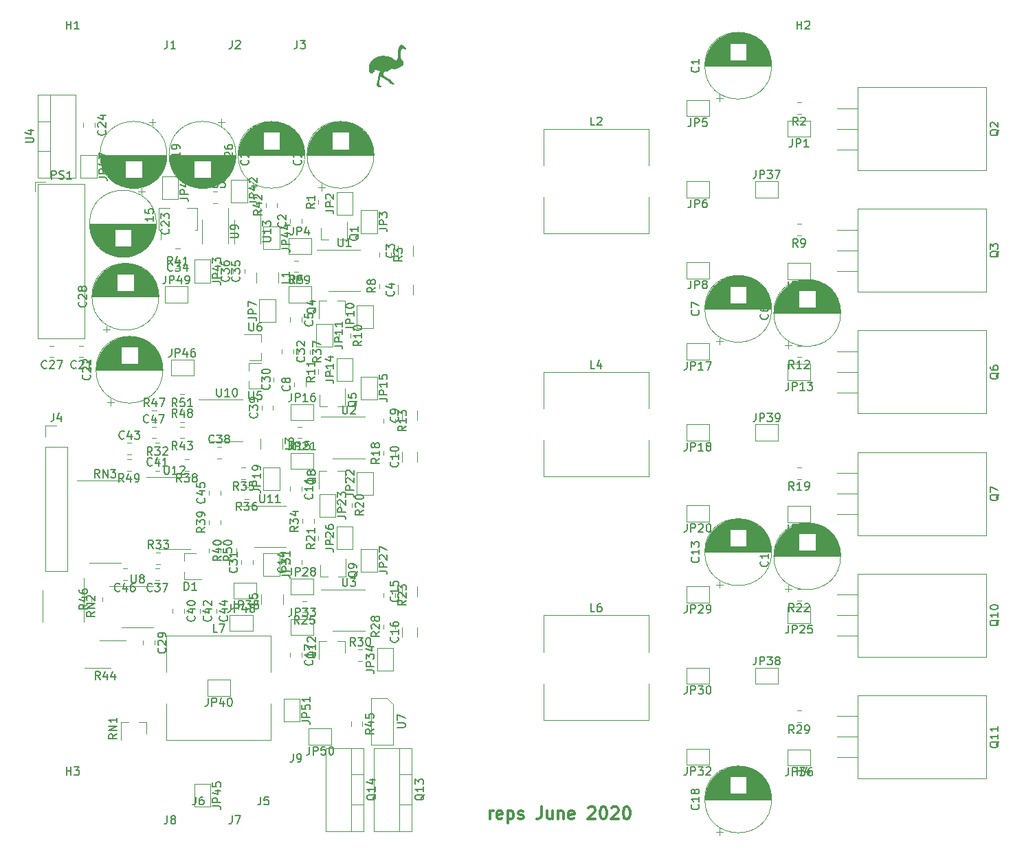
<source format=gbr>
G04 #@! TF.GenerationSoftware,KiCad,Pcbnew,(5.1.6)-1*
G04 #@! TF.CreationDate,2020-07-02T12:50:25+02:00*
G04 #@! TF.ProjectId,LT1166_amp,4c543131-3636-45f6-916d-702e6b696361,rev?*
G04 #@! TF.SameCoordinates,Original*
G04 #@! TF.FileFunction,Legend,Top*
G04 #@! TF.FilePolarity,Positive*
%FSLAX46Y46*%
G04 Gerber Fmt 4.6, Leading zero omitted, Abs format (unit mm)*
G04 Created by KiCad (PCBNEW (5.1.6)-1) date 2020-07-02 12:50:25*
%MOMM*%
%LPD*%
G01*
G04 APERTURE LIST*
%ADD10C,0.300000*%
%ADD11C,0.010000*%
%ADD12C,0.120000*%
%ADD13C,0.150000*%
G04 APERTURE END LIST*
D10*
X156392857Y-147678571D02*
X156392857Y-146678571D01*
X156392857Y-146964285D02*
X156464285Y-146821428D01*
X156535714Y-146750000D01*
X156678571Y-146678571D01*
X156821428Y-146678571D01*
X157892857Y-147607142D02*
X157750000Y-147678571D01*
X157464285Y-147678571D01*
X157321428Y-147607142D01*
X157250000Y-147464285D01*
X157250000Y-146892857D01*
X157321428Y-146750000D01*
X157464285Y-146678571D01*
X157750000Y-146678571D01*
X157892857Y-146750000D01*
X157964285Y-146892857D01*
X157964285Y-147035714D01*
X157250000Y-147178571D01*
X158607142Y-146678571D02*
X158607142Y-148178571D01*
X158607142Y-146750000D02*
X158750000Y-146678571D01*
X159035714Y-146678571D01*
X159178571Y-146750000D01*
X159250000Y-146821428D01*
X159321428Y-146964285D01*
X159321428Y-147392857D01*
X159250000Y-147535714D01*
X159178571Y-147607142D01*
X159035714Y-147678571D01*
X158750000Y-147678571D01*
X158607142Y-147607142D01*
X159892857Y-147607142D02*
X160035714Y-147678571D01*
X160321428Y-147678571D01*
X160464285Y-147607142D01*
X160535714Y-147464285D01*
X160535714Y-147392857D01*
X160464285Y-147250000D01*
X160321428Y-147178571D01*
X160107142Y-147178571D01*
X159964285Y-147107142D01*
X159892857Y-146964285D01*
X159892857Y-146892857D01*
X159964285Y-146750000D01*
X160107142Y-146678571D01*
X160321428Y-146678571D01*
X160464285Y-146750000D01*
X162750000Y-146178571D02*
X162750000Y-147250000D01*
X162678571Y-147464285D01*
X162535714Y-147607142D01*
X162321428Y-147678571D01*
X162178571Y-147678571D01*
X164107142Y-146678571D02*
X164107142Y-147678571D01*
X163464285Y-146678571D02*
X163464285Y-147464285D01*
X163535714Y-147607142D01*
X163678571Y-147678571D01*
X163892857Y-147678571D01*
X164035714Y-147607142D01*
X164107142Y-147535714D01*
X164821428Y-146678571D02*
X164821428Y-147678571D01*
X164821428Y-146821428D02*
X164892857Y-146750000D01*
X165035714Y-146678571D01*
X165250000Y-146678571D01*
X165392857Y-146750000D01*
X165464285Y-146892857D01*
X165464285Y-147678571D01*
X166750000Y-147607142D02*
X166607142Y-147678571D01*
X166321428Y-147678571D01*
X166178571Y-147607142D01*
X166107142Y-147464285D01*
X166107142Y-146892857D01*
X166178571Y-146750000D01*
X166321428Y-146678571D01*
X166607142Y-146678571D01*
X166750000Y-146750000D01*
X166821428Y-146892857D01*
X166821428Y-147035714D01*
X166107142Y-147178571D01*
X168535714Y-146321428D02*
X168607142Y-146250000D01*
X168750000Y-146178571D01*
X169107142Y-146178571D01*
X169250000Y-146250000D01*
X169321428Y-146321428D01*
X169392857Y-146464285D01*
X169392857Y-146607142D01*
X169321428Y-146821428D01*
X168464285Y-147678571D01*
X169392857Y-147678571D01*
X170321428Y-146178571D02*
X170464285Y-146178571D01*
X170607142Y-146250000D01*
X170678571Y-146321428D01*
X170750000Y-146464285D01*
X170821428Y-146750000D01*
X170821428Y-147107142D01*
X170750000Y-147392857D01*
X170678571Y-147535714D01*
X170607142Y-147607142D01*
X170464285Y-147678571D01*
X170321428Y-147678571D01*
X170178571Y-147607142D01*
X170107142Y-147535714D01*
X170035714Y-147392857D01*
X169964285Y-147107142D01*
X169964285Y-146750000D01*
X170035714Y-146464285D01*
X170107142Y-146321428D01*
X170178571Y-146250000D01*
X170321428Y-146178571D01*
X171392857Y-146321428D02*
X171464285Y-146250000D01*
X171607142Y-146178571D01*
X171964285Y-146178571D01*
X172107142Y-146250000D01*
X172178571Y-146321428D01*
X172250000Y-146464285D01*
X172250000Y-146607142D01*
X172178571Y-146821428D01*
X171321428Y-147678571D01*
X172250000Y-147678571D01*
X173178571Y-146178571D02*
X173321428Y-146178571D01*
X173464285Y-146250000D01*
X173535714Y-146321428D01*
X173607142Y-146464285D01*
X173678571Y-146750000D01*
X173678571Y-147107142D01*
X173607142Y-147392857D01*
X173535714Y-147535714D01*
X173464285Y-147607142D01*
X173321428Y-147678571D01*
X173178571Y-147678571D01*
X173035714Y-147607142D01*
X172964285Y-147535714D01*
X172892857Y-147392857D01*
X172821428Y-147107142D01*
X172821428Y-146750000D01*
X172892857Y-146464285D01*
X172964285Y-146321428D01*
X173035714Y-146250000D01*
X173178571Y-146178571D01*
D11*
G36*
X145483200Y-52196160D02*
G01*
X145521212Y-52202067D01*
X145539012Y-52206419D01*
X145592396Y-52223821D01*
X145639915Y-52245946D01*
X145682122Y-52273051D01*
X145684308Y-52274698D01*
X145710168Y-52296733D01*
X145730973Y-52320379D01*
X145748967Y-52348313D01*
X145754443Y-52358493D01*
X145770979Y-52389140D01*
X145786363Y-52414279D01*
X145801983Y-52435443D01*
X145819232Y-52454164D01*
X145839499Y-52471974D01*
X145864175Y-52490405D01*
X145890088Y-52507991D01*
X145924328Y-52531717D01*
X145953563Y-52554329D01*
X145977387Y-52575428D01*
X145995395Y-52594614D01*
X146007183Y-52611490D01*
X146012346Y-52625655D01*
X146012554Y-52628635D01*
X146010816Y-52637411D01*
X146004125Y-52641755D01*
X146002056Y-52642332D01*
X145991479Y-52643158D01*
X145974795Y-52642236D01*
X145953465Y-52639762D01*
X145928951Y-52635933D01*
X145902715Y-52630948D01*
X145879692Y-52625838D01*
X145860315Y-52621280D01*
X145841482Y-52616943D01*
X145825893Y-52613447D01*
X145819123Y-52611988D01*
X145804417Y-52608815D01*
X145790350Y-52605622D01*
X145785908Y-52604561D01*
X145778780Y-52603023D01*
X145769881Y-52601571D01*
X145757870Y-52600043D01*
X145741401Y-52598276D01*
X145719133Y-52596108D01*
X145705960Y-52594874D01*
X145695453Y-52595053D01*
X145678948Y-52596705D01*
X145658064Y-52599563D01*
X145634422Y-52603358D01*
X145609642Y-52607825D01*
X145585345Y-52612694D01*
X145563150Y-52617698D01*
X145554254Y-52619930D01*
X145515805Y-52632573D01*
X145481455Y-52649115D01*
X145452120Y-52668948D01*
X145428716Y-52691465D01*
X145413581Y-52713332D01*
X145409167Y-52723268D01*
X145403198Y-52739204D01*
X145396170Y-52759596D01*
X145388578Y-52782902D01*
X145380918Y-52807579D01*
X145373685Y-52832086D01*
X145367375Y-52854879D01*
X145364386Y-52866493D01*
X145355105Y-52908982D01*
X145346647Y-52957999D01*
X145339188Y-53012280D01*
X145332902Y-53070563D01*
X145328327Y-53126354D01*
X145326888Y-53153022D01*
X145325859Y-53185253D01*
X145325219Y-53222097D01*
X145324947Y-53262603D01*
X145325023Y-53305821D01*
X145325425Y-53350802D01*
X145326133Y-53396595D01*
X145327125Y-53442250D01*
X145328381Y-53486817D01*
X145329880Y-53529346D01*
X145331601Y-53568887D01*
X145333523Y-53604489D01*
X145335626Y-53635204D01*
X145337887Y-53660080D01*
X145340288Y-53678167D01*
X145340485Y-53679293D01*
X145347068Y-53715074D01*
X145352958Y-53744589D01*
X145358607Y-53769302D01*
X145364467Y-53790676D01*
X145370991Y-53810178D01*
X145378630Y-53829270D01*
X145387837Y-53849418D01*
X145399065Y-53872085D01*
X145401502Y-53876873D01*
X145413781Y-53900122D01*
X145426910Y-53923261D01*
X145441476Y-53947171D01*
X145458068Y-53972733D01*
X145477272Y-54000829D01*
X145499677Y-54032339D01*
X145525871Y-54068147D01*
X145555894Y-54108403D01*
X145574185Y-54132980D01*
X145591518Y-54156688D01*
X145607157Y-54178488D01*
X145620366Y-54197340D01*
X145630407Y-54212204D01*
X145636543Y-54222040D01*
X145637046Y-54222952D01*
X145642749Y-54235363D01*
X145649652Y-54253117D01*
X145656951Y-54274003D01*
X145663841Y-54295809D01*
X145664944Y-54299550D01*
X145674921Y-54338343D01*
X145682104Y-54377350D01*
X145686729Y-54418533D01*
X145689035Y-54463856D01*
X145689383Y-54501862D01*
X145689158Y-54524217D01*
X145688552Y-54540832D01*
X145687266Y-54553782D01*
X145685001Y-54565141D01*
X145681457Y-54576985D01*
X145676565Y-54590762D01*
X145668914Y-54609727D01*
X145662390Y-54621201D01*
X145656596Y-54625355D01*
X145651134Y-54622362D01*
X145645608Y-54612396D01*
X145642897Y-54605416D01*
X145638550Y-54594511D01*
X145634905Y-54587419D01*
X145633385Y-54585877D01*
X145629098Y-54589162D01*
X145622324Y-54598051D01*
X145613943Y-54611090D01*
X145604831Y-54626829D01*
X145595865Y-54643815D01*
X145587924Y-54660597D01*
X145587145Y-54662379D01*
X145578131Y-54683121D01*
X145571482Y-54697898D01*
X145566480Y-54707931D01*
X145562410Y-54714437D01*
X145558554Y-54718637D01*
X145554198Y-54721749D01*
X145551222Y-54723498D01*
X145543188Y-54727627D01*
X145538658Y-54727308D01*
X145534463Y-54722156D01*
X145533968Y-54721403D01*
X145530695Y-54712163D01*
X145528086Y-54695776D01*
X145526241Y-54672887D01*
X145526103Y-54670285D01*
X145525034Y-54652687D01*
X145523810Y-54637959D01*
X145522598Y-54627869D01*
X145521756Y-54624336D01*
X145518179Y-54623641D01*
X145513200Y-54629011D01*
X145507659Y-54639022D01*
X145502395Y-54652252D01*
X145499471Y-54662093D01*
X145489935Y-54692529D01*
X145478604Y-54716158D01*
X145465050Y-54733867D01*
X145464934Y-54733985D01*
X145451716Y-54744826D01*
X145435458Y-54754586D01*
X145418849Y-54761913D01*
X145404579Y-54765455D01*
X145402024Y-54765593D01*
X145395980Y-54766761D01*
X145389498Y-54770948D01*
X145381349Y-54779244D01*
X145370304Y-54792736D01*
X145367825Y-54795916D01*
X145350354Y-54818210D01*
X145336611Y-54835084D01*
X145325703Y-54847423D01*
X145316740Y-54856111D01*
X145308830Y-54862033D01*
X145301081Y-54866074D01*
X145294729Y-54868437D01*
X145282939Y-54871776D01*
X145275722Y-54871397D01*
X145271538Y-54866114D01*
X145268847Y-54854743D01*
X145267766Y-54847693D01*
X145265138Y-54832740D01*
X145262118Y-54825233D01*
X145257820Y-54824815D01*
X145251355Y-54831133D01*
X145245489Y-54838792D01*
X145235950Y-54850525D01*
X145222941Y-54864889D01*
X145208825Y-54879310D01*
X145204522Y-54883457D01*
X145178911Y-54906324D01*
X145157317Y-54922564D01*
X145139669Y-54932207D01*
X145125898Y-54935287D01*
X145115931Y-54931835D01*
X145111328Y-54925846D01*
X145106643Y-54915467D01*
X145103970Y-54908262D01*
X145102153Y-54904901D01*
X145098992Y-54905196D01*
X145093318Y-54909870D01*
X145083959Y-54919648D01*
X145081854Y-54921939D01*
X145070928Y-54934268D01*
X145057214Y-54950322D01*
X145042759Y-54967683D01*
X145033672Y-54978851D01*
X145007391Y-55009566D01*
X144983295Y-55033453D01*
X144960769Y-55050981D01*
X144939195Y-55062619D01*
X144917958Y-55068833D01*
X144914497Y-55069363D01*
X144903610Y-55069971D01*
X144898054Y-55067648D01*
X144896602Y-55065183D01*
X144896586Y-55059521D01*
X144897983Y-55047524D01*
X144900591Y-55030505D01*
X144904210Y-55009775D01*
X144908636Y-54986648D01*
X144908724Y-54986212D01*
X144914593Y-54955806D01*
X144918398Y-54932852D01*
X144919918Y-54917209D01*
X144918931Y-54908733D01*
X144915213Y-54907283D01*
X144908542Y-54912714D01*
X144898696Y-54924885D01*
X144885453Y-54943653D01*
X144872497Y-54962969D01*
X144853923Y-54990464D01*
X144838321Y-55012219D01*
X144824789Y-55029281D01*
X144812429Y-55042700D01*
X144800341Y-55053525D01*
X144787623Y-55062805D01*
X144785802Y-55064001D01*
X144767043Y-55075715D01*
X144751483Y-55084084D01*
X144736142Y-55090545D01*
X144719108Y-55096213D01*
X144704203Y-55100330D01*
X144694951Y-55101197D01*
X144689725Y-55098412D01*
X144686897Y-55091567D01*
X144686150Y-55088016D01*
X144683582Y-55078999D01*
X144680574Y-55074465D01*
X144680073Y-55074339D01*
X144675325Y-55075511D01*
X144664524Y-55078744D01*
X144649031Y-55083615D01*
X144630201Y-55089700D01*
X144618652Y-55093498D01*
X144587135Y-55103665D01*
X144561834Y-55111161D01*
X144541696Y-55116194D01*
X144525671Y-55118972D01*
X144512709Y-55119702D01*
X144501757Y-55118592D01*
X144497137Y-55117530D01*
X144487156Y-55113983D01*
X144481343Y-55110255D01*
X144480738Y-55108982D01*
X144481921Y-55101664D01*
X144484990Y-55089446D01*
X144489222Y-55074795D01*
X144493898Y-55060178D01*
X144498295Y-55048062D01*
X144499157Y-55045968D01*
X144502537Y-55036249D01*
X144503394Y-55029805D01*
X144503015Y-55028882D01*
X144498630Y-55029228D01*
X144488510Y-55031965D01*
X144474195Y-55036629D01*
X144458442Y-55042299D01*
X144423466Y-55055227D01*
X144394913Y-55065315D01*
X144372002Y-55072751D01*
X144353951Y-55077721D01*
X144339979Y-55080412D01*
X144329303Y-55081012D01*
X144321142Y-55079708D01*
X144314723Y-55076692D01*
X144309330Y-55072338D01*
X144306365Y-55066724D01*
X144305122Y-55057569D01*
X144304892Y-55044941D01*
X144304908Y-55034414D01*
X144304213Y-55026988D01*
X144301696Y-55022319D01*
X144296245Y-55020064D01*
X144286748Y-55019877D01*
X144272095Y-55021416D01*
X144251173Y-55024335D01*
X144242369Y-55025590D01*
X144214277Y-55030041D01*
X144192305Y-55034992D01*
X144174770Y-55041326D01*
X144159986Y-55049928D01*
X144146268Y-55061682D01*
X144131931Y-55077472D01*
X144123259Y-55088087D01*
X144094205Y-55122175D01*
X144066793Y-55149424D01*
X144040255Y-55170430D01*
X144013820Y-55185790D01*
X143986720Y-55196098D01*
X143982189Y-55197339D01*
X143964079Y-55202389D01*
X143948615Y-55207759D01*
X143934644Y-55214235D01*
X143921011Y-55222608D01*
X143906562Y-55233666D01*
X143890144Y-55248196D01*
X143870602Y-55266987D01*
X143849815Y-55287763D01*
X143826095Y-55310245D01*
X143798677Y-55333878D01*
X143770003Y-55356687D01*
X143742513Y-55376698D01*
X143727772Y-55386434D01*
X143716880Y-55393602D01*
X143709051Y-55399351D01*
X143706280Y-55402045D01*
X143702630Y-55404922D01*
X143694110Y-55410275D01*
X143682769Y-55416941D01*
X143670654Y-55423757D01*
X143659813Y-55429562D01*
X143652294Y-55433194D01*
X143650251Y-55433846D01*
X143650358Y-55430691D01*
X143652975Y-55422684D01*
X143657222Y-55412018D01*
X143662218Y-55400884D01*
X143667084Y-55391472D01*
X143667688Y-55390445D01*
X143672634Y-55382685D01*
X143680649Y-55370622D01*
X143690324Y-55356363D01*
X143694598Y-55350149D01*
X143705517Y-55332769D01*
X143714804Y-55315048D01*
X143721736Y-55298680D01*
X143725592Y-55285364D01*
X143725713Y-55276970D01*
X143722154Y-55276942D01*
X143714189Y-55280784D01*
X143704964Y-55286699D01*
X143680391Y-55303844D01*
X143660691Y-55317271D01*
X143644429Y-55327880D01*
X143630172Y-55336568D01*
X143616487Y-55344234D01*
X143601938Y-55351778D01*
X143597895Y-55353801D01*
X143579967Y-55362486D01*
X143557585Y-55372975D01*
X143533487Y-55384004D01*
X143510407Y-55394307D01*
X143508325Y-55395221D01*
X143462560Y-55416427D01*
X143422857Y-55437432D01*
X143387547Y-55459162D01*
X143367413Y-55473196D01*
X143354592Y-55482110D01*
X143343704Y-55488883D01*
X143336603Y-55492387D01*
X143335466Y-55492633D01*
X143328492Y-55494052D01*
X143317850Y-55497383D01*
X143314292Y-55498672D01*
X143302123Y-55502739D01*
X143291508Y-55505480D01*
X143289595Y-55505809D01*
X143280938Y-55508243D01*
X143276968Y-55510638D01*
X143274407Y-55516040D01*
X143270563Y-55527749D01*
X143265782Y-55544428D01*
X143260413Y-55564740D01*
X143254803Y-55587350D01*
X143249299Y-55610919D01*
X143244250Y-55634113D01*
X143242062Y-55644862D01*
X143232077Y-55700065D01*
X143224953Y-55750268D01*
X143220701Y-55795108D01*
X143219330Y-55834221D01*
X143220852Y-55867244D01*
X143225276Y-55893814D01*
X143232614Y-55913567D01*
X143234291Y-55916445D01*
X143241563Y-55924779D01*
X143252963Y-55934493D01*
X143263511Y-55941846D01*
X143283000Y-55957052D01*
X143298200Y-55976467D01*
X143298956Y-55977688D01*
X143311688Y-55995112D01*
X143329959Y-56015425D01*
X143352580Y-56037539D01*
X143378362Y-56060364D01*
X143406117Y-56082813D01*
X143434657Y-56103796D01*
X143442474Y-56109157D01*
X143470154Y-56127516D01*
X143503387Y-56149037D01*
X143541023Y-56173014D01*
X143581914Y-56198740D01*
X143624910Y-56225508D01*
X143668863Y-56252612D01*
X143712623Y-56279345D01*
X143755042Y-56304999D01*
X143794970Y-56328869D01*
X143831258Y-56350246D01*
X143862758Y-56368425D01*
X143877000Y-56376455D01*
X143898021Y-56387673D01*
X143922515Y-56399970D01*
X143946715Y-56411483D01*
X143959062Y-56417037D01*
X143987099Y-56429640D01*
X144016046Y-56443282D01*
X144044646Y-56457315D01*
X144071644Y-56471092D01*
X144095781Y-56483966D01*
X144115801Y-56495291D01*
X144130448Y-56504420D01*
X144134748Y-56507483D01*
X144148386Y-56519594D01*
X144156366Y-56531462D01*
X144158729Y-56537813D01*
X144165604Y-56558246D01*
X144175193Y-56582895D01*
X144186403Y-56609149D01*
X144198139Y-56634398D01*
X144204497Y-56647052D01*
X144212691Y-56661872D01*
X144221228Y-56674820D01*
X144231327Y-56687303D01*
X144244212Y-56700726D01*
X144261102Y-56716494D01*
X144277332Y-56730879D01*
X144299167Y-56753506D01*
X144312956Y-56774676D01*
X144325236Y-56793025D01*
X144343837Y-56812813D01*
X144367628Y-56833116D01*
X144395479Y-56853013D01*
X144426260Y-56871580D01*
X144441429Y-56879590D01*
X144471825Y-56898906D01*
X144496604Y-56923081D01*
X144515242Y-56951418D01*
X144527209Y-56983219D01*
X144530041Y-56996943D01*
X144531118Y-57010378D01*
X144528521Y-57017929D01*
X144521440Y-57020049D01*
X144509063Y-57017194D01*
X144499995Y-57013785D01*
X144468380Y-57003671D01*
X144437460Y-56998789D01*
X144411793Y-56999218D01*
X144389725Y-56998794D01*
X144364088Y-56993225D01*
X144336555Y-56983166D01*
X144308800Y-56969266D01*
X144282496Y-56952179D01*
X144273860Y-56945498D01*
X144259292Y-56933806D01*
X144244443Y-56922106D01*
X144230625Y-56911405D01*
X144219149Y-56902710D01*
X144211329Y-56897029D01*
X144208525Y-56895323D01*
X144206387Y-56898527D01*
X144202679Y-56906427D01*
X144201864Y-56908344D01*
X144191554Y-56924855D01*
X144177405Y-56934691D01*
X144159814Y-56937599D01*
X144156400Y-56937375D01*
X144133900Y-56932049D01*
X144110256Y-56921130D01*
X144087448Y-56906034D01*
X144067458Y-56888177D01*
X144052266Y-56868973D01*
X144047061Y-56859247D01*
X144042952Y-56847836D01*
X144038241Y-56831545D01*
X144033712Y-56813187D01*
X144032035Y-56805446D01*
X144021850Y-56765056D01*
X144008909Y-56730792D01*
X143992417Y-56701217D01*
X143971580Y-56674893D01*
X143947081Y-56651624D01*
X143926343Y-56634925D01*
X143899603Y-56614731D01*
X143867592Y-56591517D01*
X143831040Y-56565758D01*
X143790679Y-56537928D01*
X143747239Y-56508502D01*
X143701451Y-56477954D01*
X143654046Y-56446760D01*
X143605754Y-56415394D01*
X143557306Y-56384330D01*
X143509433Y-56354043D01*
X143462866Y-56325007D01*
X143418335Y-56297698D01*
X143376571Y-56272590D01*
X143338304Y-56250157D01*
X143304266Y-56230874D01*
X143275188Y-56215216D01*
X143275167Y-56215205D01*
X143247996Y-56202326D01*
X143216884Y-56189574D01*
X143185581Y-56178463D01*
X143179428Y-56176510D01*
X143135355Y-56162372D01*
X143098319Y-56149394D01*
X143067685Y-56137243D01*
X143042816Y-56125587D01*
X143023080Y-56114095D01*
X143007839Y-56102434D01*
X142996460Y-56090273D01*
X142988306Y-56077280D01*
X142987866Y-56076386D01*
X142983426Y-56065990D01*
X142981203Y-56056312D01*
X142980839Y-56044492D01*
X142981897Y-56028601D01*
X142983800Y-56008973D01*
X142986597Y-55983346D01*
X142990071Y-55953460D01*
X142994006Y-55921054D01*
X142998186Y-55887864D01*
X143002393Y-55855631D01*
X143006412Y-55826092D01*
X143010027Y-55800985D01*
X143011178Y-55793424D01*
X143013948Y-55774906D01*
X143016068Y-55759421D01*
X143017345Y-55748468D01*
X143017589Y-55743550D01*
X143017539Y-55743437D01*
X143014908Y-55745895D01*
X143008734Y-55753643D01*
X142999864Y-55765500D01*
X142989142Y-55780287D01*
X142977412Y-55796824D01*
X142965520Y-55813933D01*
X142954309Y-55830433D01*
X142944625Y-55845146D01*
X142944007Y-55846108D01*
X142925977Y-55875993D01*
X142911908Y-55903852D01*
X142900287Y-55933024D01*
X142890193Y-55964800D01*
X142884300Y-55984429D01*
X142879435Y-55998323D01*
X142874690Y-56008316D01*
X142869157Y-56016246D01*
X142861928Y-56023947D01*
X142860039Y-56025776D01*
X142853367Y-56032881D01*
X142847479Y-56041045D01*
X142842125Y-56051089D01*
X142837052Y-56063834D01*
X142832009Y-56080100D01*
X142826745Y-56100709D01*
X142821007Y-56126481D01*
X142814546Y-56158237D01*
X142807108Y-56196797D01*
X142806241Y-56201378D01*
X142783762Y-56324095D01*
X142764109Y-56439554D01*
X142747278Y-56547780D01*
X142733266Y-56648801D01*
X142722070Y-56742642D01*
X142713686Y-56829330D01*
X142708111Y-56908893D01*
X142705342Y-56981356D01*
X142705018Y-57008646D01*
X142704945Y-57041889D01*
X142705238Y-57068450D01*
X142706270Y-57089464D01*
X142708416Y-57106065D01*
X142712048Y-57119386D01*
X142717542Y-57130563D01*
X142725269Y-57140728D01*
X142735605Y-57151016D01*
X142748923Y-57162561D01*
X142758334Y-57170425D01*
X142774771Y-57183698D01*
X142790747Y-57195836D01*
X142804471Y-57205525D01*
X142814151Y-57211448D01*
X142814396Y-57211572D01*
X142826859Y-57216151D01*
X142845681Y-57220872D01*
X142869424Y-57225400D01*
X142883202Y-57227562D01*
X142912820Y-57232017D01*
X142935813Y-57235796D01*
X142953312Y-57239156D01*
X142966452Y-57242351D01*
X142976366Y-57245637D01*
X142984186Y-57249269D01*
X142987122Y-57250961D01*
X142997278Y-57260380D01*
X142999940Y-57271780D01*
X142995105Y-57285236D01*
X142985612Y-57297782D01*
X142976418Y-57306810D01*
X142966429Y-57313799D01*
X142954692Y-57318878D01*
X142940249Y-57322175D01*
X142922145Y-57323818D01*
X142899425Y-57323937D01*
X142871134Y-57322658D01*
X142836316Y-57320110D01*
X142825831Y-57319235D01*
X142780449Y-57315352D01*
X142742140Y-57312011D01*
X142710186Y-57309132D01*
X142683870Y-57306632D01*
X142662474Y-57304433D01*
X142645281Y-57302452D01*
X142631572Y-57300609D01*
X142620630Y-57298823D01*
X142611738Y-57297014D01*
X142604177Y-57295101D01*
X142599702Y-57293784D01*
X142579934Y-57286450D01*
X142566082Y-57277653D01*
X142556255Y-57265555D01*
X142548563Y-57248318D01*
X142546431Y-57242001D01*
X142536559Y-57217829D01*
X142523852Y-57199411D01*
X142506912Y-57184819D01*
X142503174Y-57182367D01*
X142489322Y-57169698D01*
X142477484Y-57150492D01*
X142472279Y-57138902D01*
X142468853Y-57128083D01*
X142466746Y-57115666D01*
X142465500Y-57099284D01*
X142464953Y-57085973D01*
X142464781Y-57065078D01*
X142465513Y-57043718D01*
X142466999Y-57025158D01*
X142468041Y-57017588D01*
X142469851Y-57008632D01*
X142473341Y-56992924D01*
X142478313Y-56971302D01*
X142484569Y-56944602D01*
X142491912Y-56913658D01*
X142500145Y-56879307D01*
X142509070Y-56842385D01*
X142518488Y-56803729D01*
X142520938Y-56793723D01*
X142535484Y-56734162D01*
X142548298Y-56681076D01*
X142559591Y-56633373D01*
X142569578Y-56589958D01*
X142578471Y-56549737D01*
X142586482Y-56511617D01*
X142593825Y-56474505D01*
X142600712Y-56437305D01*
X142607355Y-56398926D01*
X142613968Y-56358272D01*
X142620763Y-56314250D01*
X142627952Y-56265767D01*
X142635750Y-56211729D01*
X142640184Y-56180586D01*
X142647423Y-56129147D01*
X142653533Y-56084721D01*
X142658594Y-56046597D01*
X142662687Y-56014068D01*
X142665891Y-55986425D01*
X142668287Y-55962958D01*
X142669955Y-55942958D01*
X142670976Y-55925717D01*
X142671431Y-55910525D01*
X142671472Y-55904621D01*
X142672896Y-55865914D01*
X142676934Y-55826761D01*
X142683252Y-55788984D01*
X142691515Y-55754406D01*
X142701388Y-55724851D01*
X142706698Y-55712783D01*
X142715686Y-55697386D01*
X142726822Y-55682402D01*
X142734969Y-55673707D01*
X142767539Y-55642693D01*
X142800716Y-55608730D01*
X142833641Y-55572859D01*
X142865453Y-55536124D01*
X142895294Y-55499566D01*
X142922303Y-55464227D01*
X142945622Y-55431150D01*
X142964390Y-55401377D01*
X142973877Y-55384023D01*
X142984224Y-55363508D01*
X142912843Y-55363502D01*
X142886425Y-55363393D01*
X142866569Y-55363004D01*
X142852023Y-55362234D01*
X142841535Y-55360983D01*
X142833853Y-55359150D01*
X142827785Y-55356663D01*
X142818789Y-55351000D01*
X142813785Y-55344328D01*
X142812978Y-55335755D01*
X142816576Y-55324391D01*
X142824784Y-55309344D01*
X142837811Y-55289721D01*
X142845960Y-55278242D01*
X142856133Y-55263811D01*
X142865058Y-55250616D01*
X142871352Y-55240724D01*
X142872953Y-55237910D01*
X142878346Y-55227588D01*
X142820526Y-55244665D01*
X142791883Y-55253274D01*
X142769630Y-55260360D01*
X142752593Y-55266367D01*
X142739597Y-55271738D01*
X142729470Y-55276917D01*
X142721303Y-55282158D01*
X142709636Y-55287610D01*
X142700716Y-55286539D01*
X142695376Y-55280000D01*
X142694453Y-55269048D01*
X142698781Y-55254737D01*
X142699083Y-55254093D01*
X142705172Y-55240015D01*
X142710016Y-55226479D01*
X142712991Y-55215507D01*
X142713475Y-55209120D01*
X142713144Y-55208488D01*
X142709191Y-55209932D01*
X142699658Y-55216149D01*
X142684925Y-55226854D01*
X142665370Y-55241762D01*
X142641372Y-55260589D01*
X142613309Y-55283049D01*
X142604673Y-55290032D01*
X142583253Y-55306781D01*
X142565995Y-55318676D01*
X142551557Y-55326416D01*
X142538597Y-55330696D01*
X142525773Y-55332213D01*
X142523332Y-55332246D01*
X142511004Y-55330755D01*
X142503234Y-55325527D01*
X142501714Y-55323561D01*
X142498304Y-55317323D01*
X142496442Y-55309639D01*
X142496152Y-55299175D01*
X142497459Y-55284598D01*
X142500388Y-55264574D01*
X142503136Y-55248231D01*
X142505847Y-55230673D01*
X142507513Y-55215933D01*
X142507980Y-55205711D01*
X142507313Y-55201839D01*
X142502927Y-55202482D01*
X142493537Y-55206906D01*
X142480527Y-55214389D01*
X142468047Y-55222354D01*
X142447621Y-55235117D01*
X142431907Y-55242913D01*
X142419889Y-55246088D01*
X142410547Y-55244987D01*
X142406882Y-55243150D01*
X142400481Y-55235082D01*
X142394642Y-55219555D01*
X142389468Y-55196913D01*
X142386006Y-55174850D01*
X142383332Y-55158105D01*
X142380310Y-55144172D01*
X142377394Y-55134958D01*
X142375886Y-55132490D01*
X142372172Y-55130762D01*
X142366422Y-55130770D01*
X142357707Y-55132811D01*
X142345099Y-55137184D01*
X142327669Y-55144187D01*
X142304488Y-55154120D01*
X142293089Y-55159116D01*
X142273542Y-55167629D01*
X142259766Y-55173263D01*
X142250419Y-55176377D01*
X142244158Y-55177329D01*
X142239642Y-55176479D01*
X142235863Y-55174406D01*
X142231144Y-55169181D01*
X142223528Y-55158265D01*
X142213781Y-55142867D01*
X142202671Y-55124198D01*
X142191576Y-55104575D01*
X142174811Y-55074305D01*
X142161153Y-55049996D01*
X142150025Y-55030716D01*
X142140851Y-55015532D01*
X142133053Y-55003512D01*
X142126056Y-54993723D01*
X142119282Y-54985235D01*
X142113991Y-54979150D01*
X142104781Y-54969450D01*
X142099184Y-54965316D01*
X142096122Y-54966067D01*
X142095432Y-54967401D01*
X142093953Y-54977770D01*
X142094624Y-54994800D01*
X142097315Y-55017675D01*
X142101899Y-55045578D01*
X142108246Y-55077696D01*
X142116228Y-55113211D01*
X142122506Y-55138816D01*
X142129019Y-55166372D01*
X142134448Y-55192960D01*
X142138636Y-55217431D01*
X142141425Y-55238636D01*
X142142657Y-55255425D01*
X142142173Y-55266650D01*
X142140632Y-55270685D01*
X142135826Y-55272174D01*
X142129487Y-55267160D01*
X142128748Y-55266323D01*
X142108526Y-55242122D01*
X142088429Y-55216106D01*
X142072370Y-55194063D01*
X142061721Y-55179672D01*
X142051781Y-55167136D01*
X142043999Y-55158244D01*
X142041108Y-55155510D01*
X142032170Y-55150623D01*
X142023173Y-55148826D01*
X142016677Y-55150310D01*
X142014985Y-55153586D01*
X142016263Y-55158538D01*
X142019852Y-55169749D01*
X142025382Y-55186136D01*
X142032485Y-55206618D01*
X142040791Y-55230110D01*
X142046628Y-55246394D01*
X142061219Y-55286923D01*
X142073334Y-55320737D01*
X142083164Y-55348467D01*
X142090900Y-55370744D01*
X142096732Y-55388199D01*
X142100850Y-55401464D01*
X142103444Y-55411170D01*
X142104706Y-55417948D01*
X142104825Y-55422429D01*
X142103991Y-55425245D01*
X142102396Y-55427026D01*
X142101323Y-55427756D01*
X142095397Y-55427590D01*
X142084788Y-55424031D01*
X142071330Y-55417997D01*
X142056856Y-55410408D01*
X142043202Y-55402185D01*
X142032200Y-55394245D01*
X142029215Y-55391607D01*
X142021199Y-55383368D01*
X142009554Y-55370659D01*
X141995654Y-55355012D01*
X141980872Y-55337961D01*
X141976001Y-55332246D01*
X141958213Y-55311683D01*
X141941974Y-55293667D01*
X141928033Y-55278977D01*
X141917143Y-55268391D01*
X141910052Y-55262687D01*
X141908135Y-55261908D01*
X141906258Y-55265290D01*
X141903313Y-55273831D01*
X141901889Y-55278681D01*
X141899902Y-55288110D01*
X141899298Y-55298702D01*
X141900129Y-55312422D01*
X141902445Y-55331238D01*
X141903452Y-55338274D01*
X141916444Y-55420546D01*
X141930584Y-55497693D01*
X141944946Y-55565409D01*
X141950095Y-55588781D01*
X141954626Y-55610924D01*
X141958216Y-55630129D01*
X141960541Y-55644687D01*
X141961251Y-55651378D01*
X141961572Y-55662642D01*
X141960369Y-55667991D01*
X141956702Y-55669306D01*
X141952507Y-55668881D01*
X141934362Y-55664263D01*
X141913923Y-55655939D01*
X141894679Y-55645460D01*
X141885594Y-55639128D01*
X141875049Y-55629121D01*
X141863086Y-55615103D01*
X141852086Y-55599896D01*
X141850862Y-55597995D01*
X141837389Y-55577424D01*
X141824832Y-55559526D01*
X141813941Y-55545273D01*
X141805464Y-55535640D01*
X141800153Y-55531602D01*
X141799710Y-55531539D01*
X141794254Y-55529338D01*
X141785647Y-55523851D01*
X141782824Y-55521769D01*
X141774237Y-55515653D01*
X141768356Y-55512250D01*
X141767454Y-55512000D01*
X141766514Y-55515669D01*
X141765729Y-55525724D01*
X141765169Y-55540735D01*
X141764904Y-55559272D01*
X141764892Y-55564336D01*
X141764738Y-55586280D01*
X141764195Y-55601562D01*
X141763142Y-55611330D01*
X141761460Y-55616732D01*
X141759182Y-55618863D01*
X141754324Y-55617061D01*
X141745909Y-55610559D01*
X141735285Y-55600743D01*
X141723800Y-55589000D01*
X141712799Y-55576715D01*
X141703631Y-55565276D01*
X141697642Y-55556068D01*
X141697110Y-55554985D01*
X141691898Y-55545313D01*
X141687847Y-55539354D01*
X141682670Y-55532382D01*
X141675774Y-55522418D01*
X141674036Y-55519816D01*
X141664099Y-55508817D01*
X141653181Y-55505216D01*
X141640324Y-55508871D01*
X141632483Y-55513641D01*
X141616284Y-55521946D01*
X141602167Y-55522813D01*
X141589810Y-55516243D01*
X141586986Y-55513470D01*
X141578725Y-55502365D01*
X141568935Y-55485850D01*
X141558593Y-55465916D01*
X141548679Y-55444555D01*
X141540171Y-55423758D01*
X141534206Y-55406071D01*
X141519655Y-55352932D01*
X141508186Y-55305160D01*
X141499562Y-55261047D01*
X141493545Y-55218885D01*
X141489899Y-55176964D01*
X141488387Y-55133578D01*
X141488770Y-55087018D01*
X141488960Y-55080200D01*
X141495814Y-54977109D01*
X141510069Y-54873288D01*
X141531471Y-54769590D01*
X141559765Y-54666866D01*
X141594699Y-54565966D01*
X141636018Y-54467743D01*
X141683469Y-54373048D01*
X141717177Y-54314293D01*
X141728130Y-54296707D01*
X141741375Y-54276294D01*
X141756163Y-54254126D01*
X141771742Y-54231275D01*
X141787360Y-54208813D01*
X141802268Y-54187813D01*
X141815714Y-54169345D01*
X141826947Y-54154484D01*
X141835216Y-54144299D01*
X141838990Y-54140400D01*
X141842338Y-54136692D01*
X141849384Y-54128326D01*
X141858931Y-54116734D01*
X141865131Y-54109112D01*
X141884793Y-54085967D01*
X141908776Y-54059520D01*
X141935408Y-54031487D01*
X141963019Y-54003582D01*
X141989936Y-53977521D01*
X142014488Y-53955018D01*
X142019991Y-53950210D01*
X142034809Y-53937374D01*
X142047438Y-53926361D01*
X142056725Y-53918182D01*
X142061520Y-53913845D01*
X142061877Y-53913486D01*
X142066383Y-53909589D01*
X142075970Y-53902064D01*
X142089376Y-53891846D01*
X142105339Y-53879875D01*
X142122598Y-53867086D01*
X142139889Y-53854418D01*
X142155953Y-53842808D01*
X142169526Y-53833194D01*
X142175478Y-53829092D01*
X142259814Y-53775507D01*
X142345542Y-53728146D01*
X142431570Y-53687588D01*
X142477478Y-53668829D01*
X142549961Y-53643231D01*
X142628359Y-53619952D01*
X142711025Y-53599341D01*
X142796311Y-53581752D01*
X142882569Y-53567534D01*
X142968150Y-53557038D01*
X143025123Y-53552205D01*
X143042442Y-53550896D01*
X143058095Y-53549497D01*
X143069479Y-53548247D01*
X143072015Y-53547882D01*
X143080980Y-53547078D01*
X143096651Y-53546381D01*
X143117921Y-53545793D01*
X143143679Y-53545318D01*
X143172819Y-53544961D01*
X143204232Y-53544724D01*
X143236809Y-53544611D01*
X143269442Y-53544625D01*
X143301022Y-53544771D01*
X143330442Y-53545052D01*
X143356593Y-53545470D01*
X143378366Y-53546031D01*
X143394653Y-53546737D01*
X143396354Y-53546843D01*
X143509568Y-53556979D01*
X143622959Y-53572502D01*
X143733287Y-53592965D01*
X143736593Y-53593667D01*
X143755099Y-53597599D01*
X143772584Y-53601290D01*
X143786429Y-53604189D01*
X143791390Y-53605214D01*
X143801473Y-53607615D01*
X143816890Y-53611688D01*
X143835489Y-53616849D01*
X143853913Y-53622160D01*
X143908278Y-53638519D01*
X143956492Y-53653925D01*
X144000067Y-53668956D01*
X144040516Y-53684186D01*
X144079354Y-53700193D01*
X144118092Y-53717553D01*
X144158245Y-53736841D01*
X144168428Y-53741905D01*
X144187323Y-53751600D01*
X144207650Y-53762439D01*
X144228210Y-53773735D01*
X144247805Y-53784801D01*
X144265234Y-53794951D01*
X144279299Y-53803498D01*
X144288801Y-53809755D01*
X144292518Y-53812974D01*
X144296969Y-53816044D01*
X144297356Y-53816062D01*
X144301418Y-53818096D01*
X144310448Y-53823546D01*
X144322949Y-53831433D01*
X144337426Y-53840779D01*
X144352382Y-53850604D01*
X144366323Y-53859931D01*
X144377753Y-53867781D01*
X144385175Y-53873175D01*
X144386954Y-53874683D01*
X144391114Y-53877883D01*
X144399461Y-53883715D01*
X144404538Y-53887144D01*
X144420269Y-53897841D01*
X144437821Y-53910078D01*
X144455060Y-53922338D01*
X144469850Y-53933103D01*
X144479230Y-53940203D01*
X144496135Y-53952951D01*
X144519407Y-53969641D01*
X144548781Y-53990085D01*
X144583988Y-54014094D01*
X144586246Y-54015621D01*
X144628119Y-54041738D01*
X144669414Y-54063278D01*
X144708733Y-54079567D01*
X144736329Y-54087994D01*
X144769289Y-54092302D01*
X144804629Y-54089411D01*
X144841845Y-54079384D01*
X144860268Y-54072037D01*
X144899185Y-54052601D01*
X144931774Y-54030869D01*
X144959021Y-54005762D01*
X144981915Y-53976203D01*
X145001441Y-53941115D01*
X145018586Y-53899422D01*
X145018707Y-53899084D01*
X145030792Y-53864030D01*
X145041006Y-53831094D01*
X145049495Y-53799206D01*
X145056401Y-53767296D01*
X145061871Y-53734294D01*
X145066049Y-53699132D01*
X145069080Y-53660739D01*
X145071108Y-53618046D01*
X145072278Y-53569983D01*
X145072734Y-53515481D01*
X145072754Y-53499539D01*
X145072679Y-53465467D01*
X145072466Y-53428619D01*
X145072128Y-53389796D01*
X145071682Y-53349799D01*
X145071143Y-53309430D01*
X145070525Y-53269492D01*
X145069844Y-53230786D01*
X145069115Y-53194114D01*
X145068354Y-53160277D01*
X145067575Y-53130078D01*
X145066793Y-53104318D01*
X145066025Y-53083799D01*
X145065285Y-53069323D01*
X145064587Y-53061691D01*
X145064448Y-53061032D01*
X145063998Y-53054567D01*
X145064187Y-53041829D01*
X145064913Y-53024323D01*
X145066076Y-53003556D01*
X145067573Y-52981035D01*
X145069303Y-52958266D01*
X145071166Y-52936754D01*
X145073060Y-52918008D01*
X145074882Y-52903532D01*
X145075169Y-52901662D01*
X145086111Y-52840926D01*
X145099694Y-52779248D01*
X145115624Y-52717360D01*
X145133606Y-52655995D01*
X145153347Y-52595888D01*
X145174552Y-52537770D01*
X145196926Y-52482376D01*
X145220175Y-52430438D01*
X145244005Y-52382690D01*
X145268121Y-52339864D01*
X145292229Y-52302695D01*
X145316035Y-52271915D01*
X145336523Y-52250675D01*
X145350805Y-52238001D01*
X145361844Y-52229107D01*
X145371980Y-52222305D01*
X145383551Y-52215905D01*
X145387323Y-52213976D01*
X145417303Y-52202062D01*
X145448913Y-52196140D01*
X145483200Y-52196160D01*
G37*
X145483200Y-52196160D02*
X145521212Y-52202067D01*
X145539012Y-52206419D01*
X145592396Y-52223821D01*
X145639915Y-52245946D01*
X145682122Y-52273051D01*
X145684308Y-52274698D01*
X145710168Y-52296733D01*
X145730973Y-52320379D01*
X145748967Y-52348313D01*
X145754443Y-52358493D01*
X145770979Y-52389140D01*
X145786363Y-52414279D01*
X145801983Y-52435443D01*
X145819232Y-52454164D01*
X145839499Y-52471974D01*
X145864175Y-52490405D01*
X145890088Y-52507991D01*
X145924328Y-52531717D01*
X145953563Y-52554329D01*
X145977387Y-52575428D01*
X145995395Y-52594614D01*
X146007183Y-52611490D01*
X146012346Y-52625655D01*
X146012554Y-52628635D01*
X146010816Y-52637411D01*
X146004125Y-52641755D01*
X146002056Y-52642332D01*
X145991479Y-52643158D01*
X145974795Y-52642236D01*
X145953465Y-52639762D01*
X145928951Y-52635933D01*
X145902715Y-52630948D01*
X145879692Y-52625838D01*
X145860315Y-52621280D01*
X145841482Y-52616943D01*
X145825893Y-52613447D01*
X145819123Y-52611988D01*
X145804417Y-52608815D01*
X145790350Y-52605622D01*
X145785908Y-52604561D01*
X145778780Y-52603023D01*
X145769881Y-52601571D01*
X145757870Y-52600043D01*
X145741401Y-52598276D01*
X145719133Y-52596108D01*
X145705960Y-52594874D01*
X145695453Y-52595053D01*
X145678948Y-52596705D01*
X145658064Y-52599563D01*
X145634422Y-52603358D01*
X145609642Y-52607825D01*
X145585345Y-52612694D01*
X145563150Y-52617698D01*
X145554254Y-52619930D01*
X145515805Y-52632573D01*
X145481455Y-52649115D01*
X145452120Y-52668948D01*
X145428716Y-52691465D01*
X145413581Y-52713332D01*
X145409167Y-52723268D01*
X145403198Y-52739204D01*
X145396170Y-52759596D01*
X145388578Y-52782902D01*
X145380918Y-52807579D01*
X145373685Y-52832086D01*
X145367375Y-52854879D01*
X145364386Y-52866493D01*
X145355105Y-52908982D01*
X145346647Y-52957999D01*
X145339188Y-53012280D01*
X145332902Y-53070563D01*
X145328327Y-53126354D01*
X145326888Y-53153022D01*
X145325859Y-53185253D01*
X145325219Y-53222097D01*
X145324947Y-53262603D01*
X145325023Y-53305821D01*
X145325425Y-53350802D01*
X145326133Y-53396595D01*
X145327125Y-53442250D01*
X145328381Y-53486817D01*
X145329880Y-53529346D01*
X145331601Y-53568887D01*
X145333523Y-53604489D01*
X145335626Y-53635204D01*
X145337887Y-53660080D01*
X145340288Y-53678167D01*
X145340485Y-53679293D01*
X145347068Y-53715074D01*
X145352958Y-53744589D01*
X145358607Y-53769302D01*
X145364467Y-53790676D01*
X145370991Y-53810178D01*
X145378630Y-53829270D01*
X145387837Y-53849418D01*
X145399065Y-53872085D01*
X145401502Y-53876873D01*
X145413781Y-53900122D01*
X145426910Y-53923261D01*
X145441476Y-53947171D01*
X145458068Y-53972733D01*
X145477272Y-54000829D01*
X145499677Y-54032339D01*
X145525871Y-54068147D01*
X145555894Y-54108403D01*
X145574185Y-54132980D01*
X145591518Y-54156688D01*
X145607157Y-54178488D01*
X145620366Y-54197340D01*
X145630407Y-54212204D01*
X145636543Y-54222040D01*
X145637046Y-54222952D01*
X145642749Y-54235363D01*
X145649652Y-54253117D01*
X145656951Y-54274003D01*
X145663841Y-54295809D01*
X145664944Y-54299550D01*
X145674921Y-54338343D01*
X145682104Y-54377350D01*
X145686729Y-54418533D01*
X145689035Y-54463856D01*
X145689383Y-54501862D01*
X145689158Y-54524217D01*
X145688552Y-54540832D01*
X145687266Y-54553782D01*
X145685001Y-54565141D01*
X145681457Y-54576985D01*
X145676565Y-54590762D01*
X145668914Y-54609727D01*
X145662390Y-54621201D01*
X145656596Y-54625355D01*
X145651134Y-54622362D01*
X145645608Y-54612396D01*
X145642897Y-54605416D01*
X145638550Y-54594511D01*
X145634905Y-54587419D01*
X145633385Y-54585877D01*
X145629098Y-54589162D01*
X145622324Y-54598051D01*
X145613943Y-54611090D01*
X145604831Y-54626829D01*
X145595865Y-54643815D01*
X145587924Y-54660597D01*
X145587145Y-54662379D01*
X145578131Y-54683121D01*
X145571482Y-54697898D01*
X145566480Y-54707931D01*
X145562410Y-54714437D01*
X145558554Y-54718637D01*
X145554198Y-54721749D01*
X145551222Y-54723498D01*
X145543188Y-54727627D01*
X145538658Y-54727308D01*
X145534463Y-54722156D01*
X145533968Y-54721403D01*
X145530695Y-54712163D01*
X145528086Y-54695776D01*
X145526241Y-54672887D01*
X145526103Y-54670285D01*
X145525034Y-54652687D01*
X145523810Y-54637959D01*
X145522598Y-54627869D01*
X145521756Y-54624336D01*
X145518179Y-54623641D01*
X145513200Y-54629011D01*
X145507659Y-54639022D01*
X145502395Y-54652252D01*
X145499471Y-54662093D01*
X145489935Y-54692529D01*
X145478604Y-54716158D01*
X145465050Y-54733867D01*
X145464934Y-54733985D01*
X145451716Y-54744826D01*
X145435458Y-54754586D01*
X145418849Y-54761913D01*
X145404579Y-54765455D01*
X145402024Y-54765593D01*
X145395980Y-54766761D01*
X145389498Y-54770948D01*
X145381349Y-54779244D01*
X145370304Y-54792736D01*
X145367825Y-54795916D01*
X145350354Y-54818210D01*
X145336611Y-54835084D01*
X145325703Y-54847423D01*
X145316740Y-54856111D01*
X145308830Y-54862033D01*
X145301081Y-54866074D01*
X145294729Y-54868437D01*
X145282939Y-54871776D01*
X145275722Y-54871397D01*
X145271538Y-54866114D01*
X145268847Y-54854743D01*
X145267766Y-54847693D01*
X145265138Y-54832740D01*
X145262118Y-54825233D01*
X145257820Y-54824815D01*
X145251355Y-54831133D01*
X145245489Y-54838792D01*
X145235950Y-54850525D01*
X145222941Y-54864889D01*
X145208825Y-54879310D01*
X145204522Y-54883457D01*
X145178911Y-54906324D01*
X145157317Y-54922564D01*
X145139669Y-54932207D01*
X145125898Y-54935287D01*
X145115931Y-54931835D01*
X145111328Y-54925846D01*
X145106643Y-54915467D01*
X145103970Y-54908262D01*
X145102153Y-54904901D01*
X145098992Y-54905196D01*
X145093318Y-54909870D01*
X145083959Y-54919648D01*
X145081854Y-54921939D01*
X145070928Y-54934268D01*
X145057214Y-54950322D01*
X145042759Y-54967683D01*
X145033672Y-54978851D01*
X145007391Y-55009566D01*
X144983295Y-55033453D01*
X144960769Y-55050981D01*
X144939195Y-55062619D01*
X144917958Y-55068833D01*
X144914497Y-55069363D01*
X144903610Y-55069971D01*
X144898054Y-55067648D01*
X144896602Y-55065183D01*
X144896586Y-55059521D01*
X144897983Y-55047524D01*
X144900591Y-55030505D01*
X144904210Y-55009775D01*
X144908636Y-54986648D01*
X144908724Y-54986212D01*
X144914593Y-54955806D01*
X144918398Y-54932852D01*
X144919918Y-54917209D01*
X144918931Y-54908733D01*
X144915213Y-54907283D01*
X144908542Y-54912714D01*
X144898696Y-54924885D01*
X144885453Y-54943653D01*
X144872497Y-54962969D01*
X144853923Y-54990464D01*
X144838321Y-55012219D01*
X144824789Y-55029281D01*
X144812429Y-55042700D01*
X144800341Y-55053525D01*
X144787623Y-55062805D01*
X144785802Y-55064001D01*
X144767043Y-55075715D01*
X144751483Y-55084084D01*
X144736142Y-55090545D01*
X144719108Y-55096213D01*
X144704203Y-55100330D01*
X144694951Y-55101197D01*
X144689725Y-55098412D01*
X144686897Y-55091567D01*
X144686150Y-55088016D01*
X144683582Y-55078999D01*
X144680574Y-55074465D01*
X144680073Y-55074339D01*
X144675325Y-55075511D01*
X144664524Y-55078744D01*
X144649031Y-55083615D01*
X144630201Y-55089700D01*
X144618652Y-55093498D01*
X144587135Y-55103665D01*
X144561834Y-55111161D01*
X144541696Y-55116194D01*
X144525671Y-55118972D01*
X144512709Y-55119702D01*
X144501757Y-55118592D01*
X144497137Y-55117530D01*
X144487156Y-55113983D01*
X144481343Y-55110255D01*
X144480738Y-55108982D01*
X144481921Y-55101664D01*
X144484990Y-55089446D01*
X144489222Y-55074795D01*
X144493898Y-55060178D01*
X144498295Y-55048062D01*
X144499157Y-55045968D01*
X144502537Y-55036249D01*
X144503394Y-55029805D01*
X144503015Y-55028882D01*
X144498630Y-55029228D01*
X144488510Y-55031965D01*
X144474195Y-55036629D01*
X144458442Y-55042299D01*
X144423466Y-55055227D01*
X144394913Y-55065315D01*
X144372002Y-55072751D01*
X144353951Y-55077721D01*
X144339979Y-55080412D01*
X144329303Y-55081012D01*
X144321142Y-55079708D01*
X144314723Y-55076692D01*
X144309330Y-55072338D01*
X144306365Y-55066724D01*
X144305122Y-55057569D01*
X144304892Y-55044941D01*
X144304908Y-55034414D01*
X144304213Y-55026988D01*
X144301696Y-55022319D01*
X144296245Y-55020064D01*
X144286748Y-55019877D01*
X144272095Y-55021416D01*
X144251173Y-55024335D01*
X144242369Y-55025590D01*
X144214277Y-55030041D01*
X144192305Y-55034992D01*
X144174770Y-55041326D01*
X144159986Y-55049928D01*
X144146268Y-55061682D01*
X144131931Y-55077472D01*
X144123259Y-55088087D01*
X144094205Y-55122175D01*
X144066793Y-55149424D01*
X144040255Y-55170430D01*
X144013820Y-55185790D01*
X143986720Y-55196098D01*
X143982189Y-55197339D01*
X143964079Y-55202389D01*
X143948615Y-55207759D01*
X143934644Y-55214235D01*
X143921011Y-55222608D01*
X143906562Y-55233666D01*
X143890144Y-55248196D01*
X143870602Y-55266987D01*
X143849815Y-55287763D01*
X143826095Y-55310245D01*
X143798677Y-55333878D01*
X143770003Y-55356687D01*
X143742513Y-55376698D01*
X143727772Y-55386434D01*
X143716880Y-55393602D01*
X143709051Y-55399351D01*
X143706280Y-55402045D01*
X143702630Y-55404922D01*
X143694110Y-55410275D01*
X143682769Y-55416941D01*
X143670654Y-55423757D01*
X143659813Y-55429562D01*
X143652294Y-55433194D01*
X143650251Y-55433846D01*
X143650358Y-55430691D01*
X143652975Y-55422684D01*
X143657222Y-55412018D01*
X143662218Y-55400884D01*
X143667084Y-55391472D01*
X143667688Y-55390445D01*
X143672634Y-55382685D01*
X143680649Y-55370622D01*
X143690324Y-55356363D01*
X143694598Y-55350149D01*
X143705517Y-55332769D01*
X143714804Y-55315048D01*
X143721736Y-55298680D01*
X143725592Y-55285364D01*
X143725713Y-55276970D01*
X143722154Y-55276942D01*
X143714189Y-55280784D01*
X143704964Y-55286699D01*
X143680391Y-55303844D01*
X143660691Y-55317271D01*
X143644429Y-55327880D01*
X143630172Y-55336568D01*
X143616487Y-55344234D01*
X143601938Y-55351778D01*
X143597895Y-55353801D01*
X143579967Y-55362486D01*
X143557585Y-55372975D01*
X143533487Y-55384004D01*
X143510407Y-55394307D01*
X143508325Y-55395221D01*
X143462560Y-55416427D01*
X143422857Y-55437432D01*
X143387547Y-55459162D01*
X143367413Y-55473196D01*
X143354592Y-55482110D01*
X143343704Y-55488883D01*
X143336603Y-55492387D01*
X143335466Y-55492633D01*
X143328492Y-55494052D01*
X143317850Y-55497383D01*
X143314292Y-55498672D01*
X143302123Y-55502739D01*
X143291508Y-55505480D01*
X143289595Y-55505809D01*
X143280938Y-55508243D01*
X143276968Y-55510638D01*
X143274407Y-55516040D01*
X143270563Y-55527749D01*
X143265782Y-55544428D01*
X143260413Y-55564740D01*
X143254803Y-55587350D01*
X143249299Y-55610919D01*
X143244250Y-55634113D01*
X143242062Y-55644862D01*
X143232077Y-55700065D01*
X143224953Y-55750268D01*
X143220701Y-55795108D01*
X143219330Y-55834221D01*
X143220852Y-55867244D01*
X143225276Y-55893814D01*
X143232614Y-55913567D01*
X143234291Y-55916445D01*
X143241563Y-55924779D01*
X143252963Y-55934493D01*
X143263511Y-55941846D01*
X143283000Y-55957052D01*
X143298200Y-55976467D01*
X143298956Y-55977688D01*
X143311688Y-55995112D01*
X143329959Y-56015425D01*
X143352580Y-56037539D01*
X143378362Y-56060364D01*
X143406117Y-56082813D01*
X143434657Y-56103796D01*
X143442474Y-56109157D01*
X143470154Y-56127516D01*
X143503387Y-56149037D01*
X143541023Y-56173014D01*
X143581914Y-56198740D01*
X143624910Y-56225508D01*
X143668863Y-56252612D01*
X143712623Y-56279345D01*
X143755042Y-56304999D01*
X143794970Y-56328869D01*
X143831258Y-56350246D01*
X143862758Y-56368425D01*
X143877000Y-56376455D01*
X143898021Y-56387673D01*
X143922515Y-56399970D01*
X143946715Y-56411483D01*
X143959062Y-56417037D01*
X143987099Y-56429640D01*
X144016046Y-56443282D01*
X144044646Y-56457315D01*
X144071644Y-56471092D01*
X144095781Y-56483966D01*
X144115801Y-56495291D01*
X144130448Y-56504420D01*
X144134748Y-56507483D01*
X144148386Y-56519594D01*
X144156366Y-56531462D01*
X144158729Y-56537813D01*
X144165604Y-56558246D01*
X144175193Y-56582895D01*
X144186403Y-56609149D01*
X144198139Y-56634398D01*
X144204497Y-56647052D01*
X144212691Y-56661872D01*
X144221228Y-56674820D01*
X144231327Y-56687303D01*
X144244212Y-56700726D01*
X144261102Y-56716494D01*
X144277332Y-56730879D01*
X144299167Y-56753506D01*
X144312956Y-56774676D01*
X144325236Y-56793025D01*
X144343837Y-56812813D01*
X144367628Y-56833116D01*
X144395479Y-56853013D01*
X144426260Y-56871580D01*
X144441429Y-56879590D01*
X144471825Y-56898906D01*
X144496604Y-56923081D01*
X144515242Y-56951418D01*
X144527209Y-56983219D01*
X144530041Y-56996943D01*
X144531118Y-57010378D01*
X144528521Y-57017929D01*
X144521440Y-57020049D01*
X144509063Y-57017194D01*
X144499995Y-57013785D01*
X144468380Y-57003671D01*
X144437460Y-56998789D01*
X144411793Y-56999218D01*
X144389725Y-56998794D01*
X144364088Y-56993225D01*
X144336555Y-56983166D01*
X144308800Y-56969266D01*
X144282496Y-56952179D01*
X144273860Y-56945498D01*
X144259292Y-56933806D01*
X144244443Y-56922106D01*
X144230625Y-56911405D01*
X144219149Y-56902710D01*
X144211329Y-56897029D01*
X144208525Y-56895323D01*
X144206387Y-56898527D01*
X144202679Y-56906427D01*
X144201864Y-56908344D01*
X144191554Y-56924855D01*
X144177405Y-56934691D01*
X144159814Y-56937599D01*
X144156400Y-56937375D01*
X144133900Y-56932049D01*
X144110256Y-56921130D01*
X144087448Y-56906034D01*
X144067458Y-56888177D01*
X144052266Y-56868973D01*
X144047061Y-56859247D01*
X144042952Y-56847836D01*
X144038241Y-56831545D01*
X144033712Y-56813187D01*
X144032035Y-56805446D01*
X144021850Y-56765056D01*
X144008909Y-56730792D01*
X143992417Y-56701217D01*
X143971580Y-56674893D01*
X143947081Y-56651624D01*
X143926343Y-56634925D01*
X143899603Y-56614731D01*
X143867592Y-56591517D01*
X143831040Y-56565758D01*
X143790679Y-56537928D01*
X143747239Y-56508502D01*
X143701451Y-56477954D01*
X143654046Y-56446760D01*
X143605754Y-56415394D01*
X143557306Y-56384330D01*
X143509433Y-56354043D01*
X143462866Y-56325007D01*
X143418335Y-56297698D01*
X143376571Y-56272590D01*
X143338304Y-56250157D01*
X143304266Y-56230874D01*
X143275188Y-56215216D01*
X143275167Y-56215205D01*
X143247996Y-56202326D01*
X143216884Y-56189574D01*
X143185581Y-56178463D01*
X143179428Y-56176510D01*
X143135355Y-56162372D01*
X143098319Y-56149394D01*
X143067685Y-56137243D01*
X143042816Y-56125587D01*
X143023080Y-56114095D01*
X143007839Y-56102434D01*
X142996460Y-56090273D01*
X142988306Y-56077280D01*
X142987866Y-56076386D01*
X142983426Y-56065990D01*
X142981203Y-56056312D01*
X142980839Y-56044492D01*
X142981897Y-56028601D01*
X142983800Y-56008973D01*
X142986597Y-55983346D01*
X142990071Y-55953460D01*
X142994006Y-55921054D01*
X142998186Y-55887864D01*
X143002393Y-55855631D01*
X143006412Y-55826092D01*
X143010027Y-55800985D01*
X143011178Y-55793424D01*
X143013948Y-55774906D01*
X143016068Y-55759421D01*
X143017345Y-55748468D01*
X143017589Y-55743550D01*
X143017539Y-55743437D01*
X143014908Y-55745895D01*
X143008734Y-55753643D01*
X142999864Y-55765500D01*
X142989142Y-55780287D01*
X142977412Y-55796824D01*
X142965520Y-55813933D01*
X142954309Y-55830433D01*
X142944625Y-55845146D01*
X142944007Y-55846108D01*
X142925977Y-55875993D01*
X142911908Y-55903852D01*
X142900287Y-55933024D01*
X142890193Y-55964800D01*
X142884300Y-55984429D01*
X142879435Y-55998323D01*
X142874690Y-56008316D01*
X142869157Y-56016246D01*
X142861928Y-56023947D01*
X142860039Y-56025776D01*
X142853367Y-56032881D01*
X142847479Y-56041045D01*
X142842125Y-56051089D01*
X142837052Y-56063834D01*
X142832009Y-56080100D01*
X142826745Y-56100709D01*
X142821007Y-56126481D01*
X142814546Y-56158237D01*
X142807108Y-56196797D01*
X142806241Y-56201378D01*
X142783762Y-56324095D01*
X142764109Y-56439554D01*
X142747278Y-56547780D01*
X142733266Y-56648801D01*
X142722070Y-56742642D01*
X142713686Y-56829330D01*
X142708111Y-56908893D01*
X142705342Y-56981356D01*
X142705018Y-57008646D01*
X142704945Y-57041889D01*
X142705238Y-57068450D01*
X142706270Y-57089464D01*
X142708416Y-57106065D01*
X142712048Y-57119386D01*
X142717542Y-57130563D01*
X142725269Y-57140728D01*
X142735605Y-57151016D01*
X142748923Y-57162561D01*
X142758334Y-57170425D01*
X142774771Y-57183698D01*
X142790747Y-57195836D01*
X142804471Y-57205525D01*
X142814151Y-57211448D01*
X142814396Y-57211572D01*
X142826859Y-57216151D01*
X142845681Y-57220872D01*
X142869424Y-57225400D01*
X142883202Y-57227562D01*
X142912820Y-57232017D01*
X142935813Y-57235796D01*
X142953312Y-57239156D01*
X142966452Y-57242351D01*
X142976366Y-57245637D01*
X142984186Y-57249269D01*
X142987122Y-57250961D01*
X142997278Y-57260380D01*
X142999940Y-57271780D01*
X142995105Y-57285236D01*
X142985612Y-57297782D01*
X142976418Y-57306810D01*
X142966429Y-57313799D01*
X142954692Y-57318878D01*
X142940249Y-57322175D01*
X142922145Y-57323818D01*
X142899425Y-57323937D01*
X142871134Y-57322658D01*
X142836316Y-57320110D01*
X142825831Y-57319235D01*
X142780449Y-57315352D01*
X142742140Y-57312011D01*
X142710186Y-57309132D01*
X142683870Y-57306632D01*
X142662474Y-57304433D01*
X142645281Y-57302452D01*
X142631572Y-57300609D01*
X142620630Y-57298823D01*
X142611738Y-57297014D01*
X142604177Y-57295101D01*
X142599702Y-57293784D01*
X142579934Y-57286450D01*
X142566082Y-57277653D01*
X142556255Y-57265555D01*
X142548563Y-57248318D01*
X142546431Y-57242001D01*
X142536559Y-57217829D01*
X142523852Y-57199411D01*
X142506912Y-57184819D01*
X142503174Y-57182367D01*
X142489322Y-57169698D01*
X142477484Y-57150492D01*
X142472279Y-57138902D01*
X142468853Y-57128083D01*
X142466746Y-57115666D01*
X142465500Y-57099284D01*
X142464953Y-57085973D01*
X142464781Y-57065078D01*
X142465513Y-57043718D01*
X142466999Y-57025158D01*
X142468041Y-57017588D01*
X142469851Y-57008632D01*
X142473341Y-56992924D01*
X142478313Y-56971302D01*
X142484569Y-56944602D01*
X142491912Y-56913658D01*
X142500145Y-56879307D01*
X142509070Y-56842385D01*
X142518488Y-56803729D01*
X142520938Y-56793723D01*
X142535484Y-56734162D01*
X142548298Y-56681076D01*
X142559591Y-56633373D01*
X142569578Y-56589958D01*
X142578471Y-56549737D01*
X142586482Y-56511617D01*
X142593825Y-56474505D01*
X142600712Y-56437305D01*
X142607355Y-56398926D01*
X142613968Y-56358272D01*
X142620763Y-56314250D01*
X142627952Y-56265767D01*
X142635750Y-56211729D01*
X142640184Y-56180586D01*
X142647423Y-56129147D01*
X142653533Y-56084721D01*
X142658594Y-56046597D01*
X142662687Y-56014068D01*
X142665891Y-55986425D01*
X142668287Y-55962958D01*
X142669955Y-55942958D01*
X142670976Y-55925717D01*
X142671431Y-55910525D01*
X142671472Y-55904621D01*
X142672896Y-55865914D01*
X142676934Y-55826761D01*
X142683252Y-55788984D01*
X142691515Y-55754406D01*
X142701388Y-55724851D01*
X142706698Y-55712783D01*
X142715686Y-55697386D01*
X142726822Y-55682402D01*
X142734969Y-55673707D01*
X142767539Y-55642693D01*
X142800716Y-55608730D01*
X142833641Y-55572859D01*
X142865453Y-55536124D01*
X142895294Y-55499566D01*
X142922303Y-55464227D01*
X142945622Y-55431150D01*
X142964390Y-55401377D01*
X142973877Y-55384023D01*
X142984224Y-55363508D01*
X142912843Y-55363502D01*
X142886425Y-55363393D01*
X142866569Y-55363004D01*
X142852023Y-55362234D01*
X142841535Y-55360983D01*
X142833853Y-55359150D01*
X142827785Y-55356663D01*
X142818789Y-55351000D01*
X142813785Y-55344328D01*
X142812978Y-55335755D01*
X142816576Y-55324391D01*
X142824784Y-55309344D01*
X142837811Y-55289721D01*
X142845960Y-55278242D01*
X142856133Y-55263811D01*
X142865058Y-55250616D01*
X142871352Y-55240724D01*
X142872953Y-55237910D01*
X142878346Y-55227588D01*
X142820526Y-55244665D01*
X142791883Y-55253274D01*
X142769630Y-55260360D01*
X142752593Y-55266367D01*
X142739597Y-55271738D01*
X142729470Y-55276917D01*
X142721303Y-55282158D01*
X142709636Y-55287610D01*
X142700716Y-55286539D01*
X142695376Y-55280000D01*
X142694453Y-55269048D01*
X142698781Y-55254737D01*
X142699083Y-55254093D01*
X142705172Y-55240015D01*
X142710016Y-55226479D01*
X142712991Y-55215507D01*
X142713475Y-55209120D01*
X142713144Y-55208488D01*
X142709191Y-55209932D01*
X142699658Y-55216149D01*
X142684925Y-55226854D01*
X142665370Y-55241762D01*
X142641372Y-55260589D01*
X142613309Y-55283049D01*
X142604673Y-55290032D01*
X142583253Y-55306781D01*
X142565995Y-55318676D01*
X142551557Y-55326416D01*
X142538597Y-55330696D01*
X142525773Y-55332213D01*
X142523332Y-55332246D01*
X142511004Y-55330755D01*
X142503234Y-55325527D01*
X142501714Y-55323561D01*
X142498304Y-55317323D01*
X142496442Y-55309639D01*
X142496152Y-55299175D01*
X142497459Y-55284598D01*
X142500388Y-55264574D01*
X142503136Y-55248231D01*
X142505847Y-55230673D01*
X142507513Y-55215933D01*
X142507980Y-55205711D01*
X142507313Y-55201839D01*
X142502927Y-55202482D01*
X142493537Y-55206906D01*
X142480527Y-55214389D01*
X142468047Y-55222354D01*
X142447621Y-55235117D01*
X142431907Y-55242913D01*
X142419889Y-55246088D01*
X142410547Y-55244987D01*
X142406882Y-55243150D01*
X142400481Y-55235082D01*
X142394642Y-55219555D01*
X142389468Y-55196913D01*
X142386006Y-55174850D01*
X142383332Y-55158105D01*
X142380310Y-55144172D01*
X142377394Y-55134958D01*
X142375886Y-55132490D01*
X142372172Y-55130762D01*
X142366422Y-55130770D01*
X142357707Y-55132811D01*
X142345099Y-55137184D01*
X142327669Y-55144187D01*
X142304488Y-55154120D01*
X142293089Y-55159116D01*
X142273542Y-55167629D01*
X142259766Y-55173263D01*
X142250419Y-55176377D01*
X142244158Y-55177329D01*
X142239642Y-55176479D01*
X142235863Y-55174406D01*
X142231144Y-55169181D01*
X142223528Y-55158265D01*
X142213781Y-55142867D01*
X142202671Y-55124198D01*
X142191576Y-55104575D01*
X142174811Y-55074305D01*
X142161153Y-55049996D01*
X142150025Y-55030716D01*
X142140851Y-55015532D01*
X142133053Y-55003512D01*
X142126056Y-54993723D01*
X142119282Y-54985235D01*
X142113991Y-54979150D01*
X142104781Y-54969450D01*
X142099184Y-54965316D01*
X142096122Y-54966067D01*
X142095432Y-54967401D01*
X142093953Y-54977770D01*
X142094624Y-54994800D01*
X142097315Y-55017675D01*
X142101899Y-55045578D01*
X142108246Y-55077696D01*
X142116228Y-55113211D01*
X142122506Y-55138816D01*
X142129019Y-55166372D01*
X142134448Y-55192960D01*
X142138636Y-55217431D01*
X142141425Y-55238636D01*
X142142657Y-55255425D01*
X142142173Y-55266650D01*
X142140632Y-55270685D01*
X142135826Y-55272174D01*
X142129487Y-55267160D01*
X142128748Y-55266323D01*
X142108526Y-55242122D01*
X142088429Y-55216106D01*
X142072370Y-55194063D01*
X142061721Y-55179672D01*
X142051781Y-55167136D01*
X142043999Y-55158244D01*
X142041108Y-55155510D01*
X142032170Y-55150623D01*
X142023173Y-55148826D01*
X142016677Y-55150310D01*
X142014985Y-55153586D01*
X142016263Y-55158538D01*
X142019852Y-55169749D01*
X142025382Y-55186136D01*
X142032485Y-55206618D01*
X142040791Y-55230110D01*
X142046628Y-55246394D01*
X142061219Y-55286923D01*
X142073334Y-55320737D01*
X142083164Y-55348467D01*
X142090900Y-55370744D01*
X142096732Y-55388199D01*
X142100850Y-55401464D01*
X142103444Y-55411170D01*
X142104706Y-55417948D01*
X142104825Y-55422429D01*
X142103991Y-55425245D01*
X142102396Y-55427026D01*
X142101323Y-55427756D01*
X142095397Y-55427590D01*
X142084788Y-55424031D01*
X142071330Y-55417997D01*
X142056856Y-55410408D01*
X142043202Y-55402185D01*
X142032200Y-55394245D01*
X142029215Y-55391607D01*
X142021199Y-55383368D01*
X142009554Y-55370659D01*
X141995654Y-55355012D01*
X141980872Y-55337961D01*
X141976001Y-55332246D01*
X141958213Y-55311683D01*
X141941974Y-55293667D01*
X141928033Y-55278977D01*
X141917143Y-55268391D01*
X141910052Y-55262687D01*
X141908135Y-55261908D01*
X141906258Y-55265290D01*
X141903313Y-55273831D01*
X141901889Y-55278681D01*
X141899902Y-55288110D01*
X141899298Y-55298702D01*
X141900129Y-55312422D01*
X141902445Y-55331238D01*
X141903452Y-55338274D01*
X141916444Y-55420546D01*
X141930584Y-55497693D01*
X141944946Y-55565409D01*
X141950095Y-55588781D01*
X141954626Y-55610924D01*
X141958216Y-55630129D01*
X141960541Y-55644687D01*
X141961251Y-55651378D01*
X141961572Y-55662642D01*
X141960369Y-55667991D01*
X141956702Y-55669306D01*
X141952507Y-55668881D01*
X141934362Y-55664263D01*
X141913923Y-55655939D01*
X141894679Y-55645460D01*
X141885594Y-55639128D01*
X141875049Y-55629121D01*
X141863086Y-55615103D01*
X141852086Y-55599896D01*
X141850862Y-55597995D01*
X141837389Y-55577424D01*
X141824832Y-55559526D01*
X141813941Y-55545273D01*
X141805464Y-55535640D01*
X141800153Y-55531602D01*
X141799710Y-55531539D01*
X141794254Y-55529338D01*
X141785647Y-55523851D01*
X141782824Y-55521769D01*
X141774237Y-55515653D01*
X141768356Y-55512250D01*
X141767454Y-55512000D01*
X141766514Y-55515669D01*
X141765729Y-55525724D01*
X141765169Y-55540735D01*
X141764904Y-55559272D01*
X141764892Y-55564336D01*
X141764738Y-55586280D01*
X141764195Y-55601562D01*
X141763142Y-55611330D01*
X141761460Y-55616732D01*
X141759182Y-55618863D01*
X141754324Y-55617061D01*
X141745909Y-55610559D01*
X141735285Y-55600743D01*
X141723800Y-55589000D01*
X141712799Y-55576715D01*
X141703631Y-55565276D01*
X141697642Y-55556068D01*
X141697110Y-55554985D01*
X141691898Y-55545313D01*
X141687847Y-55539354D01*
X141682670Y-55532382D01*
X141675774Y-55522418D01*
X141674036Y-55519816D01*
X141664099Y-55508817D01*
X141653181Y-55505216D01*
X141640324Y-55508871D01*
X141632483Y-55513641D01*
X141616284Y-55521946D01*
X141602167Y-55522813D01*
X141589810Y-55516243D01*
X141586986Y-55513470D01*
X141578725Y-55502365D01*
X141568935Y-55485850D01*
X141558593Y-55465916D01*
X141548679Y-55444555D01*
X141540171Y-55423758D01*
X141534206Y-55406071D01*
X141519655Y-55352932D01*
X141508186Y-55305160D01*
X141499562Y-55261047D01*
X141493545Y-55218885D01*
X141489899Y-55176964D01*
X141488387Y-55133578D01*
X141488770Y-55087018D01*
X141488960Y-55080200D01*
X141495814Y-54977109D01*
X141510069Y-54873288D01*
X141531471Y-54769590D01*
X141559765Y-54666866D01*
X141594699Y-54565966D01*
X141636018Y-54467743D01*
X141683469Y-54373048D01*
X141717177Y-54314293D01*
X141728130Y-54296707D01*
X141741375Y-54276294D01*
X141756163Y-54254126D01*
X141771742Y-54231275D01*
X141787360Y-54208813D01*
X141802268Y-54187813D01*
X141815714Y-54169345D01*
X141826947Y-54154484D01*
X141835216Y-54144299D01*
X141838990Y-54140400D01*
X141842338Y-54136692D01*
X141849384Y-54128326D01*
X141858931Y-54116734D01*
X141865131Y-54109112D01*
X141884793Y-54085967D01*
X141908776Y-54059520D01*
X141935408Y-54031487D01*
X141963019Y-54003582D01*
X141989936Y-53977521D01*
X142014488Y-53955018D01*
X142019991Y-53950210D01*
X142034809Y-53937374D01*
X142047438Y-53926361D01*
X142056725Y-53918182D01*
X142061520Y-53913845D01*
X142061877Y-53913486D01*
X142066383Y-53909589D01*
X142075970Y-53902064D01*
X142089376Y-53891846D01*
X142105339Y-53879875D01*
X142122598Y-53867086D01*
X142139889Y-53854418D01*
X142155953Y-53842808D01*
X142169526Y-53833194D01*
X142175478Y-53829092D01*
X142259814Y-53775507D01*
X142345542Y-53728146D01*
X142431570Y-53687588D01*
X142477478Y-53668829D01*
X142549961Y-53643231D01*
X142628359Y-53619952D01*
X142711025Y-53599341D01*
X142796311Y-53581752D01*
X142882569Y-53567534D01*
X142968150Y-53557038D01*
X143025123Y-53552205D01*
X143042442Y-53550896D01*
X143058095Y-53549497D01*
X143069479Y-53548247D01*
X143072015Y-53547882D01*
X143080980Y-53547078D01*
X143096651Y-53546381D01*
X143117921Y-53545793D01*
X143143679Y-53545318D01*
X143172819Y-53544961D01*
X143204232Y-53544724D01*
X143236809Y-53544611D01*
X143269442Y-53544625D01*
X143301022Y-53544771D01*
X143330442Y-53545052D01*
X143356593Y-53545470D01*
X143378366Y-53546031D01*
X143394653Y-53546737D01*
X143396354Y-53546843D01*
X143509568Y-53556979D01*
X143622959Y-53572502D01*
X143733287Y-53592965D01*
X143736593Y-53593667D01*
X143755099Y-53597599D01*
X143772584Y-53601290D01*
X143786429Y-53604189D01*
X143791390Y-53605214D01*
X143801473Y-53607615D01*
X143816890Y-53611688D01*
X143835489Y-53616849D01*
X143853913Y-53622160D01*
X143908278Y-53638519D01*
X143956492Y-53653925D01*
X144000067Y-53668956D01*
X144040516Y-53684186D01*
X144079354Y-53700193D01*
X144118092Y-53717553D01*
X144158245Y-53736841D01*
X144168428Y-53741905D01*
X144187323Y-53751600D01*
X144207650Y-53762439D01*
X144228210Y-53773735D01*
X144247805Y-53784801D01*
X144265234Y-53794951D01*
X144279299Y-53803498D01*
X144288801Y-53809755D01*
X144292518Y-53812974D01*
X144296969Y-53816044D01*
X144297356Y-53816062D01*
X144301418Y-53818096D01*
X144310448Y-53823546D01*
X144322949Y-53831433D01*
X144337426Y-53840779D01*
X144352382Y-53850604D01*
X144366323Y-53859931D01*
X144377753Y-53867781D01*
X144385175Y-53873175D01*
X144386954Y-53874683D01*
X144391114Y-53877883D01*
X144399461Y-53883715D01*
X144404538Y-53887144D01*
X144420269Y-53897841D01*
X144437821Y-53910078D01*
X144455060Y-53922338D01*
X144469850Y-53933103D01*
X144479230Y-53940203D01*
X144496135Y-53952951D01*
X144519407Y-53969641D01*
X144548781Y-53990085D01*
X144583988Y-54014094D01*
X144586246Y-54015621D01*
X144628119Y-54041738D01*
X144669414Y-54063278D01*
X144708733Y-54079567D01*
X144736329Y-54087994D01*
X144769289Y-54092302D01*
X144804629Y-54089411D01*
X144841845Y-54079384D01*
X144860268Y-54072037D01*
X144899185Y-54052601D01*
X144931774Y-54030869D01*
X144959021Y-54005762D01*
X144981915Y-53976203D01*
X145001441Y-53941115D01*
X145018586Y-53899422D01*
X145018707Y-53899084D01*
X145030792Y-53864030D01*
X145041006Y-53831094D01*
X145049495Y-53799206D01*
X145056401Y-53767296D01*
X145061871Y-53734294D01*
X145066049Y-53699132D01*
X145069080Y-53660739D01*
X145071108Y-53618046D01*
X145072278Y-53569983D01*
X145072734Y-53515481D01*
X145072754Y-53499539D01*
X145072679Y-53465467D01*
X145072466Y-53428619D01*
X145072128Y-53389796D01*
X145071682Y-53349799D01*
X145071143Y-53309430D01*
X145070525Y-53269492D01*
X145069844Y-53230786D01*
X145069115Y-53194114D01*
X145068354Y-53160277D01*
X145067575Y-53130078D01*
X145066793Y-53104318D01*
X145066025Y-53083799D01*
X145065285Y-53069323D01*
X145064587Y-53061691D01*
X145064448Y-53061032D01*
X145063998Y-53054567D01*
X145064187Y-53041829D01*
X145064913Y-53024323D01*
X145066076Y-53003556D01*
X145067573Y-52981035D01*
X145069303Y-52958266D01*
X145071166Y-52936754D01*
X145073060Y-52918008D01*
X145074882Y-52903532D01*
X145075169Y-52901662D01*
X145086111Y-52840926D01*
X145099694Y-52779248D01*
X145115624Y-52717360D01*
X145133606Y-52655995D01*
X145153347Y-52595888D01*
X145174552Y-52537770D01*
X145196926Y-52482376D01*
X145220175Y-52430438D01*
X145244005Y-52382690D01*
X145268121Y-52339864D01*
X145292229Y-52302695D01*
X145316035Y-52271915D01*
X145336523Y-52250675D01*
X145350805Y-52238001D01*
X145361844Y-52229107D01*
X145371980Y-52222305D01*
X145383551Y-52215905D01*
X145387323Y-52213976D01*
X145417303Y-52202062D01*
X145448913Y-52196140D01*
X145483200Y-52196160D01*
D12*
X115110000Y-125678922D02*
X115110000Y-126196078D01*
X113690000Y-125678922D02*
X113690000Y-126196078D01*
X118241422Y-98710000D02*
X118758578Y-98710000D01*
X118241422Y-97290000D02*
X118758578Y-97290000D01*
X118758578Y-95290000D02*
X118241422Y-95290000D01*
X118758578Y-96710000D02*
X118241422Y-96710000D01*
X114803922Y-98710000D02*
X115321078Y-98710000D01*
X114803922Y-97290000D02*
X115321078Y-97290000D01*
X118758578Y-99290000D02*
X118241422Y-99290000D01*
X118758578Y-100710000D02*
X118241422Y-100710000D01*
X133000000Y-132875000D02*
X133000000Y-135675000D01*
X133000000Y-135675000D02*
X131000000Y-135675000D01*
X131000000Y-135675000D02*
X131000000Y-132875000D01*
X131000000Y-132875000D02*
X133000000Y-132875000D01*
X114741422Y-100710000D02*
X115258578Y-100710000D01*
X114741422Y-99290000D02*
X115258578Y-99290000D01*
X114080000Y-135740000D02*
X114080000Y-137200000D01*
X110920000Y-135740000D02*
X110920000Y-137900000D01*
X110920000Y-135740000D02*
X111850000Y-135740000D01*
X114080000Y-135740000D02*
X113150000Y-135740000D01*
X117537500Y-105510000D02*
X114087500Y-105510000D01*
X117537500Y-105510000D02*
X119487500Y-105510000D01*
X117537500Y-114380000D02*
X115587500Y-114380000D01*
X117537500Y-114380000D02*
X119487500Y-114380000D01*
X124000000Y-101060000D02*
X125950000Y-101060000D01*
X124000000Y-101060000D02*
X122050000Y-101060000D01*
X124000000Y-95940000D02*
X125950000Y-95940000D01*
X124000000Y-95940000D02*
X120550000Y-95940000D01*
X128260000Y-91080000D02*
X128260000Y-90150000D01*
X128260000Y-87920000D02*
X128260000Y-88850000D01*
X128260000Y-87920000D02*
X126100000Y-87920000D01*
X128260000Y-91080000D02*
X126800000Y-91080000D01*
X126740000Y-91420000D02*
X126740000Y-92350000D01*
X126740000Y-94580000D02*
X126740000Y-93650000D01*
X126740000Y-94580000D02*
X128900000Y-94580000D01*
X126740000Y-91420000D02*
X128200000Y-91420000D01*
X109000000Y-116060000D02*
X110950000Y-116060000D01*
X109000000Y-116060000D02*
X107050000Y-116060000D01*
X109000000Y-105940000D02*
X110950000Y-105940000D01*
X109000000Y-105940000D02*
X105550000Y-105940000D01*
X123210000Y-114303922D02*
X123210000Y-114821078D01*
X121790000Y-114303922D02*
X121790000Y-114821078D01*
X112196078Y-104710000D02*
X111678922Y-104710000D01*
X112196078Y-103290000D02*
X111678922Y-103290000D01*
X101670000Y-117070000D02*
X104330000Y-117070000D01*
X101670000Y-101770000D02*
X101670000Y-117070000D01*
X104330000Y-101770000D02*
X104330000Y-117070000D01*
X101670000Y-101770000D02*
X104330000Y-101770000D01*
X101670000Y-100500000D02*
X101670000Y-99170000D01*
X101670000Y-99170000D02*
X103000000Y-99170000D01*
X118740000Y-114920000D02*
X118740000Y-115850000D01*
X118740000Y-118080000D02*
X118740000Y-117150000D01*
X118740000Y-118080000D02*
X120900000Y-118080000D01*
X118740000Y-114920000D02*
X120200000Y-114920000D01*
X111696078Y-118210000D02*
X111178922Y-118210000D01*
X111696078Y-116790000D02*
X111178922Y-116790000D01*
X121790000Y-107696078D02*
X121790000Y-107178922D01*
X123210000Y-107696078D02*
X123210000Y-107178922D01*
X122710000Y-121741422D02*
X122710000Y-122258578D01*
X121290000Y-121741422D02*
X121290000Y-122258578D01*
X111741422Y-101290000D02*
X112258578Y-101290000D01*
X111741422Y-102710000D02*
X112258578Y-102710000D01*
X120710000Y-121741422D02*
X120710000Y-122258578D01*
X119290000Y-121741422D02*
X119290000Y-122258578D01*
X115696078Y-102710000D02*
X115178922Y-102710000D01*
X115696078Y-101290000D02*
X115178922Y-101290000D01*
X118710000Y-121741422D02*
X118710000Y-122258578D01*
X117290000Y-121741422D02*
X117290000Y-122258578D01*
X128290000Y-97196078D02*
X128290000Y-96678922D01*
X129710000Y-97196078D02*
X129710000Y-96678922D01*
X122803922Y-101790000D02*
X123321078Y-101790000D01*
X122803922Y-103210000D02*
X123321078Y-103210000D01*
X113000000Y-118940000D02*
X109550000Y-118940000D01*
X113000000Y-118940000D02*
X114950000Y-118940000D01*
X113000000Y-124060000D02*
X111050000Y-124060000D01*
X113000000Y-124060000D02*
X114950000Y-124060000D01*
X143720000Y-132750000D02*
X144520000Y-133550000D01*
X144520000Y-133550000D02*
X144520000Y-138500000D01*
X144520000Y-138500000D02*
X141750000Y-138500000D01*
X141750000Y-138500000D02*
X141750000Y-132750000D01*
X141750000Y-132750000D02*
X143720000Y-132750000D01*
X106425000Y-121425000D02*
X106425000Y-117975000D01*
X106425000Y-121425000D02*
X106425000Y-123375000D01*
X101305000Y-121425000D02*
X101305000Y-119475000D01*
X101305000Y-121425000D02*
X101305000Y-123375000D01*
X108710000Y-120821078D02*
X108710000Y-120303922D01*
X107290000Y-120821078D02*
X107290000Y-120303922D01*
X139290000Y-135678922D02*
X139290000Y-136196078D01*
X140710000Y-135678922D02*
X140710000Y-136196078D01*
X111560000Y-125665000D02*
X108360000Y-125665000D01*
X109680000Y-129065000D02*
X106480000Y-129065000D01*
X115178922Y-104710000D02*
X115696078Y-104710000D01*
X115178922Y-103290000D02*
X115696078Y-103290000D01*
X136900000Y-138500000D02*
X134100000Y-138500000D01*
X134100000Y-138500000D02*
X134100000Y-136500000D01*
X134100000Y-136500000D02*
X136900000Y-136500000D01*
X136900000Y-136500000D02*
X136900000Y-138500000D01*
X115696078Y-118210000D02*
X115178922Y-118210000D01*
X115696078Y-116790000D02*
X115178922Y-116790000D01*
X116375000Y-84000000D02*
X116375000Y-82000000D01*
X119175000Y-84000000D02*
X116375000Y-84000000D01*
X119175000Y-82000000D02*
X119175000Y-84000000D01*
X116375000Y-82000000D02*
X119175000Y-82000000D01*
X124375000Y-124500000D02*
X124375000Y-122500000D01*
X127175000Y-124500000D02*
X124375000Y-124500000D01*
X127175000Y-122500000D02*
X127175000Y-124500000D01*
X124375000Y-122500000D02*
X127175000Y-122500000D01*
X106000000Y-65825000D02*
X108000000Y-65825000D01*
X106000000Y-68625000D02*
X106000000Y-65825000D01*
X108000000Y-68625000D02*
X106000000Y-68625000D01*
X108000000Y-65825000D02*
X108000000Y-68625000D01*
X117100000Y-93000000D02*
X117100000Y-91000000D01*
X119900000Y-93000000D02*
X117100000Y-93000000D01*
X119900000Y-91000000D02*
X119900000Y-93000000D01*
X117100000Y-91000000D02*
X119900000Y-91000000D01*
X120000000Y-143375000D02*
X122000000Y-143375000D01*
X120000000Y-146175000D02*
X120000000Y-143375000D01*
X122000000Y-146175000D02*
X120000000Y-146175000D01*
X122000000Y-143375000D02*
X122000000Y-146175000D01*
X115303922Y-114790000D02*
X115821078Y-114790000D01*
X115303922Y-116210000D02*
X115821078Y-116210000D01*
X128500000Y-74600000D02*
X130500000Y-74600000D01*
X128500000Y-77400000D02*
X128500000Y-74600000D01*
X130500000Y-77400000D02*
X128500000Y-77400000D01*
X130500000Y-74600000D02*
X130500000Y-77400000D01*
X120000000Y-78700000D02*
X122000000Y-78700000D01*
X120000000Y-81500000D02*
X120000000Y-78700000D01*
X122000000Y-81500000D02*
X120000000Y-81500000D01*
X122000000Y-78700000D02*
X122000000Y-81500000D01*
X128790000Y-72196078D02*
X128790000Y-71678922D01*
X130210000Y-72196078D02*
X130210000Y-71678922D01*
X124790000Y-80358578D02*
X124790000Y-79841422D01*
X126210000Y-80358578D02*
X126210000Y-79841422D01*
X124210000Y-79841422D02*
X124210000Y-80358578D01*
X122790000Y-79841422D02*
X122790000Y-80358578D01*
X119050000Y-72340000D02*
X120360000Y-72340000D01*
X120360000Y-72340000D02*
X120360000Y-75060000D01*
X115870000Y-76200000D02*
X115870000Y-75060000D01*
X115640000Y-72340000D02*
X116950000Y-72340000D01*
X115640000Y-75060000D02*
X115640000Y-72340000D01*
X115640000Y-75060000D02*
X115870000Y-75060000D01*
X120360000Y-75060000D02*
X120130000Y-75060000D01*
X117678922Y-79790000D02*
X118196078Y-79790000D01*
X117678922Y-81210000D02*
X118196078Y-81210000D01*
X118196078Y-78710000D02*
X117678922Y-78710000D01*
X118196078Y-77290000D02*
X117678922Y-77290000D01*
X100730000Y-61609000D02*
X102240000Y-61609000D01*
X100730000Y-65310000D02*
X102240000Y-65310000D01*
X102240000Y-68580000D02*
X102240000Y-58340000D01*
X100730000Y-58340000D02*
X105371000Y-58340000D01*
X100730000Y-68580000D02*
X105371000Y-68580000D01*
X105371000Y-68580000D02*
X105371000Y-58340000D01*
X100730000Y-68580000D02*
X100730000Y-58340000D01*
X108785000Y-87259698D02*
X109585000Y-87259698D01*
X109185000Y-87659698D02*
X109185000Y-86859698D01*
X110967000Y-79169000D02*
X112033000Y-79169000D01*
X110732000Y-79209000D02*
X112268000Y-79209000D01*
X110552000Y-79249000D02*
X112448000Y-79249000D01*
X110402000Y-79289000D02*
X112598000Y-79289000D01*
X110271000Y-79329000D02*
X112729000Y-79329000D01*
X110154000Y-79369000D02*
X112846000Y-79369000D01*
X110047000Y-79409000D02*
X112953000Y-79409000D01*
X109948000Y-79449000D02*
X113052000Y-79449000D01*
X109855000Y-79489000D02*
X113145000Y-79489000D01*
X109769000Y-79529000D02*
X113231000Y-79529000D01*
X109687000Y-79569000D02*
X113313000Y-79569000D01*
X109610000Y-79609000D02*
X113390000Y-79609000D01*
X109536000Y-79649000D02*
X113464000Y-79649000D01*
X109466000Y-79689000D02*
X113534000Y-79689000D01*
X109398000Y-79729000D02*
X113602000Y-79729000D01*
X109334000Y-79769000D02*
X113666000Y-79769000D01*
X109272000Y-79809000D02*
X113728000Y-79809000D01*
X109213000Y-79849000D02*
X113787000Y-79849000D01*
X109155000Y-79889000D02*
X113845000Y-79889000D01*
X109100000Y-79929000D02*
X113900000Y-79929000D01*
X109046000Y-79969000D02*
X113954000Y-79969000D01*
X108995000Y-80009000D02*
X114005000Y-80009000D01*
X108944000Y-80049000D02*
X114056000Y-80049000D01*
X108896000Y-80089000D02*
X114104000Y-80089000D01*
X108849000Y-80129000D02*
X114151000Y-80129000D01*
X108803000Y-80169000D02*
X114197000Y-80169000D01*
X108759000Y-80209000D02*
X114241000Y-80209000D01*
X108716000Y-80249000D02*
X114284000Y-80249000D01*
X108674000Y-80289000D02*
X114326000Y-80289000D01*
X108633000Y-80329000D02*
X114367000Y-80329000D01*
X108593000Y-80369000D02*
X114407000Y-80369000D01*
X108555000Y-80409000D02*
X114445000Y-80409000D01*
X108517000Y-80449000D02*
X114483000Y-80449000D01*
X112540000Y-80489000D02*
X114519000Y-80489000D01*
X108481000Y-80489000D02*
X110460000Y-80489000D01*
X112540000Y-80529000D02*
X114555000Y-80529000D01*
X108445000Y-80529000D02*
X110460000Y-80529000D01*
X112540000Y-80569000D02*
X114590000Y-80569000D01*
X108410000Y-80569000D02*
X110460000Y-80569000D01*
X112540000Y-80609000D02*
X114624000Y-80609000D01*
X108376000Y-80609000D02*
X110460000Y-80609000D01*
X112540000Y-80649000D02*
X114656000Y-80649000D01*
X108344000Y-80649000D02*
X110460000Y-80649000D01*
X112540000Y-80689000D02*
X114689000Y-80689000D01*
X108311000Y-80689000D02*
X110460000Y-80689000D01*
X112540000Y-80729000D02*
X114720000Y-80729000D01*
X108280000Y-80729000D02*
X110460000Y-80729000D01*
X112540000Y-80769000D02*
X114750000Y-80769000D01*
X108250000Y-80769000D02*
X110460000Y-80769000D01*
X112540000Y-80809000D02*
X114780000Y-80809000D01*
X108220000Y-80809000D02*
X110460000Y-80809000D01*
X112540000Y-80849000D02*
X114809000Y-80849000D01*
X108191000Y-80849000D02*
X110460000Y-80849000D01*
X112540000Y-80889000D02*
X114838000Y-80889000D01*
X108162000Y-80889000D02*
X110460000Y-80889000D01*
X112540000Y-80929000D02*
X114865000Y-80929000D01*
X108135000Y-80929000D02*
X110460000Y-80929000D01*
X112540000Y-80969000D02*
X114892000Y-80969000D01*
X108108000Y-80969000D02*
X110460000Y-80969000D01*
X112540000Y-81009000D02*
X114918000Y-81009000D01*
X108082000Y-81009000D02*
X110460000Y-81009000D01*
X112540000Y-81049000D02*
X114944000Y-81049000D01*
X108056000Y-81049000D02*
X110460000Y-81049000D01*
X112540000Y-81089000D02*
X114969000Y-81089000D01*
X108031000Y-81089000D02*
X110460000Y-81089000D01*
X112540000Y-81129000D02*
X114993000Y-81129000D01*
X108007000Y-81129000D02*
X110460000Y-81129000D01*
X112540000Y-81169000D02*
X115017000Y-81169000D01*
X107983000Y-81169000D02*
X110460000Y-81169000D01*
X112540000Y-81209000D02*
X115040000Y-81209000D01*
X107960000Y-81209000D02*
X110460000Y-81209000D01*
X112540000Y-81249000D02*
X115062000Y-81249000D01*
X107938000Y-81249000D02*
X110460000Y-81249000D01*
X112540000Y-81289000D02*
X115084000Y-81289000D01*
X107916000Y-81289000D02*
X110460000Y-81289000D01*
X112540000Y-81329000D02*
X115106000Y-81329000D01*
X107894000Y-81329000D02*
X110460000Y-81329000D01*
X112540000Y-81369000D02*
X115127000Y-81369000D01*
X107873000Y-81369000D02*
X110460000Y-81369000D01*
X112540000Y-81409000D02*
X115147000Y-81409000D01*
X107853000Y-81409000D02*
X110460000Y-81409000D01*
X112540000Y-81449000D02*
X115166000Y-81449000D01*
X107834000Y-81449000D02*
X110460000Y-81449000D01*
X112540000Y-81489000D02*
X115186000Y-81489000D01*
X107814000Y-81489000D02*
X110460000Y-81489000D01*
X112540000Y-81529000D02*
X115204000Y-81529000D01*
X107796000Y-81529000D02*
X110460000Y-81529000D01*
X112540000Y-81569000D02*
X115222000Y-81569000D01*
X107778000Y-81569000D02*
X110460000Y-81569000D01*
X112540000Y-81609000D02*
X115240000Y-81609000D01*
X107760000Y-81609000D02*
X110460000Y-81609000D01*
X112540000Y-81649000D02*
X115257000Y-81649000D01*
X107743000Y-81649000D02*
X110460000Y-81649000D01*
X112540000Y-81689000D02*
X115274000Y-81689000D01*
X107726000Y-81689000D02*
X110460000Y-81689000D01*
X112540000Y-81729000D02*
X115290000Y-81729000D01*
X107710000Y-81729000D02*
X110460000Y-81729000D01*
X112540000Y-81769000D02*
X115305000Y-81769000D01*
X107695000Y-81769000D02*
X110460000Y-81769000D01*
X112540000Y-81809000D02*
X115321000Y-81809000D01*
X107679000Y-81809000D02*
X110460000Y-81809000D01*
X112540000Y-81849000D02*
X115335000Y-81849000D01*
X107665000Y-81849000D02*
X110460000Y-81849000D01*
X112540000Y-81889000D02*
X115350000Y-81889000D01*
X107650000Y-81889000D02*
X110460000Y-81889000D01*
X112540000Y-81929000D02*
X115363000Y-81929000D01*
X107637000Y-81929000D02*
X110460000Y-81929000D01*
X112540000Y-81969000D02*
X115377000Y-81969000D01*
X107623000Y-81969000D02*
X110460000Y-81969000D01*
X112540000Y-82009000D02*
X115389000Y-82009000D01*
X107611000Y-82009000D02*
X110460000Y-82009000D01*
X112540000Y-82049000D02*
X115402000Y-82049000D01*
X107598000Y-82049000D02*
X110460000Y-82049000D01*
X112540000Y-82089000D02*
X115414000Y-82089000D01*
X107586000Y-82089000D02*
X110460000Y-82089000D01*
X112540000Y-82129000D02*
X115425000Y-82129000D01*
X107575000Y-82129000D02*
X110460000Y-82129000D01*
X112540000Y-82169000D02*
X115436000Y-82169000D01*
X107564000Y-82169000D02*
X110460000Y-82169000D01*
X112540000Y-82209000D02*
X115447000Y-82209000D01*
X107553000Y-82209000D02*
X110460000Y-82209000D01*
X112540000Y-82249000D02*
X115457000Y-82249000D01*
X107543000Y-82249000D02*
X110460000Y-82249000D01*
X112540000Y-82289000D02*
X115467000Y-82289000D01*
X107533000Y-82289000D02*
X110460000Y-82289000D01*
X112540000Y-82329000D02*
X115476000Y-82329000D01*
X107524000Y-82329000D02*
X110460000Y-82329000D01*
X112540000Y-82369000D02*
X115485000Y-82369000D01*
X107515000Y-82369000D02*
X110460000Y-82369000D01*
X112540000Y-82409000D02*
X115494000Y-82409000D01*
X107506000Y-82409000D02*
X110460000Y-82409000D01*
X112540000Y-82449000D02*
X115502000Y-82449000D01*
X107498000Y-82449000D02*
X110460000Y-82449000D01*
X112540000Y-82489000D02*
X115510000Y-82489000D01*
X107490000Y-82489000D02*
X110460000Y-82489000D01*
X112540000Y-82529000D02*
X115517000Y-82529000D01*
X107483000Y-82529000D02*
X110460000Y-82529000D01*
X107476000Y-82570000D02*
X115524000Y-82570000D01*
X107470000Y-82610000D02*
X115530000Y-82610000D01*
X107463000Y-82650000D02*
X115537000Y-82650000D01*
X107458000Y-82690000D02*
X115542000Y-82690000D01*
X107452000Y-82730000D02*
X115548000Y-82730000D01*
X107448000Y-82770000D02*
X115552000Y-82770000D01*
X107443000Y-82810000D02*
X115557000Y-82810000D01*
X107439000Y-82850000D02*
X115561000Y-82850000D01*
X107435000Y-82890000D02*
X115565000Y-82890000D01*
X107432000Y-82930000D02*
X115568000Y-82930000D01*
X107429000Y-82970000D02*
X115571000Y-82970000D01*
X107426000Y-83010000D02*
X115574000Y-83010000D01*
X107424000Y-83050000D02*
X115576000Y-83050000D01*
X107423000Y-83090000D02*
X115577000Y-83090000D01*
X107421000Y-83130000D02*
X115579000Y-83130000D01*
X107420000Y-83170000D02*
X115580000Y-83170000D01*
X107420000Y-83210000D02*
X115580000Y-83210000D01*
X107420000Y-83250000D02*
X115580000Y-83250000D01*
X115620000Y-83250000D02*
G75*
G03*
X115620000Y-83250000I-4120000J0D01*
G01*
X102696078Y-89290000D02*
X102178922Y-89290000D01*
X102696078Y-90710000D02*
X102178922Y-90710000D01*
X106290000Y-61803922D02*
X106290000Y-62321078D01*
X107710000Y-61803922D02*
X107710000Y-62321078D01*
X113915000Y-70240302D02*
X113115000Y-70240302D01*
X113515000Y-69840302D02*
X113515000Y-70640302D01*
X111733000Y-78331000D02*
X110667000Y-78331000D01*
X111968000Y-78291000D02*
X110432000Y-78291000D01*
X112148000Y-78251000D02*
X110252000Y-78251000D01*
X112298000Y-78211000D02*
X110102000Y-78211000D01*
X112429000Y-78171000D02*
X109971000Y-78171000D01*
X112546000Y-78131000D02*
X109854000Y-78131000D01*
X112653000Y-78091000D02*
X109747000Y-78091000D01*
X112752000Y-78051000D02*
X109648000Y-78051000D01*
X112845000Y-78011000D02*
X109555000Y-78011000D01*
X112931000Y-77971000D02*
X109469000Y-77971000D01*
X113013000Y-77931000D02*
X109387000Y-77931000D01*
X113090000Y-77891000D02*
X109310000Y-77891000D01*
X113164000Y-77851000D02*
X109236000Y-77851000D01*
X113234000Y-77811000D02*
X109166000Y-77811000D01*
X113302000Y-77771000D02*
X109098000Y-77771000D01*
X113366000Y-77731000D02*
X109034000Y-77731000D01*
X113428000Y-77691000D02*
X108972000Y-77691000D01*
X113487000Y-77651000D02*
X108913000Y-77651000D01*
X113545000Y-77611000D02*
X108855000Y-77611000D01*
X113600000Y-77571000D02*
X108800000Y-77571000D01*
X113654000Y-77531000D02*
X108746000Y-77531000D01*
X113705000Y-77491000D02*
X108695000Y-77491000D01*
X113756000Y-77451000D02*
X108644000Y-77451000D01*
X113804000Y-77411000D02*
X108596000Y-77411000D01*
X113851000Y-77371000D02*
X108549000Y-77371000D01*
X113897000Y-77331000D02*
X108503000Y-77331000D01*
X113941000Y-77291000D02*
X108459000Y-77291000D01*
X113984000Y-77251000D02*
X108416000Y-77251000D01*
X114026000Y-77211000D02*
X108374000Y-77211000D01*
X114067000Y-77171000D02*
X108333000Y-77171000D01*
X114107000Y-77131000D02*
X108293000Y-77131000D01*
X114145000Y-77091000D02*
X108255000Y-77091000D01*
X114183000Y-77051000D02*
X108217000Y-77051000D01*
X110160000Y-77011000D02*
X108181000Y-77011000D01*
X114219000Y-77011000D02*
X112240000Y-77011000D01*
X110160000Y-76971000D02*
X108145000Y-76971000D01*
X114255000Y-76971000D02*
X112240000Y-76971000D01*
X110160000Y-76931000D02*
X108110000Y-76931000D01*
X114290000Y-76931000D02*
X112240000Y-76931000D01*
X110160000Y-76891000D02*
X108076000Y-76891000D01*
X114324000Y-76891000D02*
X112240000Y-76891000D01*
X110160000Y-76851000D02*
X108044000Y-76851000D01*
X114356000Y-76851000D02*
X112240000Y-76851000D01*
X110160000Y-76811000D02*
X108011000Y-76811000D01*
X114389000Y-76811000D02*
X112240000Y-76811000D01*
X110160000Y-76771000D02*
X107980000Y-76771000D01*
X114420000Y-76771000D02*
X112240000Y-76771000D01*
X110160000Y-76731000D02*
X107950000Y-76731000D01*
X114450000Y-76731000D02*
X112240000Y-76731000D01*
X110160000Y-76691000D02*
X107920000Y-76691000D01*
X114480000Y-76691000D02*
X112240000Y-76691000D01*
X110160000Y-76651000D02*
X107891000Y-76651000D01*
X114509000Y-76651000D02*
X112240000Y-76651000D01*
X110160000Y-76611000D02*
X107862000Y-76611000D01*
X114538000Y-76611000D02*
X112240000Y-76611000D01*
X110160000Y-76571000D02*
X107835000Y-76571000D01*
X114565000Y-76571000D02*
X112240000Y-76571000D01*
X110160000Y-76531000D02*
X107808000Y-76531000D01*
X114592000Y-76531000D02*
X112240000Y-76531000D01*
X110160000Y-76491000D02*
X107782000Y-76491000D01*
X114618000Y-76491000D02*
X112240000Y-76491000D01*
X110160000Y-76451000D02*
X107756000Y-76451000D01*
X114644000Y-76451000D02*
X112240000Y-76451000D01*
X110160000Y-76411000D02*
X107731000Y-76411000D01*
X114669000Y-76411000D02*
X112240000Y-76411000D01*
X110160000Y-76371000D02*
X107707000Y-76371000D01*
X114693000Y-76371000D02*
X112240000Y-76371000D01*
X110160000Y-76331000D02*
X107683000Y-76331000D01*
X114717000Y-76331000D02*
X112240000Y-76331000D01*
X110160000Y-76291000D02*
X107660000Y-76291000D01*
X114740000Y-76291000D02*
X112240000Y-76291000D01*
X110160000Y-76251000D02*
X107638000Y-76251000D01*
X114762000Y-76251000D02*
X112240000Y-76251000D01*
X110160000Y-76211000D02*
X107616000Y-76211000D01*
X114784000Y-76211000D02*
X112240000Y-76211000D01*
X110160000Y-76171000D02*
X107594000Y-76171000D01*
X114806000Y-76171000D02*
X112240000Y-76171000D01*
X110160000Y-76131000D02*
X107573000Y-76131000D01*
X114827000Y-76131000D02*
X112240000Y-76131000D01*
X110160000Y-76091000D02*
X107553000Y-76091000D01*
X114847000Y-76091000D02*
X112240000Y-76091000D01*
X110160000Y-76051000D02*
X107534000Y-76051000D01*
X114866000Y-76051000D02*
X112240000Y-76051000D01*
X110160000Y-76011000D02*
X107514000Y-76011000D01*
X114886000Y-76011000D02*
X112240000Y-76011000D01*
X110160000Y-75971000D02*
X107496000Y-75971000D01*
X114904000Y-75971000D02*
X112240000Y-75971000D01*
X110160000Y-75931000D02*
X107478000Y-75931000D01*
X114922000Y-75931000D02*
X112240000Y-75931000D01*
X110160000Y-75891000D02*
X107460000Y-75891000D01*
X114940000Y-75891000D02*
X112240000Y-75891000D01*
X110160000Y-75851000D02*
X107443000Y-75851000D01*
X114957000Y-75851000D02*
X112240000Y-75851000D01*
X110160000Y-75811000D02*
X107426000Y-75811000D01*
X114974000Y-75811000D02*
X112240000Y-75811000D01*
X110160000Y-75771000D02*
X107410000Y-75771000D01*
X114990000Y-75771000D02*
X112240000Y-75771000D01*
X110160000Y-75731000D02*
X107395000Y-75731000D01*
X115005000Y-75731000D02*
X112240000Y-75731000D01*
X110160000Y-75691000D02*
X107379000Y-75691000D01*
X115021000Y-75691000D02*
X112240000Y-75691000D01*
X110160000Y-75651000D02*
X107365000Y-75651000D01*
X115035000Y-75651000D02*
X112240000Y-75651000D01*
X110160000Y-75611000D02*
X107350000Y-75611000D01*
X115050000Y-75611000D02*
X112240000Y-75611000D01*
X110160000Y-75571000D02*
X107337000Y-75571000D01*
X115063000Y-75571000D02*
X112240000Y-75571000D01*
X110160000Y-75531000D02*
X107323000Y-75531000D01*
X115077000Y-75531000D02*
X112240000Y-75531000D01*
X110160000Y-75491000D02*
X107311000Y-75491000D01*
X115089000Y-75491000D02*
X112240000Y-75491000D01*
X110160000Y-75451000D02*
X107298000Y-75451000D01*
X115102000Y-75451000D02*
X112240000Y-75451000D01*
X110160000Y-75411000D02*
X107286000Y-75411000D01*
X115114000Y-75411000D02*
X112240000Y-75411000D01*
X110160000Y-75371000D02*
X107275000Y-75371000D01*
X115125000Y-75371000D02*
X112240000Y-75371000D01*
X110160000Y-75331000D02*
X107264000Y-75331000D01*
X115136000Y-75331000D02*
X112240000Y-75331000D01*
X110160000Y-75291000D02*
X107253000Y-75291000D01*
X115147000Y-75291000D02*
X112240000Y-75291000D01*
X110160000Y-75251000D02*
X107243000Y-75251000D01*
X115157000Y-75251000D02*
X112240000Y-75251000D01*
X110160000Y-75211000D02*
X107233000Y-75211000D01*
X115167000Y-75211000D02*
X112240000Y-75211000D01*
X110160000Y-75171000D02*
X107224000Y-75171000D01*
X115176000Y-75171000D02*
X112240000Y-75171000D01*
X110160000Y-75131000D02*
X107215000Y-75131000D01*
X115185000Y-75131000D02*
X112240000Y-75131000D01*
X110160000Y-75091000D02*
X107206000Y-75091000D01*
X115194000Y-75091000D02*
X112240000Y-75091000D01*
X110160000Y-75051000D02*
X107198000Y-75051000D01*
X115202000Y-75051000D02*
X112240000Y-75051000D01*
X110160000Y-75011000D02*
X107190000Y-75011000D01*
X115210000Y-75011000D02*
X112240000Y-75011000D01*
X110160000Y-74971000D02*
X107183000Y-74971000D01*
X115217000Y-74971000D02*
X112240000Y-74971000D01*
X115224000Y-74930000D02*
X107176000Y-74930000D01*
X115230000Y-74890000D02*
X107170000Y-74890000D01*
X115237000Y-74850000D02*
X107163000Y-74850000D01*
X115242000Y-74810000D02*
X107158000Y-74810000D01*
X115248000Y-74770000D02*
X107152000Y-74770000D01*
X115252000Y-74730000D02*
X107148000Y-74730000D01*
X115257000Y-74690000D02*
X107143000Y-74690000D01*
X115261000Y-74650000D02*
X107139000Y-74650000D01*
X115265000Y-74610000D02*
X107135000Y-74610000D01*
X115268000Y-74570000D02*
X107132000Y-74570000D01*
X115271000Y-74530000D02*
X107129000Y-74530000D01*
X115274000Y-74490000D02*
X107126000Y-74490000D01*
X115276000Y-74450000D02*
X107124000Y-74450000D01*
X115277000Y-74410000D02*
X107123000Y-74410000D01*
X115279000Y-74370000D02*
X107121000Y-74370000D01*
X115280000Y-74330000D02*
X107120000Y-74330000D01*
X115280000Y-74290000D02*
X107120000Y-74290000D01*
X115280000Y-74250000D02*
X107120000Y-74250000D01*
X115320000Y-74250000D02*
G75*
G03*
X115320000Y-74250000I-4120000J0D01*
G01*
X109285000Y-96259698D02*
X110085000Y-96259698D01*
X109685000Y-96659698D02*
X109685000Y-95859698D01*
X111467000Y-88169000D02*
X112533000Y-88169000D01*
X111232000Y-88209000D02*
X112768000Y-88209000D01*
X111052000Y-88249000D02*
X112948000Y-88249000D01*
X110902000Y-88289000D02*
X113098000Y-88289000D01*
X110771000Y-88329000D02*
X113229000Y-88329000D01*
X110654000Y-88369000D02*
X113346000Y-88369000D01*
X110547000Y-88409000D02*
X113453000Y-88409000D01*
X110448000Y-88449000D02*
X113552000Y-88449000D01*
X110355000Y-88489000D02*
X113645000Y-88489000D01*
X110269000Y-88529000D02*
X113731000Y-88529000D01*
X110187000Y-88569000D02*
X113813000Y-88569000D01*
X110110000Y-88609000D02*
X113890000Y-88609000D01*
X110036000Y-88649000D02*
X113964000Y-88649000D01*
X109966000Y-88689000D02*
X114034000Y-88689000D01*
X109898000Y-88729000D02*
X114102000Y-88729000D01*
X109834000Y-88769000D02*
X114166000Y-88769000D01*
X109772000Y-88809000D02*
X114228000Y-88809000D01*
X109713000Y-88849000D02*
X114287000Y-88849000D01*
X109655000Y-88889000D02*
X114345000Y-88889000D01*
X109600000Y-88929000D02*
X114400000Y-88929000D01*
X109546000Y-88969000D02*
X114454000Y-88969000D01*
X109495000Y-89009000D02*
X114505000Y-89009000D01*
X109444000Y-89049000D02*
X114556000Y-89049000D01*
X109396000Y-89089000D02*
X114604000Y-89089000D01*
X109349000Y-89129000D02*
X114651000Y-89129000D01*
X109303000Y-89169000D02*
X114697000Y-89169000D01*
X109259000Y-89209000D02*
X114741000Y-89209000D01*
X109216000Y-89249000D02*
X114784000Y-89249000D01*
X109174000Y-89289000D02*
X114826000Y-89289000D01*
X109133000Y-89329000D02*
X114867000Y-89329000D01*
X109093000Y-89369000D02*
X114907000Y-89369000D01*
X109055000Y-89409000D02*
X114945000Y-89409000D01*
X109017000Y-89449000D02*
X114983000Y-89449000D01*
X113040000Y-89489000D02*
X115019000Y-89489000D01*
X108981000Y-89489000D02*
X110960000Y-89489000D01*
X113040000Y-89529000D02*
X115055000Y-89529000D01*
X108945000Y-89529000D02*
X110960000Y-89529000D01*
X113040000Y-89569000D02*
X115090000Y-89569000D01*
X108910000Y-89569000D02*
X110960000Y-89569000D01*
X113040000Y-89609000D02*
X115124000Y-89609000D01*
X108876000Y-89609000D02*
X110960000Y-89609000D01*
X113040000Y-89649000D02*
X115156000Y-89649000D01*
X108844000Y-89649000D02*
X110960000Y-89649000D01*
X113040000Y-89689000D02*
X115189000Y-89689000D01*
X108811000Y-89689000D02*
X110960000Y-89689000D01*
X113040000Y-89729000D02*
X115220000Y-89729000D01*
X108780000Y-89729000D02*
X110960000Y-89729000D01*
X113040000Y-89769000D02*
X115250000Y-89769000D01*
X108750000Y-89769000D02*
X110960000Y-89769000D01*
X113040000Y-89809000D02*
X115280000Y-89809000D01*
X108720000Y-89809000D02*
X110960000Y-89809000D01*
X113040000Y-89849000D02*
X115309000Y-89849000D01*
X108691000Y-89849000D02*
X110960000Y-89849000D01*
X113040000Y-89889000D02*
X115338000Y-89889000D01*
X108662000Y-89889000D02*
X110960000Y-89889000D01*
X113040000Y-89929000D02*
X115365000Y-89929000D01*
X108635000Y-89929000D02*
X110960000Y-89929000D01*
X113040000Y-89969000D02*
X115392000Y-89969000D01*
X108608000Y-89969000D02*
X110960000Y-89969000D01*
X113040000Y-90009000D02*
X115418000Y-90009000D01*
X108582000Y-90009000D02*
X110960000Y-90009000D01*
X113040000Y-90049000D02*
X115444000Y-90049000D01*
X108556000Y-90049000D02*
X110960000Y-90049000D01*
X113040000Y-90089000D02*
X115469000Y-90089000D01*
X108531000Y-90089000D02*
X110960000Y-90089000D01*
X113040000Y-90129000D02*
X115493000Y-90129000D01*
X108507000Y-90129000D02*
X110960000Y-90129000D01*
X113040000Y-90169000D02*
X115517000Y-90169000D01*
X108483000Y-90169000D02*
X110960000Y-90169000D01*
X113040000Y-90209000D02*
X115540000Y-90209000D01*
X108460000Y-90209000D02*
X110960000Y-90209000D01*
X113040000Y-90249000D02*
X115562000Y-90249000D01*
X108438000Y-90249000D02*
X110960000Y-90249000D01*
X113040000Y-90289000D02*
X115584000Y-90289000D01*
X108416000Y-90289000D02*
X110960000Y-90289000D01*
X113040000Y-90329000D02*
X115606000Y-90329000D01*
X108394000Y-90329000D02*
X110960000Y-90329000D01*
X113040000Y-90369000D02*
X115627000Y-90369000D01*
X108373000Y-90369000D02*
X110960000Y-90369000D01*
X113040000Y-90409000D02*
X115647000Y-90409000D01*
X108353000Y-90409000D02*
X110960000Y-90409000D01*
X113040000Y-90449000D02*
X115666000Y-90449000D01*
X108334000Y-90449000D02*
X110960000Y-90449000D01*
X113040000Y-90489000D02*
X115686000Y-90489000D01*
X108314000Y-90489000D02*
X110960000Y-90489000D01*
X113040000Y-90529000D02*
X115704000Y-90529000D01*
X108296000Y-90529000D02*
X110960000Y-90529000D01*
X113040000Y-90569000D02*
X115722000Y-90569000D01*
X108278000Y-90569000D02*
X110960000Y-90569000D01*
X113040000Y-90609000D02*
X115740000Y-90609000D01*
X108260000Y-90609000D02*
X110960000Y-90609000D01*
X113040000Y-90649000D02*
X115757000Y-90649000D01*
X108243000Y-90649000D02*
X110960000Y-90649000D01*
X113040000Y-90689000D02*
X115774000Y-90689000D01*
X108226000Y-90689000D02*
X110960000Y-90689000D01*
X113040000Y-90729000D02*
X115790000Y-90729000D01*
X108210000Y-90729000D02*
X110960000Y-90729000D01*
X113040000Y-90769000D02*
X115805000Y-90769000D01*
X108195000Y-90769000D02*
X110960000Y-90769000D01*
X113040000Y-90809000D02*
X115821000Y-90809000D01*
X108179000Y-90809000D02*
X110960000Y-90809000D01*
X113040000Y-90849000D02*
X115835000Y-90849000D01*
X108165000Y-90849000D02*
X110960000Y-90849000D01*
X113040000Y-90889000D02*
X115850000Y-90889000D01*
X108150000Y-90889000D02*
X110960000Y-90889000D01*
X113040000Y-90929000D02*
X115863000Y-90929000D01*
X108137000Y-90929000D02*
X110960000Y-90929000D01*
X113040000Y-90969000D02*
X115877000Y-90969000D01*
X108123000Y-90969000D02*
X110960000Y-90969000D01*
X113040000Y-91009000D02*
X115889000Y-91009000D01*
X108111000Y-91009000D02*
X110960000Y-91009000D01*
X113040000Y-91049000D02*
X115902000Y-91049000D01*
X108098000Y-91049000D02*
X110960000Y-91049000D01*
X113040000Y-91089000D02*
X115914000Y-91089000D01*
X108086000Y-91089000D02*
X110960000Y-91089000D01*
X113040000Y-91129000D02*
X115925000Y-91129000D01*
X108075000Y-91129000D02*
X110960000Y-91129000D01*
X113040000Y-91169000D02*
X115936000Y-91169000D01*
X108064000Y-91169000D02*
X110960000Y-91169000D01*
X113040000Y-91209000D02*
X115947000Y-91209000D01*
X108053000Y-91209000D02*
X110960000Y-91209000D01*
X113040000Y-91249000D02*
X115957000Y-91249000D01*
X108043000Y-91249000D02*
X110960000Y-91249000D01*
X113040000Y-91289000D02*
X115967000Y-91289000D01*
X108033000Y-91289000D02*
X110960000Y-91289000D01*
X113040000Y-91329000D02*
X115976000Y-91329000D01*
X108024000Y-91329000D02*
X110960000Y-91329000D01*
X113040000Y-91369000D02*
X115985000Y-91369000D01*
X108015000Y-91369000D02*
X110960000Y-91369000D01*
X113040000Y-91409000D02*
X115994000Y-91409000D01*
X108006000Y-91409000D02*
X110960000Y-91409000D01*
X113040000Y-91449000D02*
X116002000Y-91449000D01*
X107998000Y-91449000D02*
X110960000Y-91449000D01*
X113040000Y-91489000D02*
X116010000Y-91489000D01*
X107990000Y-91489000D02*
X110960000Y-91489000D01*
X113040000Y-91529000D02*
X116017000Y-91529000D01*
X107983000Y-91529000D02*
X110960000Y-91529000D01*
X107976000Y-91570000D02*
X116024000Y-91570000D01*
X107970000Y-91610000D02*
X116030000Y-91610000D01*
X107963000Y-91650000D02*
X116037000Y-91650000D01*
X107958000Y-91690000D02*
X116042000Y-91690000D01*
X107952000Y-91730000D02*
X116048000Y-91730000D01*
X107948000Y-91770000D02*
X116052000Y-91770000D01*
X107943000Y-91810000D02*
X116057000Y-91810000D01*
X107939000Y-91850000D02*
X116061000Y-91850000D01*
X107935000Y-91890000D02*
X116065000Y-91890000D01*
X107932000Y-91930000D02*
X116068000Y-91930000D01*
X107929000Y-91970000D02*
X116071000Y-91970000D01*
X107926000Y-92010000D02*
X116074000Y-92010000D01*
X107924000Y-92050000D02*
X116076000Y-92050000D01*
X107923000Y-92090000D02*
X116077000Y-92090000D01*
X107921000Y-92130000D02*
X116079000Y-92130000D01*
X107920000Y-92170000D02*
X116080000Y-92170000D01*
X107920000Y-92210000D02*
X116080000Y-92210000D01*
X107920000Y-92250000D02*
X116080000Y-92250000D01*
X116120000Y-92250000D02*
G75*
G03*
X116120000Y-92250000I-4120000J0D01*
G01*
X106321078Y-89290000D02*
X105803922Y-89290000D01*
X106321078Y-90710000D02*
X105803922Y-90710000D01*
X100400000Y-69060000D02*
X100400000Y-70310000D01*
X101650000Y-69060000D02*
X100400000Y-69060000D01*
X106510000Y-69360000D02*
X100700000Y-69360000D01*
X106510000Y-88380000D02*
X106510000Y-69360000D01*
X100700000Y-88380000D02*
X106510000Y-88380000D01*
X100700000Y-69360000D02*
X100700000Y-88380000D01*
X122303922Y-70290000D02*
X122821078Y-70290000D01*
X122303922Y-71710000D02*
X122821078Y-71710000D01*
X124890000Y-75212500D02*
X124890000Y-76712500D01*
X124890000Y-75212500D02*
X124890000Y-73712500D01*
X128110000Y-75212500D02*
X128110000Y-76712500D01*
X128110000Y-75212500D02*
X128110000Y-72287500D01*
X120915000Y-75212500D02*
X120915000Y-76712500D01*
X120915000Y-75212500D02*
X120915000Y-73712500D01*
X124135000Y-75212500D02*
X124135000Y-76712500D01*
X124135000Y-75212500D02*
X124135000Y-72287500D01*
X124500000Y-68825000D02*
X126500000Y-68825000D01*
X124500000Y-71625000D02*
X124500000Y-68825000D01*
X126500000Y-71625000D02*
X124500000Y-71625000D01*
X126500000Y-68825000D02*
X126500000Y-71625000D01*
X116000000Y-68375000D02*
X118000000Y-68375000D01*
X116000000Y-71175000D02*
X116000000Y-68375000D01*
X118000000Y-71175000D02*
X116000000Y-71175000D01*
X118000000Y-68375000D02*
X118000000Y-71175000D01*
X126785000Y-69759698D02*
X127585000Y-69759698D01*
X127185000Y-70159698D02*
X127185000Y-69359698D01*
X128967000Y-61669000D02*
X130033000Y-61669000D01*
X128732000Y-61709000D02*
X130268000Y-61709000D01*
X128552000Y-61749000D02*
X130448000Y-61749000D01*
X128402000Y-61789000D02*
X130598000Y-61789000D01*
X128271000Y-61829000D02*
X130729000Y-61829000D01*
X128154000Y-61869000D02*
X130846000Y-61869000D01*
X128047000Y-61909000D02*
X130953000Y-61909000D01*
X127948000Y-61949000D02*
X131052000Y-61949000D01*
X127855000Y-61989000D02*
X131145000Y-61989000D01*
X127769000Y-62029000D02*
X131231000Y-62029000D01*
X127687000Y-62069000D02*
X131313000Y-62069000D01*
X127610000Y-62109000D02*
X131390000Y-62109000D01*
X127536000Y-62149000D02*
X131464000Y-62149000D01*
X127466000Y-62189000D02*
X131534000Y-62189000D01*
X127398000Y-62229000D02*
X131602000Y-62229000D01*
X127334000Y-62269000D02*
X131666000Y-62269000D01*
X127272000Y-62309000D02*
X131728000Y-62309000D01*
X127213000Y-62349000D02*
X131787000Y-62349000D01*
X127155000Y-62389000D02*
X131845000Y-62389000D01*
X127100000Y-62429000D02*
X131900000Y-62429000D01*
X127046000Y-62469000D02*
X131954000Y-62469000D01*
X126995000Y-62509000D02*
X132005000Y-62509000D01*
X126944000Y-62549000D02*
X132056000Y-62549000D01*
X126896000Y-62589000D02*
X132104000Y-62589000D01*
X126849000Y-62629000D02*
X132151000Y-62629000D01*
X126803000Y-62669000D02*
X132197000Y-62669000D01*
X126759000Y-62709000D02*
X132241000Y-62709000D01*
X126716000Y-62749000D02*
X132284000Y-62749000D01*
X126674000Y-62789000D02*
X132326000Y-62789000D01*
X126633000Y-62829000D02*
X132367000Y-62829000D01*
X126593000Y-62869000D02*
X132407000Y-62869000D01*
X126555000Y-62909000D02*
X132445000Y-62909000D01*
X126517000Y-62949000D02*
X132483000Y-62949000D01*
X130540000Y-62989000D02*
X132519000Y-62989000D01*
X126481000Y-62989000D02*
X128460000Y-62989000D01*
X130540000Y-63029000D02*
X132555000Y-63029000D01*
X126445000Y-63029000D02*
X128460000Y-63029000D01*
X130540000Y-63069000D02*
X132590000Y-63069000D01*
X126410000Y-63069000D02*
X128460000Y-63069000D01*
X130540000Y-63109000D02*
X132624000Y-63109000D01*
X126376000Y-63109000D02*
X128460000Y-63109000D01*
X130540000Y-63149000D02*
X132656000Y-63149000D01*
X126344000Y-63149000D02*
X128460000Y-63149000D01*
X130540000Y-63189000D02*
X132689000Y-63189000D01*
X126311000Y-63189000D02*
X128460000Y-63189000D01*
X130540000Y-63229000D02*
X132720000Y-63229000D01*
X126280000Y-63229000D02*
X128460000Y-63229000D01*
X130540000Y-63269000D02*
X132750000Y-63269000D01*
X126250000Y-63269000D02*
X128460000Y-63269000D01*
X130540000Y-63309000D02*
X132780000Y-63309000D01*
X126220000Y-63309000D02*
X128460000Y-63309000D01*
X130540000Y-63349000D02*
X132809000Y-63349000D01*
X126191000Y-63349000D02*
X128460000Y-63349000D01*
X130540000Y-63389000D02*
X132838000Y-63389000D01*
X126162000Y-63389000D02*
X128460000Y-63389000D01*
X130540000Y-63429000D02*
X132865000Y-63429000D01*
X126135000Y-63429000D02*
X128460000Y-63429000D01*
X130540000Y-63469000D02*
X132892000Y-63469000D01*
X126108000Y-63469000D02*
X128460000Y-63469000D01*
X130540000Y-63509000D02*
X132918000Y-63509000D01*
X126082000Y-63509000D02*
X128460000Y-63509000D01*
X130540000Y-63549000D02*
X132944000Y-63549000D01*
X126056000Y-63549000D02*
X128460000Y-63549000D01*
X130540000Y-63589000D02*
X132969000Y-63589000D01*
X126031000Y-63589000D02*
X128460000Y-63589000D01*
X130540000Y-63629000D02*
X132993000Y-63629000D01*
X126007000Y-63629000D02*
X128460000Y-63629000D01*
X130540000Y-63669000D02*
X133017000Y-63669000D01*
X125983000Y-63669000D02*
X128460000Y-63669000D01*
X130540000Y-63709000D02*
X133040000Y-63709000D01*
X125960000Y-63709000D02*
X128460000Y-63709000D01*
X130540000Y-63749000D02*
X133062000Y-63749000D01*
X125938000Y-63749000D02*
X128460000Y-63749000D01*
X130540000Y-63789000D02*
X133084000Y-63789000D01*
X125916000Y-63789000D02*
X128460000Y-63789000D01*
X130540000Y-63829000D02*
X133106000Y-63829000D01*
X125894000Y-63829000D02*
X128460000Y-63829000D01*
X130540000Y-63869000D02*
X133127000Y-63869000D01*
X125873000Y-63869000D02*
X128460000Y-63869000D01*
X130540000Y-63909000D02*
X133147000Y-63909000D01*
X125853000Y-63909000D02*
X128460000Y-63909000D01*
X130540000Y-63949000D02*
X133166000Y-63949000D01*
X125834000Y-63949000D02*
X128460000Y-63949000D01*
X130540000Y-63989000D02*
X133186000Y-63989000D01*
X125814000Y-63989000D02*
X128460000Y-63989000D01*
X130540000Y-64029000D02*
X133204000Y-64029000D01*
X125796000Y-64029000D02*
X128460000Y-64029000D01*
X130540000Y-64069000D02*
X133222000Y-64069000D01*
X125778000Y-64069000D02*
X128460000Y-64069000D01*
X130540000Y-64109000D02*
X133240000Y-64109000D01*
X125760000Y-64109000D02*
X128460000Y-64109000D01*
X130540000Y-64149000D02*
X133257000Y-64149000D01*
X125743000Y-64149000D02*
X128460000Y-64149000D01*
X130540000Y-64189000D02*
X133274000Y-64189000D01*
X125726000Y-64189000D02*
X128460000Y-64189000D01*
X130540000Y-64229000D02*
X133290000Y-64229000D01*
X125710000Y-64229000D02*
X128460000Y-64229000D01*
X130540000Y-64269000D02*
X133305000Y-64269000D01*
X125695000Y-64269000D02*
X128460000Y-64269000D01*
X130540000Y-64309000D02*
X133321000Y-64309000D01*
X125679000Y-64309000D02*
X128460000Y-64309000D01*
X130540000Y-64349000D02*
X133335000Y-64349000D01*
X125665000Y-64349000D02*
X128460000Y-64349000D01*
X130540000Y-64389000D02*
X133350000Y-64389000D01*
X125650000Y-64389000D02*
X128460000Y-64389000D01*
X130540000Y-64429000D02*
X133363000Y-64429000D01*
X125637000Y-64429000D02*
X128460000Y-64429000D01*
X130540000Y-64469000D02*
X133377000Y-64469000D01*
X125623000Y-64469000D02*
X128460000Y-64469000D01*
X130540000Y-64509000D02*
X133389000Y-64509000D01*
X125611000Y-64509000D02*
X128460000Y-64509000D01*
X130540000Y-64549000D02*
X133402000Y-64549000D01*
X125598000Y-64549000D02*
X128460000Y-64549000D01*
X130540000Y-64589000D02*
X133414000Y-64589000D01*
X125586000Y-64589000D02*
X128460000Y-64589000D01*
X130540000Y-64629000D02*
X133425000Y-64629000D01*
X125575000Y-64629000D02*
X128460000Y-64629000D01*
X130540000Y-64669000D02*
X133436000Y-64669000D01*
X125564000Y-64669000D02*
X128460000Y-64669000D01*
X130540000Y-64709000D02*
X133447000Y-64709000D01*
X125553000Y-64709000D02*
X128460000Y-64709000D01*
X130540000Y-64749000D02*
X133457000Y-64749000D01*
X125543000Y-64749000D02*
X128460000Y-64749000D01*
X130540000Y-64789000D02*
X133467000Y-64789000D01*
X125533000Y-64789000D02*
X128460000Y-64789000D01*
X130540000Y-64829000D02*
X133476000Y-64829000D01*
X125524000Y-64829000D02*
X128460000Y-64829000D01*
X130540000Y-64869000D02*
X133485000Y-64869000D01*
X125515000Y-64869000D02*
X128460000Y-64869000D01*
X130540000Y-64909000D02*
X133494000Y-64909000D01*
X125506000Y-64909000D02*
X128460000Y-64909000D01*
X130540000Y-64949000D02*
X133502000Y-64949000D01*
X125498000Y-64949000D02*
X128460000Y-64949000D01*
X130540000Y-64989000D02*
X133510000Y-64989000D01*
X125490000Y-64989000D02*
X128460000Y-64989000D01*
X130540000Y-65029000D02*
X133517000Y-65029000D01*
X125483000Y-65029000D02*
X128460000Y-65029000D01*
X125476000Y-65070000D02*
X133524000Y-65070000D01*
X125470000Y-65110000D02*
X133530000Y-65110000D01*
X125463000Y-65150000D02*
X133537000Y-65150000D01*
X125458000Y-65190000D02*
X133542000Y-65190000D01*
X125452000Y-65230000D02*
X133548000Y-65230000D01*
X125448000Y-65270000D02*
X133552000Y-65270000D01*
X125443000Y-65310000D02*
X133557000Y-65310000D01*
X125439000Y-65350000D02*
X133561000Y-65350000D01*
X125435000Y-65390000D02*
X133565000Y-65390000D01*
X125432000Y-65430000D02*
X133568000Y-65430000D01*
X125429000Y-65470000D02*
X133571000Y-65470000D01*
X125426000Y-65510000D02*
X133574000Y-65510000D01*
X125424000Y-65550000D02*
X133576000Y-65550000D01*
X125423000Y-65590000D02*
X133577000Y-65590000D01*
X125421000Y-65630000D02*
X133579000Y-65630000D01*
X125420000Y-65670000D02*
X133580000Y-65670000D01*
X125420000Y-65710000D02*
X133580000Y-65710000D01*
X125420000Y-65750000D02*
X133580000Y-65750000D01*
X133620000Y-65750000D02*
G75*
G03*
X133620000Y-65750000I-4120000J0D01*
G01*
X135285000Y-69759698D02*
X136085000Y-69759698D01*
X135685000Y-70159698D02*
X135685000Y-69359698D01*
X137467000Y-61669000D02*
X138533000Y-61669000D01*
X137232000Y-61709000D02*
X138768000Y-61709000D01*
X137052000Y-61749000D02*
X138948000Y-61749000D01*
X136902000Y-61789000D02*
X139098000Y-61789000D01*
X136771000Y-61829000D02*
X139229000Y-61829000D01*
X136654000Y-61869000D02*
X139346000Y-61869000D01*
X136547000Y-61909000D02*
X139453000Y-61909000D01*
X136448000Y-61949000D02*
X139552000Y-61949000D01*
X136355000Y-61989000D02*
X139645000Y-61989000D01*
X136269000Y-62029000D02*
X139731000Y-62029000D01*
X136187000Y-62069000D02*
X139813000Y-62069000D01*
X136110000Y-62109000D02*
X139890000Y-62109000D01*
X136036000Y-62149000D02*
X139964000Y-62149000D01*
X135966000Y-62189000D02*
X140034000Y-62189000D01*
X135898000Y-62229000D02*
X140102000Y-62229000D01*
X135834000Y-62269000D02*
X140166000Y-62269000D01*
X135772000Y-62309000D02*
X140228000Y-62309000D01*
X135713000Y-62349000D02*
X140287000Y-62349000D01*
X135655000Y-62389000D02*
X140345000Y-62389000D01*
X135600000Y-62429000D02*
X140400000Y-62429000D01*
X135546000Y-62469000D02*
X140454000Y-62469000D01*
X135495000Y-62509000D02*
X140505000Y-62509000D01*
X135444000Y-62549000D02*
X140556000Y-62549000D01*
X135396000Y-62589000D02*
X140604000Y-62589000D01*
X135349000Y-62629000D02*
X140651000Y-62629000D01*
X135303000Y-62669000D02*
X140697000Y-62669000D01*
X135259000Y-62709000D02*
X140741000Y-62709000D01*
X135216000Y-62749000D02*
X140784000Y-62749000D01*
X135174000Y-62789000D02*
X140826000Y-62789000D01*
X135133000Y-62829000D02*
X140867000Y-62829000D01*
X135093000Y-62869000D02*
X140907000Y-62869000D01*
X135055000Y-62909000D02*
X140945000Y-62909000D01*
X135017000Y-62949000D02*
X140983000Y-62949000D01*
X139040000Y-62989000D02*
X141019000Y-62989000D01*
X134981000Y-62989000D02*
X136960000Y-62989000D01*
X139040000Y-63029000D02*
X141055000Y-63029000D01*
X134945000Y-63029000D02*
X136960000Y-63029000D01*
X139040000Y-63069000D02*
X141090000Y-63069000D01*
X134910000Y-63069000D02*
X136960000Y-63069000D01*
X139040000Y-63109000D02*
X141124000Y-63109000D01*
X134876000Y-63109000D02*
X136960000Y-63109000D01*
X139040000Y-63149000D02*
X141156000Y-63149000D01*
X134844000Y-63149000D02*
X136960000Y-63149000D01*
X139040000Y-63189000D02*
X141189000Y-63189000D01*
X134811000Y-63189000D02*
X136960000Y-63189000D01*
X139040000Y-63229000D02*
X141220000Y-63229000D01*
X134780000Y-63229000D02*
X136960000Y-63229000D01*
X139040000Y-63269000D02*
X141250000Y-63269000D01*
X134750000Y-63269000D02*
X136960000Y-63269000D01*
X139040000Y-63309000D02*
X141280000Y-63309000D01*
X134720000Y-63309000D02*
X136960000Y-63309000D01*
X139040000Y-63349000D02*
X141309000Y-63349000D01*
X134691000Y-63349000D02*
X136960000Y-63349000D01*
X139040000Y-63389000D02*
X141338000Y-63389000D01*
X134662000Y-63389000D02*
X136960000Y-63389000D01*
X139040000Y-63429000D02*
X141365000Y-63429000D01*
X134635000Y-63429000D02*
X136960000Y-63429000D01*
X139040000Y-63469000D02*
X141392000Y-63469000D01*
X134608000Y-63469000D02*
X136960000Y-63469000D01*
X139040000Y-63509000D02*
X141418000Y-63509000D01*
X134582000Y-63509000D02*
X136960000Y-63509000D01*
X139040000Y-63549000D02*
X141444000Y-63549000D01*
X134556000Y-63549000D02*
X136960000Y-63549000D01*
X139040000Y-63589000D02*
X141469000Y-63589000D01*
X134531000Y-63589000D02*
X136960000Y-63589000D01*
X139040000Y-63629000D02*
X141493000Y-63629000D01*
X134507000Y-63629000D02*
X136960000Y-63629000D01*
X139040000Y-63669000D02*
X141517000Y-63669000D01*
X134483000Y-63669000D02*
X136960000Y-63669000D01*
X139040000Y-63709000D02*
X141540000Y-63709000D01*
X134460000Y-63709000D02*
X136960000Y-63709000D01*
X139040000Y-63749000D02*
X141562000Y-63749000D01*
X134438000Y-63749000D02*
X136960000Y-63749000D01*
X139040000Y-63789000D02*
X141584000Y-63789000D01*
X134416000Y-63789000D02*
X136960000Y-63789000D01*
X139040000Y-63829000D02*
X141606000Y-63829000D01*
X134394000Y-63829000D02*
X136960000Y-63829000D01*
X139040000Y-63869000D02*
X141627000Y-63869000D01*
X134373000Y-63869000D02*
X136960000Y-63869000D01*
X139040000Y-63909000D02*
X141647000Y-63909000D01*
X134353000Y-63909000D02*
X136960000Y-63909000D01*
X139040000Y-63949000D02*
X141666000Y-63949000D01*
X134334000Y-63949000D02*
X136960000Y-63949000D01*
X139040000Y-63989000D02*
X141686000Y-63989000D01*
X134314000Y-63989000D02*
X136960000Y-63989000D01*
X139040000Y-64029000D02*
X141704000Y-64029000D01*
X134296000Y-64029000D02*
X136960000Y-64029000D01*
X139040000Y-64069000D02*
X141722000Y-64069000D01*
X134278000Y-64069000D02*
X136960000Y-64069000D01*
X139040000Y-64109000D02*
X141740000Y-64109000D01*
X134260000Y-64109000D02*
X136960000Y-64109000D01*
X139040000Y-64149000D02*
X141757000Y-64149000D01*
X134243000Y-64149000D02*
X136960000Y-64149000D01*
X139040000Y-64189000D02*
X141774000Y-64189000D01*
X134226000Y-64189000D02*
X136960000Y-64189000D01*
X139040000Y-64229000D02*
X141790000Y-64229000D01*
X134210000Y-64229000D02*
X136960000Y-64229000D01*
X139040000Y-64269000D02*
X141805000Y-64269000D01*
X134195000Y-64269000D02*
X136960000Y-64269000D01*
X139040000Y-64309000D02*
X141821000Y-64309000D01*
X134179000Y-64309000D02*
X136960000Y-64309000D01*
X139040000Y-64349000D02*
X141835000Y-64349000D01*
X134165000Y-64349000D02*
X136960000Y-64349000D01*
X139040000Y-64389000D02*
X141850000Y-64389000D01*
X134150000Y-64389000D02*
X136960000Y-64389000D01*
X139040000Y-64429000D02*
X141863000Y-64429000D01*
X134137000Y-64429000D02*
X136960000Y-64429000D01*
X139040000Y-64469000D02*
X141877000Y-64469000D01*
X134123000Y-64469000D02*
X136960000Y-64469000D01*
X139040000Y-64509000D02*
X141889000Y-64509000D01*
X134111000Y-64509000D02*
X136960000Y-64509000D01*
X139040000Y-64549000D02*
X141902000Y-64549000D01*
X134098000Y-64549000D02*
X136960000Y-64549000D01*
X139040000Y-64589000D02*
X141914000Y-64589000D01*
X134086000Y-64589000D02*
X136960000Y-64589000D01*
X139040000Y-64629000D02*
X141925000Y-64629000D01*
X134075000Y-64629000D02*
X136960000Y-64629000D01*
X139040000Y-64669000D02*
X141936000Y-64669000D01*
X134064000Y-64669000D02*
X136960000Y-64669000D01*
X139040000Y-64709000D02*
X141947000Y-64709000D01*
X134053000Y-64709000D02*
X136960000Y-64709000D01*
X139040000Y-64749000D02*
X141957000Y-64749000D01*
X134043000Y-64749000D02*
X136960000Y-64749000D01*
X139040000Y-64789000D02*
X141967000Y-64789000D01*
X134033000Y-64789000D02*
X136960000Y-64789000D01*
X139040000Y-64829000D02*
X141976000Y-64829000D01*
X134024000Y-64829000D02*
X136960000Y-64829000D01*
X139040000Y-64869000D02*
X141985000Y-64869000D01*
X134015000Y-64869000D02*
X136960000Y-64869000D01*
X139040000Y-64909000D02*
X141994000Y-64909000D01*
X134006000Y-64909000D02*
X136960000Y-64909000D01*
X139040000Y-64949000D02*
X142002000Y-64949000D01*
X133998000Y-64949000D02*
X136960000Y-64949000D01*
X139040000Y-64989000D02*
X142010000Y-64989000D01*
X133990000Y-64989000D02*
X136960000Y-64989000D01*
X139040000Y-65029000D02*
X142017000Y-65029000D01*
X133983000Y-65029000D02*
X136960000Y-65029000D01*
X133976000Y-65070000D02*
X142024000Y-65070000D01*
X133970000Y-65110000D02*
X142030000Y-65110000D01*
X133963000Y-65150000D02*
X142037000Y-65150000D01*
X133958000Y-65190000D02*
X142042000Y-65190000D01*
X133952000Y-65230000D02*
X142048000Y-65230000D01*
X133948000Y-65270000D02*
X142052000Y-65270000D01*
X133943000Y-65310000D02*
X142057000Y-65310000D01*
X133939000Y-65350000D02*
X142061000Y-65350000D01*
X133935000Y-65390000D02*
X142065000Y-65390000D01*
X133932000Y-65430000D02*
X142068000Y-65430000D01*
X133929000Y-65470000D02*
X142071000Y-65470000D01*
X133926000Y-65510000D02*
X142074000Y-65510000D01*
X133924000Y-65550000D02*
X142076000Y-65550000D01*
X133923000Y-65590000D02*
X142077000Y-65590000D01*
X133921000Y-65630000D02*
X142079000Y-65630000D01*
X133920000Y-65670000D02*
X142080000Y-65670000D01*
X133920000Y-65710000D02*
X142080000Y-65710000D01*
X133920000Y-65750000D02*
X142080000Y-65750000D01*
X142120000Y-65750000D02*
G75*
G03*
X142120000Y-65750000I-4120000J0D01*
G01*
X123715000Y-61740302D02*
X122915000Y-61740302D01*
X123315000Y-61340302D02*
X123315000Y-62140302D01*
X121533000Y-69831000D02*
X120467000Y-69831000D01*
X121768000Y-69791000D02*
X120232000Y-69791000D01*
X121948000Y-69751000D02*
X120052000Y-69751000D01*
X122098000Y-69711000D02*
X119902000Y-69711000D01*
X122229000Y-69671000D02*
X119771000Y-69671000D01*
X122346000Y-69631000D02*
X119654000Y-69631000D01*
X122453000Y-69591000D02*
X119547000Y-69591000D01*
X122552000Y-69551000D02*
X119448000Y-69551000D01*
X122645000Y-69511000D02*
X119355000Y-69511000D01*
X122731000Y-69471000D02*
X119269000Y-69471000D01*
X122813000Y-69431000D02*
X119187000Y-69431000D01*
X122890000Y-69391000D02*
X119110000Y-69391000D01*
X122964000Y-69351000D02*
X119036000Y-69351000D01*
X123034000Y-69311000D02*
X118966000Y-69311000D01*
X123102000Y-69271000D02*
X118898000Y-69271000D01*
X123166000Y-69231000D02*
X118834000Y-69231000D01*
X123228000Y-69191000D02*
X118772000Y-69191000D01*
X123287000Y-69151000D02*
X118713000Y-69151000D01*
X123345000Y-69111000D02*
X118655000Y-69111000D01*
X123400000Y-69071000D02*
X118600000Y-69071000D01*
X123454000Y-69031000D02*
X118546000Y-69031000D01*
X123505000Y-68991000D02*
X118495000Y-68991000D01*
X123556000Y-68951000D02*
X118444000Y-68951000D01*
X123604000Y-68911000D02*
X118396000Y-68911000D01*
X123651000Y-68871000D02*
X118349000Y-68871000D01*
X123697000Y-68831000D02*
X118303000Y-68831000D01*
X123741000Y-68791000D02*
X118259000Y-68791000D01*
X123784000Y-68751000D02*
X118216000Y-68751000D01*
X123826000Y-68711000D02*
X118174000Y-68711000D01*
X123867000Y-68671000D02*
X118133000Y-68671000D01*
X123907000Y-68631000D02*
X118093000Y-68631000D01*
X123945000Y-68591000D02*
X118055000Y-68591000D01*
X123983000Y-68551000D02*
X118017000Y-68551000D01*
X119960000Y-68511000D02*
X117981000Y-68511000D01*
X124019000Y-68511000D02*
X122040000Y-68511000D01*
X119960000Y-68471000D02*
X117945000Y-68471000D01*
X124055000Y-68471000D02*
X122040000Y-68471000D01*
X119960000Y-68431000D02*
X117910000Y-68431000D01*
X124090000Y-68431000D02*
X122040000Y-68431000D01*
X119960000Y-68391000D02*
X117876000Y-68391000D01*
X124124000Y-68391000D02*
X122040000Y-68391000D01*
X119960000Y-68351000D02*
X117844000Y-68351000D01*
X124156000Y-68351000D02*
X122040000Y-68351000D01*
X119960000Y-68311000D02*
X117811000Y-68311000D01*
X124189000Y-68311000D02*
X122040000Y-68311000D01*
X119960000Y-68271000D02*
X117780000Y-68271000D01*
X124220000Y-68271000D02*
X122040000Y-68271000D01*
X119960000Y-68231000D02*
X117750000Y-68231000D01*
X124250000Y-68231000D02*
X122040000Y-68231000D01*
X119960000Y-68191000D02*
X117720000Y-68191000D01*
X124280000Y-68191000D02*
X122040000Y-68191000D01*
X119960000Y-68151000D02*
X117691000Y-68151000D01*
X124309000Y-68151000D02*
X122040000Y-68151000D01*
X119960000Y-68111000D02*
X117662000Y-68111000D01*
X124338000Y-68111000D02*
X122040000Y-68111000D01*
X119960000Y-68071000D02*
X117635000Y-68071000D01*
X124365000Y-68071000D02*
X122040000Y-68071000D01*
X119960000Y-68031000D02*
X117608000Y-68031000D01*
X124392000Y-68031000D02*
X122040000Y-68031000D01*
X119960000Y-67991000D02*
X117582000Y-67991000D01*
X124418000Y-67991000D02*
X122040000Y-67991000D01*
X119960000Y-67951000D02*
X117556000Y-67951000D01*
X124444000Y-67951000D02*
X122040000Y-67951000D01*
X119960000Y-67911000D02*
X117531000Y-67911000D01*
X124469000Y-67911000D02*
X122040000Y-67911000D01*
X119960000Y-67871000D02*
X117507000Y-67871000D01*
X124493000Y-67871000D02*
X122040000Y-67871000D01*
X119960000Y-67831000D02*
X117483000Y-67831000D01*
X124517000Y-67831000D02*
X122040000Y-67831000D01*
X119960000Y-67791000D02*
X117460000Y-67791000D01*
X124540000Y-67791000D02*
X122040000Y-67791000D01*
X119960000Y-67751000D02*
X117438000Y-67751000D01*
X124562000Y-67751000D02*
X122040000Y-67751000D01*
X119960000Y-67711000D02*
X117416000Y-67711000D01*
X124584000Y-67711000D02*
X122040000Y-67711000D01*
X119960000Y-67671000D02*
X117394000Y-67671000D01*
X124606000Y-67671000D02*
X122040000Y-67671000D01*
X119960000Y-67631000D02*
X117373000Y-67631000D01*
X124627000Y-67631000D02*
X122040000Y-67631000D01*
X119960000Y-67591000D02*
X117353000Y-67591000D01*
X124647000Y-67591000D02*
X122040000Y-67591000D01*
X119960000Y-67551000D02*
X117334000Y-67551000D01*
X124666000Y-67551000D02*
X122040000Y-67551000D01*
X119960000Y-67511000D02*
X117314000Y-67511000D01*
X124686000Y-67511000D02*
X122040000Y-67511000D01*
X119960000Y-67471000D02*
X117296000Y-67471000D01*
X124704000Y-67471000D02*
X122040000Y-67471000D01*
X119960000Y-67431000D02*
X117278000Y-67431000D01*
X124722000Y-67431000D02*
X122040000Y-67431000D01*
X119960000Y-67391000D02*
X117260000Y-67391000D01*
X124740000Y-67391000D02*
X122040000Y-67391000D01*
X119960000Y-67351000D02*
X117243000Y-67351000D01*
X124757000Y-67351000D02*
X122040000Y-67351000D01*
X119960000Y-67311000D02*
X117226000Y-67311000D01*
X124774000Y-67311000D02*
X122040000Y-67311000D01*
X119960000Y-67271000D02*
X117210000Y-67271000D01*
X124790000Y-67271000D02*
X122040000Y-67271000D01*
X119960000Y-67231000D02*
X117195000Y-67231000D01*
X124805000Y-67231000D02*
X122040000Y-67231000D01*
X119960000Y-67191000D02*
X117179000Y-67191000D01*
X124821000Y-67191000D02*
X122040000Y-67191000D01*
X119960000Y-67151000D02*
X117165000Y-67151000D01*
X124835000Y-67151000D02*
X122040000Y-67151000D01*
X119960000Y-67111000D02*
X117150000Y-67111000D01*
X124850000Y-67111000D02*
X122040000Y-67111000D01*
X119960000Y-67071000D02*
X117137000Y-67071000D01*
X124863000Y-67071000D02*
X122040000Y-67071000D01*
X119960000Y-67031000D02*
X117123000Y-67031000D01*
X124877000Y-67031000D02*
X122040000Y-67031000D01*
X119960000Y-66991000D02*
X117111000Y-66991000D01*
X124889000Y-66991000D02*
X122040000Y-66991000D01*
X119960000Y-66951000D02*
X117098000Y-66951000D01*
X124902000Y-66951000D02*
X122040000Y-66951000D01*
X119960000Y-66911000D02*
X117086000Y-66911000D01*
X124914000Y-66911000D02*
X122040000Y-66911000D01*
X119960000Y-66871000D02*
X117075000Y-66871000D01*
X124925000Y-66871000D02*
X122040000Y-66871000D01*
X119960000Y-66831000D02*
X117064000Y-66831000D01*
X124936000Y-66831000D02*
X122040000Y-66831000D01*
X119960000Y-66791000D02*
X117053000Y-66791000D01*
X124947000Y-66791000D02*
X122040000Y-66791000D01*
X119960000Y-66751000D02*
X117043000Y-66751000D01*
X124957000Y-66751000D02*
X122040000Y-66751000D01*
X119960000Y-66711000D02*
X117033000Y-66711000D01*
X124967000Y-66711000D02*
X122040000Y-66711000D01*
X119960000Y-66671000D02*
X117024000Y-66671000D01*
X124976000Y-66671000D02*
X122040000Y-66671000D01*
X119960000Y-66631000D02*
X117015000Y-66631000D01*
X124985000Y-66631000D02*
X122040000Y-66631000D01*
X119960000Y-66591000D02*
X117006000Y-66591000D01*
X124994000Y-66591000D02*
X122040000Y-66591000D01*
X119960000Y-66551000D02*
X116998000Y-66551000D01*
X125002000Y-66551000D02*
X122040000Y-66551000D01*
X119960000Y-66511000D02*
X116990000Y-66511000D01*
X125010000Y-66511000D02*
X122040000Y-66511000D01*
X119960000Y-66471000D02*
X116983000Y-66471000D01*
X125017000Y-66471000D02*
X122040000Y-66471000D01*
X125024000Y-66430000D02*
X116976000Y-66430000D01*
X125030000Y-66390000D02*
X116970000Y-66390000D01*
X125037000Y-66350000D02*
X116963000Y-66350000D01*
X125042000Y-66310000D02*
X116958000Y-66310000D01*
X125048000Y-66270000D02*
X116952000Y-66270000D01*
X125052000Y-66230000D02*
X116948000Y-66230000D01*
X125057000Y-66190000D02*
X116943000Y-66190000D01*
X125061000Y-66150000D02*
X116939000Y-66150000D01*
X125065000Y-66110000D02*
X116935000Y-66110000D01*
X125068000Y-66070000D02*
X116932000Y-66070000D01*
X125071000Y-66030000D02*
X116929000Y-66030000D01*
X125074000Y-65990000D02*
X116926000Y-65990000D01*
X125076000Y-65950000D02*
X116924000Y-65950000D01*
X125077000Y-65910000D02*
X116923000Y-65910000D01*
X125079000Y-65870000D02*
X116921000Y-65870000D01*
X125080000Y-65830000D02*
X116920000Y-65830000D01*
X125080000Y-65790000D02*
X116920000Y-65790000D01*
X125080000Y-65750000D02*
X116920000Y-65750000D01*
X125120000Y-65750000D02*
G75*
G03*
X125120000Y-65750000I-4120000J0D01*
G01*
X115215000Y-61740302D02*
X114415000Y-61740302D01*
X114815000Y-61340302D02*
X114815000Y-62140302D01*
X113033000Y-69831000D02*
X111967000Y-69831000D01*
X113268000Y-69791000D02*
X111732000Y-69791000D01*
X113448000Y-69751000D02*
X111552000Y-69751000D01*
X113598000Y-69711000D02*
X111402000Y-69711000D01*
X113729000Y-69671000D02*
X111271000Y-69671000D01*
X113846000Y-69631000D02*
X111154000Y-69631000D01*
X113953000Y-69591000D02*
X111047000Y-69591000D01*
X114052000Y-69551000D02*
X110948000Y-69551000D01*
X114145000Y-69511000D02*
X110855000Y-69511000D01*
X114231000Y-69471000D02*
X110769000Y-69471000D01*
X114313000Y-69431000D02*
X110687000Y-69431000D01*
X114390000Y-69391000D02*
X110610000Y-69391000D01*
X114464000Y-69351000D02*
X110536000Y-69351000D01*
X114534000Y-69311000D02*
X110466000Y-69311000D01*
X114602000Y-69271000D02*
X110398000Y-69271000D01*
X114666000Y-69231000D02*
X110334000Y-69231000D01*
X114728000Y-69191000D02*
X110272000Y-69191000D01*
X114787000Y-69151000D02*
X110213000Y-69151000D01*
X114845000Y-69111000D02*
X110155000Y-69111000D01*
X114900000Y-69071000D02*
X110100000Y-69071000D01*
X114954000Y-69031000D02*
X110046000Y-69031000D01*
X115005000Y-68991000D02*
X109995000Y-68991000D01*
X115056000Y-68951000D02*
X109944000Y-68951000D01*
X115104000Y-68911000D02*
X109896000Y-68911000D01*
X115151000Y-68871000D02*
X109849000Y-68871000D01*
X115197000Y-68831000D02*
X109803000Y-68831000D01*
X115241000Y-68791000D02*
X109759000Y-68791000D01*
X115284000Y-68751000D02*
X109716000Y-68751000D01*
X115326000Y-68711000D02*
X109674000Y-68711000D01*
X115367000Y-68671000D02*
X109633000Y-68671000D01*
X115407000Y-68631000D02*
X109593000Y-68631000D01*
X115445000Y-68591000D02*
X109555000Y-68591000D01*
X115483000Y-68551000D02*
X109517000Y-68551000D01*
X111460000Y-68511000D02*
X109481000Y-68511000D01*
X115519000Y-68511000D02*
X113540000Y-68511000D01*
X111460000Y-68471000D02*
X109445000Y-68471000D01*
X115555000Y-68471000D02*
X113540000Y-68471000D01*
X111460000Y-68431000D02*
X109410000Y-68431000D01*
X115590000Y-68431000D02*
X113540000Y-68431000D01*
X111460000Y-68391000D02*
X109376000Y-68391000D01*
X115624000Y-68391000D02*
X113540000Y-68391000D01*
X111460000Y-68351000D02*
X109344000Y-68351000D01*
X115656000Y-68351000D02*
X113540000Y-68351000D01*
X111460000Y-68311000D02*
X109311000Y-68311000D01*
X115689000Y-68311000D02*
X113540000Y-68311000D01*
X111460000Y-68271000D02*
X109280000Y-68271000D01*
X115720000Y-68271000D02*
X113540000Y-68271000D01*
X111460000Y-68231000D02*
X109250000Y-68231000D01*
X115750000Y-68231000D02*
X113540000Y-68231000D01*
X111460000Y-68191000D02*
X109220000Y-68191000D01*
X115780000Y-68191000D02*
X113540000Y-68191000D01*
X111460000Y-68151000D02*
X109191000Y-68151000D01*
X115809000Y-68151000D02*
X113540000Y-68151000D01*
X111460000Y-68111000D02*
X109162000Y-68111000D01*
X115838000Y-68111000D02*
X113540000Y-68111000D01*
X111460000Y-68071000D02*
X109135000Y-68071000D01*
X115865000Y-68071000D02*
X113540000Y-68071000D01*
X111460000Y-68031000D02*
X109108000Y-68031000D01*
X115892000Y-68031000D02*
X113540000Y-68031000D01*
X111460000Y-67991000D02*
X109082000Y-67991000D01*
X115918000Y-67991000D02*
X113540000Y-67991000D01*
X111460000Y-67951000D02*
X109056000Y-67951000D01*
X115944000Y-67951000D02*
X113540000Y-67951000D01*
X111460000Y-67911000D02*
X109031000Y-67911000D01*
X115969000Y-67911000D02*
X113540000Y-67911000D01*
X111460000Y-67871000D02*
X109007000Y-67871000D01*
X115993000Y-67871000D02*
X113540000Y-67871000D01*
X111460000Y-67831000D02*
X108983000Y-67831000D01*
X116017000Y-67831000D02*
X113540000Y-67831000D01*
X111460000Y-67791000D02*
X108960000Y-67791000D01*
X116040000Y-67791000D02*
X113540000Y-67791000D01*
X111460000Y-67751000D02*
X108938000Y-67751000D01*
X116062000Y-67751000D02*
X113540000Y-67751000D01*
X111460000Y-67711000D02*
X108916000Y-67711000D01*
X116084000Y-67711000D02*
X113540000Y-67711000D01*
X111460000Y-67671000D02*
X108894000Y-67671000D01*
X116106000Y-67671000D02*
X113540000Y-67671000D01*
X111460000Y-67631000D02*
X108873000Y-67631000D01*
X116127000Y-67631000D02*
X113540000Y-67631000D01*
X111460000Y-67591000D02*
X108853000Y-67591000D01*
X116147000Y-67591000D02*
X113540000Y-67591000D01*
X111460000Y-67551000D02*
X108834000Y-67551000D01*
X116166000Y-67551000D02*
X113540000Y-67551000D01*
X111460000Y-67511000D02*
X108814000Y-67511000D01*
X116186000Y-67511000D02*
X113540000Y-67511000D01*
X111460000Y-67471000D02*
X108796000Y-67471000D01*
X116204000Y-67471000D02*
X113540000Y-67471000D01*
X111460000Y-67431000D02*
X108778000Y-67431000D01*
X116222000Y-67431000D02*
X113540000Y-67431000D01*
X111460000Y-67391000D02*
X108760000Y-67391000D01*
X116240000Y-67391000D02*
X113540000Y-67391000D01*
X111460000Y-67351000D02*
X108743000Y-67351000D01*
X116257000Y-67351000D02*
X113540000Y-67351000D01*
X111460000Y-67311000D02*
X108726000Y-67311000D01*
X116274000Y-67311000D02*
X113540000Y-67311000D01*
X111460000Y-67271000D02*
X108710000Y-67271000D01*
X116290000Y-67271000D02*
X113540000Y-67271000D01*
X111460000Y-67231000D02*
X108695000Y-67231000D01*
X116305000Y-67231000D02*
X113540000Y-67231000D01*
X111460000Y-67191000D02*
X108679000Y-67191000D01*
X116321000Y-67191000D02*
X113540000Y-67191000D01*
X111460000Y-67151000D02*
X108665000Y-67151000D01*
X116335000Y-67151000D02*
X113540000Y-67151000D01*
X111460000Y-67111000D02*
X108650000Y-67111000D01*
X116350000Y-67111000D02*
X113540000Y-67111000D01*
X111460000Y-67071000D02*
X108637000Y-67071000D01*
X116363000Y-67071000D02*
X113540000Y-67071000D01*
X111460000Y-67031000D02*
X108623000Y-67031000D01*
X116377000Y-67031000D02*
X113540000Y-67031000D01*
X111460000Y-66991000D02*
X108611000Y-66991000D01*
X116389000Y-66991000D02*
X113540000Y-66991000D01*
X111460000Y-66951000D02*
X108598000Y-66951000D01*
X116402000Y-66951000D02*
X113540000Y-66951000D01*
X111460000Y-66911000D02*
X108586000Y-66911000D01*
X116414000Y-66911000D02*
X113540000Y-66911000D01*
X111460000Y-66871000D02*
X108575000Y-66871000D01*
X116425000Y-66871000D02*
X113540000Y-66871000D01*
X111460000Y-66831000D02*
X108564000Y-66831000D01*
X116436000Y-66831000D02*
X113540000Y-66831000D01*
X111460000Y-66791000D02*
X108553000Y-66791000D01*
X116447000Y-66791000D02*
X113540000Y-66791000D01*
X111460000Y-66751000D02*
X108543000Y-66751000D01*
X116457000Y-66751000D02*
X113540000Y-66751000D01*
X111460000Y-66711000D02*
X108533000Y-66711000D01*
X116467000Y-66711000D02*
X113540000Y-66711000D01*
X111460000Y-66671000D02*
X108524000Y-66671000D01*
X116476000Y-66671000D02*
X113540000Y-66671000D01*
X111460000Y-66631000D02*
X108515000Y-66631000D01*
X116485000Y-66631000D02*
X113540000Y-66631000D01*
X111460000Y-66591000D02*
X108506000Y-66591000D01*
X116494000Y-66591000D02*
X113540000Y-66591000D01*
X111460000Y-66551000D02*
X108498000Y-66551000D01*
X116502000Y-66551000D02*
X113540000Y-66551000D01*
X111460000Y-66511000D02*
X108490000Y-66511000D01*
X116510000Y-66511000D02*
X113540000Y-66511000D01*
X111460000Y-66471000D02*
X108483000Y-66471000D01*
X116517000Y-66471000D02*
X113540000Y-66471000D01*
X116524000Y-66430000D02*
X108476000Y-66430000D01*
X116530000Y-66390000D02*
X108470000Y-66390000D01*
X116537000Y-66350000D02*
X108463000Y-66350000D01*
X116542000Y-66310000D02*
X108458000Y-66310000D01*
X116548000Y-66270000D02*
X108452000Y-66270000D01*
X116552000Y-66230000D02*
X108448000Y-66230000D01*
X116557000Y-66190000D02*
X108443000Y-66190000D01*
X116561000Y-66150000D02*
X108439000Y-66150000D01*
X116565000Y-66110000D02*
X108435000Y-66110000D01*
X116568000Y-66070000D02*
X108432000Y-66070000D01*
X116571000Y-66030000D02*
X108429000Y-66030000D01*
X116574000Y-65990000D02*
X108426000Y-65990000D01*
X116576000Y-65950000D02*
X108424000Y-65950000D01*
X116577000Y-65910000D02*
X108423000Y-65910000D01*
X116579000Y-65870000D02*
X108421000Y-65870000D01*
X116580000Y-65830000D02*
X108420000Y-65830000D01*
X116580000Y-65790000D02*
X108420000Y-65790000D01*
X116580000Y-65750000D02*
X108420000Y-65750000D01*
X116620000Y-65750000D02*
G75*
G03*
X116620000Y-65750000I-4120000J0D01*
G01*
X129300000Y-109035000D02*
X125850000Y-109035000D01*
X129300000Y-109035000D02*
X131250000Y-109035000D01*
X129300000Y-114155000D02*
X127350000Y-114155000D01*
X129300000Y-114155000D02*
X131250000Y-114155000D01*
X125210000Y-114821078D02*
X125210000Y-114303922D01*
X123790000Y-114821078D02*
X123790000Y-114303922D01*
X123210000Y-111321078D02*
X123210000Y-110803922D01*
X121790000Y-111321078D02*
X121790000Y-110803922D01*
X119321078Y-103290000D02*
X118803922Y-103290000D01*
X119321078Y-104710000D02*
X118803922Y-104710000D01*
X132790000Y-89803922D02*
X132790000Y-90321078D01*
X134210000Y-89803922D02*
X134210000Y-90321078D01*
X126696078Y-106790000D02*
X126178922Y-106790000D01*
X126696078Y-108210000D02*
X126178922Y-108210000D01*
X126321078Y-104290000D02*
X125803922Y-104290000D01*
X126321078Y-105710000D02*
X125803922Y-105710000D01*
X134710000Y-111196078D02*
X134710000Y-110678922D01*
X133290000Y-111196078D02*
X133290000Y-110678922D01*
X130790000Y-89741422D02*
X130790000Y-90258578D01*
X132210000Y-89741422D02*
X132210000Y-90258578D01*
X127210000Y-116258578D02*
X127210000Y-115741422D01*
X125790000Y-116258578D02*
X125790000Y-115741422D01*
X131210000Y-93696078D02*
X131210000Y-93178922D01*
X129790000Y-93696078D02*
X129790000Y-93178922D01*
X140810000Y-138920000D02*
X140810000Y-149160000D01*
X136169000Y-138920000D02*
X136169000Y-149160000D01*
X140810000Y-138920000D02*
X136169000Y-138920000D01*
X140810000Y-149160000D02*
X136169000Y-149160000D01*
X139300000Y-138920000D02*
X139300000Y-149160000D01*
X140810000Y-142190000D02*
X139300000Y-142190000D01*
X140810000Y-145891000D02*
X139300000Y-145891000D01*
X146770000Y-138920000D02*
X146770000Y-149160000D01*
X142129000Y-138920000D02*
X142129000Y-149160000D01*
X146770000Y-138920000D02*
X142129000Y-138920000D01*
X146770000Y-149160000D02*
X142129000Y-149160000D01*
X145260000Y-138920000D02*
X145260000Y-149160000D01*
X146770000Y-142190000D02*
X145260000Y-142190000D01*
X146770000Y-145891000D02*
X145260000Y-145891000D01*
X124400000Y-130500000D02*
X124400000Y-132500000D01*
X121600000Y-130500000D02*
X124400000Y-130500000D01*
X121600000Y-132500000D02*
X121600000Y-130500000D01*
X124400000Y-132500000D02*
X121600000Y-132500000D01*
X189100000Y-99000000D02*
X191900000Y-99000000D01*
X191900000Y-99000000D02*
X191900000Y-101000000D01*
X191900000Y-101000000D02*
X189100000Y-101000000D01*
X189100000Y-101000000D02*
X189100000Y-99000000D01*
X189100000Y-129000000D02*
X191900000Y-129000000D01*
X191900000Y-129000000D02*
X191900000Y-131000000D01*
X191900000Y-131000000D02*
X189100000Y-131000000D01*
X189100000Y-131000000D02*
X189100000Y-129000000D01*
X189100000Y-69000000D02*
X191900000Y-69000000D01*
X191900000Y-69000000D02*
X191900000Y-71000000D01*
X191900000Y-71000000D02*
X189100000Y-71000000D01*
X189100000Y-71000000D02*
X189100000Y-69000000D01*
X201690000Y-80080000D02*
X199150000Y-80080000D01*
X201690000Y-77540000D02*
X199150000Y-77540000D01*
X201690000Y-75000000D02*
X199150000Y-75000000D01*
X217580000Y-82660000D02*
X201690000Y-82660000D01*
X217580000Y-72420000D02*
X201690000Y-72420000D01*
X217580000Y-72420000D02*
X217580000Y-82660000D01*
X201690000Y-72420000D02*
X201690000Y-82660000D01*
X201690000Y-65080000D02*
X199150000Y-65080000D01*
X201690000Y-62540000D02*
X199150000Y-62540000D01*
X201690000Y-60000000D02*
X199150000Y-60000000D01*
X217580000Y-67660000D02*
X201690000Y-67660000D01*
X217580000Y-57420000D02*
X201690000Y-57420000D01*
X217580000Y-57420000D02*
X217580000Y-67660000D01*
X201690000Y-57420000D02*
X201690000Y-67660000D01*
X192785000Y-89259698D02*
X193585000Y-89259698D01*
X193185000Y-89659698D02*
X193185000Y-88859698D01*
X194967000Y-81169000D02*
X196033000Y-81169000D01*
X194732000Y-81209000D02*
X196268000Y-81209000D01*
X194552000Y-81249000D02*
X196448000Y-81249000D01*
X194402000Y-81289000D02*
X196598000Y-81289000D01*
X194271000Y-81329000D02*
X196729000Y-81329000D01*
X194154000Y-81369000D02*
X196846000Y-81369000D01*
X194047000Y-81409000D02*
X196953000Y-81409000D01*
X193948000Y-81449000D02*
X197052000Y-81449000D01*
X193855000Y-81489000D02*
X197145000Y-81489000D01*
X193769000Y-81529000D02*
X197231000Y-81529000D01*
X193687000Y-81569000D02*
X197313000Y-81569000D01*
X193610000Y-81609000D02*
X197390000Y-81609000D01*
X193536000Y-81649000D02*
X197464000Y-81649000D01*
X193466000Y-81689000D02*
X197534000Y-81689000D01*
X193398000Y-81729000D02*
X197602000Y-81729000D01*
X193334000Y-81769000D02*
X197666000Y-81769000D01*
X193272000Y-81809000D02*
X197728000Y-81809000D01*
X193213000Y-81849000D02*
X197787000Y-81849000D01*
X193155000Y-81889000D02*
X197845000Y-81889000D01*
X193100000Y-81929000D02*
X197900000Y-81929000D01*
X193046000Y-81969000D02*
X197954000Y-81969000D01*
X192995000Y-82009000D02*
X198005000Y-82009000D01*
X192944000Y-82049000D02*
X198056000Y-82049000D01*
X192896000Y-82089000D02*
X198104000Y-82089000D01*
X192849000Y-82129000D02*
X198151000Y-82129000D01*
X192803000Y-82169000D02*
X198197000Y-82169000D01*
X192759000Y-82209000D02*
X198241000Y-82209000D01*
X192716000Y-82249000D02*
X198284000Y-82249000D01*
X192674000Y-82289000D02*
X198326000Y-82289000D01*
X192633000Y-82329000D02*
X198367000Y-82329000D01*
X192593000Y-82369000D02*
X198407000Y-82369000D01*
X192555000Y-82409000D02*
X198445000Y-82409000D01*
X192517000Y-82449000D02*
X198483000Y-82449000D01*
X196540000Y-82489000D02*
X198519000Y-82489000D01*
X192481000Y-82489000D02*
X194460000Y-82489000D01*
X196540000Y-82529000D02*
X198555000Y-82529000D01*
X192445000Y-82529000D02*
X194460000Y-82529000D01*
X196540000Y-82569000D02*
X198590000Y-82569000D01*
X192410000Y-82569000D02*
X194460000Y-82569000D01*
X196540000Y-82609000D02*
X198624000Y-82609000D01*
X192376000Y-82609000D02*
X194460000Y-82609000D01*
X196540000Y-82649000D02*
X198656000Y-82649000D01*
X192344000Y-82649000D02*
X194460000Y-82649000D01*
X196540000Y-82689000D02*
X198689000Y-82689000D01*
X192311000Y-82689000D02*
X194460000Y-82689000D01*
X196540000Y-82729000D02*
X198720000Y-82729000D01*
X192280000Y-82729000D02*
X194460000Y-82729000D01*
X196540000Y-82769000D02*
X198750000Y-82769000D01*
X192250000Y-82769000D02*
X194460000Y-82769000D01*
X196540000Y-82809000D02*
X198780000Y-82809000D01*
X192220000Y-82809000D02*
X194460000Y-82809000D01*
X196540000Y-82849000D02*
X198809000Y-82849000D01*
X192191000Y-82849000D02*
X194460000Y-82849000D01*
X196540000Y-82889000D02*
X198838000Y-82889000D01*
X192162000Y-82889000D02*
X194460000Y-82889000D01*
X196540000Y-82929000D02*
X198865000Y-82929000D01*
X192135000Y-82929000D02*
X194460000Y-82929000D01*
X196540000Y-82969000D02*
X198892000Y-82969000D01*
X192108000Y-82969000D02*
X194460000Y-82969000D01*
X196540000Y-83009000D02*
X198918000Y-83009000D01*
X192082000Y-83009000D02*
X194460000Y-83009000D01*
X196540000Y-83049000D02*
X198944000Y-83049000D01*
X192056000Y-83049000D02*
X194460000Y-83049000D01*
X196540000Y-83089000D02*
X198969000Y-83089000D01*
X192031000Y-83089000D02*
X194460000Y-83089000D01*
X196540000Y-83129000D02*
X198993000Y-83129000D01*
X192007000Y-83129000D02*
X194460000Y-83129000D01*
X196540000Y-83169000D02*
X199017000Y-83169000D01*
X191983000Y-83169000D02*
X194460000Y-83169000D01*
X196540000Y-83209000D02*
X199040000Y-83209000D01*
X191960000Y-83209000D02*
X194460000Y-83209000D01*
X196540000Y-83249000D02*
X199062000Y-83249000D01*
X191938000Y-83249000D02*
X194460000Y-83249000D01*
X196540000Y-83289000D02*
X199084000Y-83289000D01*
X191916000Y-83289000D02*
X194460000Y-83289000D01*
X196540000Y-83329000D02*
X199106000Y-83329000D01*
X191894000Y-83329000D02*
X194460000Y-83329000D01*
X196540000Y-83369000D02*
X199127000Y-83369000D01*
X191873000Y-83369000D02*
X194460000Y-83369000D01*
X196540000Y-83409000D02*
X199147000Y-83409000D01*
X191853000Y-83409000D02*
X194460000Y-83409000D01*
X196540000Y-83449000D02*
X199166000Y-83449000D01*
X191834000Y-83449000D02*
X194460000Y-83449000D01*
X196540000Y-83489000D02*
X199186000Y-83489000D01*
X191814000Y-83489000D02*
X194460000Y-83489000D01*
X196540000Y-83529000D02*
X199204000Y-83529000D01*
X191796000Y-83529000D02*
X194460000Y-83529000D01*
X196540000Y-83569000D02*
X199222000Y-83569000D01*
X191778000Y-83569000D02*
X194460000Y-83569000D01*
X196540000Y-83609000D02*
X199240000Y-83609000D01*
X191760000Y-83609000D02*
X194460000Y-83609000D01*
X196540000Y-83649000D02*
X199257000Y-83649000D01*
X191743000Y-83649000D02*
X194460000Y-83649000D01*
X196540000Y-83689000D02*
X199274000Y-83689000D01*
X191726000Y-83689000D02*
X194460000Y-83689000D01*
X196540000Y-83729000D02*
X199290000Y-83729000D01*
X191710000Y-83729000D02*
X194460000Y-83729000D01*
X196540000Y-83769000D02*
X199305000Y-83769000D01*
X191695000Y-83769000D02*
X194460000Y-83769000D01*
X196540000Y-83809000D02*
X199321000Y-83809000D01*
X191679000Y-83809000D02*
X194460000Y-83809000D01*
X196540000Y-83849000D02*
X199335000Y-83849000D01*
X191665000Y-83849000D02*
X194460000Y-83849000D01*
X196540000Y-83889000D02*
X199350000Y-83889000D01*
X191650000Y-83889000D02*
X194460000Y-83889000D01*
X196540000Y-83929000D02*
X199363000Y-83929000D01*
X191637000Y-83929000D02*
X194460000Y-83929000D01*
X196540000Y-83969000D02*
X199377000Y-83969000D01*
X191623000Y-83969000D02*
X194460000Y-83969000D01*
X196540000Y-84009000D02*
X199389000Y-84009000D01*
X191611000Y-84009000D02*
X194460000Y-84009000D01*
X196540000Y-84049000D02*
X199402000Y-84049000D01*
X191598000Y-84049000D02*
X194460000Y-84049000D01*
X196540000Y-84089000D02*
X199414000Y-84089000D01*
X191586000Y-84089000D02*
X194460000Y-84089000D01*
X196540000Y-84129000D02*
X199425000Y-84129000D01*
X191575000Y-84129000D02*
X194460000Y-84129000D01*
X196540000Y-84169000D02*
X199436000Y-84169000D01*
X191564000Y-84169000D02*
X194460000Y-84169000D01*
X196540000Y-84209000D02*
X199447000Y-84209000D01*
X191553000Y-84209000D02*
X194460000Y-84209000D01*
X196540000Y-84249000D02*
X199457000Y-84249000D01*
X191543000Y-84249000D02*
X194460000Y-84249000D01*
X196540000Y-84289000D02*
X199467000Y-84289000D01*
X191533000Y-84289000D02*
X194460000Y-84289000D01*
X196540000Y-84329000D02*
X199476000Y-84329000D01*
X191524000Y-84329000D02*
X194460000Y-84329000D01*
X196540000Y-84369000D02*
X199485000Y-84369000D01*
X191515000Y-84369000D02*
X194460000Y-84369000D01*
X196540000Y-84409000D02*
X199494000Y-84409000D01*
X191506000Y-84409000D02*
X194460000Y-84409000D01*
X196540000Y-84449000D02*
X199502000Y-84449000D01*
X191498000Y-84449000D02*
X194460000Y-84449000D01*
X196540000Y-84489000D02*
X199510000Y-84489000D01*
X191490000Y-84489000D02*
X194460000Y-84489000D01*
X196540000Y-84529000D02*
X199517000Y-84529000D01*
X191483000Y-84529000D02*
X194460000Y-84529000D01*
X191476000Y-84570000D02*
X199524000Y-84570000D01*
X191470000Y-84610000D02*
X199530000Y-84610000D01*
X191463000Y-84650000D02*
X199537000Y-84650000D01*
X191458000Y-84690000D02*
X199542000Y-84690000D01*
X191452000Y-84730000D02*
X199548000Y-84730000D01*
X191448000Y-84770000D02*
X199552000Y-84770000D01*
X191443000Y-84810000D02*
X199557000Y-84810000D01*
X191439000Y-84850000D02*
X199561000Y-84850000D01*
X191435000Y-84890000D02*
X199565000Y-84890000D01*
X191432000Y-84930000D02*
X199568000Y-84930000D01*
X191429000Y-84970000D02*
X199571000Y-84970000D01*
X191426000Y-85010000D02*
X199574000Y-85010000D01*
X191424000Y-85050000D02*
X199576000Y-85050000D01*
X191423000Y-85090000D02*
X199577000Y-85090000D01*
X191421000Y-85130000D02*
X199579000Y-85130000D01*
X191420000Y-85170000D02*
X199580000Y-85170000D01*
X191420000Y-85210000D02*
X199580000Y-85210000D01*
X191420000Y-85250000D02*
X199580000Y-85250000D01*
X199620000Y-85250000D02*
G75*
G03*
X199620000Y-85250000I-4120000J0D01*
G01*
X184285000Y-58759698D02*
X185085000Y-58759698D01*
X184685000Y-59159698D02*
X184685000Y-58359698D01*
X186467000Y-50669000D02*
X187533000Y-50669000D01*
X186232000Y-50709000D02*
X187768000Y-50709000D01*
X186052000Y-50749000D02*
X187948000Y-50749000D01*
X185902000Y-50789000D02*
X188098000Y-50789000D01*
X185771000Y-50829000D02*
X188229000Y-50829000D01*
X185654000Y-50869000D02*
X188346000Y-50869000D01*
X185547000Y-50909000D02*
X188453000Y-50909000D01*
X185448000Y-50949000D02*
X188552000Y-50949000D01*
X185355000Y-50989000D02*
X188645000Y-50989000D01*
X185269000Y-51029000D02*
X188731000Y-51029000D01*
X185187000Y-51069000D02*
X188813000Y-51069000D01*
X185110000Y-51109000D02*
X188890000Y-51109000D01*
X185036000Y-51149000D02*
X188964000Y-51149000D01*
X184966000Y-51189000D02*
X189034000Y-51189000D01*
X184898000Y-51229000D02*
X189102000Y-51229000D01*
X184834000Y-51269000D02*
X189166000Y-51269000D01*
X184772000Y-51309000D02*
X189228000Y-51309000D01*
X184713000Y-51349000D02*
X189287000Y-51349000D01*
X184655000Y-51389000D02*
X189345000Y-51389000D01*
X184600000Y-51429000D02*
X189400000Y-51429000D01*
X184546000Y-51469000D02*
X189454000Y-51469000D01*
X184495000Y-51509000D02*
X189505000Y-51509000D01*
X184444000Y-51549000D02*
X189556000Y-51549000D01*
X184396000Y-51589000D02*
X189604000Y-51589000D01*
X184349000Y-51629000D02*
X189651000Y-51629000D01*
X184303000Y-51669000D02*
X189697000Y-51669000D01*
X184259000Y-51709000D02*
X189741000Y-51709000D01*
X184216000Y-51749000D02*
X189784000Y-51749000D01*
X184174000Y-51789000D02*
X189826000Y-51789000D01*
X184133000Y-51829000D02*
X189867000Y-51829000D01*
X184093000Y-51869000D02*
X189907000Y-51869000D01*
X184055000Y-51909000D02*
X189945000Y-51909000D01*
X184017000Y-51949000D02*
X189983000Y-51949000D01*
X188040000Y-51989000D02*
X190019000Y-51989000D01*
X183981000Y-51989000D02*
X185960000Y-51989000D01*
X188040000Y-52029000D02*
X190055000Y-52029000D01*
X183945000Y-52029000D02*
X185960000Y-52029000D01*
X188040000Y-52069000D02*
X190090000Y-52069000D01*
X183910000Y-52069000D02*
X185960000Y-52069000D01*
X188040000Y-52109000D02*
X190124000Y-52109000D01*
X183876000Y-52109000D02*
X185960000Y-52109000D01*
X188040000Y-52149000D02*
X190156000Y-52149000D01*
X183844000Y-52149000D02*
X185960000Y-52149000D01*
X188040000Y-52189000D02*
X190189000Y-52189000D01*
X183811000Y-52189000D02*
X185960000Y-52189000D01*
X188040000Y-52229000D02*
X190220000Y-52229000D01*
X183780000Y-52229000D02*
X185960000Y-52229000D01*
X188040000Y-52269000D02*
X190250000Y-52269000D01*
X183750000Y-52269000D02*
X185960000Y-52269000D01*
X188040000Y-52309000D02*
X190280000Y-52309000D01*
X183720000Y-52309000D02*
X185960000Y-52309000D01*
X188040000Y-52349000D02*
X190309000Y-52349000D01*
X183691000Y-52349000D02*
X185960000Y-52349000D01*
X188040000Y-52389000D02*
X190338000Y-52389000D01*
X183662000Y-52389000D02*
X185960000Y-52389000D01*
X188040000Y-52429000D02*
X190365000Y-52429000D01*
X183635000Y-52429000D02*
X185960000Y-52429000D01*
X188040000Y-52469000D02*
X190392000Y-52469000D01*
X183608000Y-52469000D02*
X185960000Y-52469000D01*
X188040000Y-52509000D02*
X190418000Y-52509000D01*
X183582000Y-52509000D02*
X185960000Y-52509000D01*
X188040000Y-52549000D02*
X190444000Y-52549000D01*
X183556000Y-52549000D02*
X185960000Y-52549000D01*
X188040000Y-52589000D02*
X190469000Y-52589000D01*
X183531000Y-52589000D02*
X185960000Y-52589000D01*
X188040000Y-52629000D02*
X190493000Y-52629000D01*
X183507000Y-52629000D02*
X185960000Y-52629000D01*
X188040000Y-52669000D02*
X190517000Y-52669000D01*
X183483000Y-52669000D02*
X185960000Y-52669000D01*
X188040000Y-52709000D02*
X190540000Y-52709000D01*
X183460000Y-52709000D02*
X185960000Y-52709000D01*
X188040000Y-52749000D02*
X190562000Y-52749000D01*
X183438000Y-52749000D02*
X185960000Y-52749000D01*
X188040000Y-52789000D02*
X190584000Y-52789000D01*
X183416000Y-52789000D02*
X185960000Y-52789000D01*
X188040000Y-52829000D02*
X190606000Y-52829000D01*
X183394000Y-52829000D02*
X185960000Y-52829000D01*
X188040000Y-52869000D02*
X190627000Y-52869000D01*
X183373000Y-52869000D02*
X185960000Y-52869000D01*
X188040000Y-52909000D02*
X190647000Y-52909000D01*
X183353000Y-52909000D02*
X185960000Y-52909000D01*
X188040000Y-52949000D02*
X190666000Y-52949000D01*
X183334000Y-52949000D02*
X185960000Y-52949000D01*
X188040000Y-52989000D02*
X190686000Y-52989000D01*
X183314000Y-52989000D02*
X185960000Y-52989000D01*
X188040000Y-53029000D02*
X190704000Y-53029000D01*
X183296000Y-53029000D02*
X185960000Y-53029000D01*
X188040000Y-53069000D02*
X190722000Y-53069000D01*
X183278000Y-53069000D02*
X185960000Y-53069000D01*
X188040000Y-53109000D02*
X190740000Y-53109000D01*
X183260000Y-53109000D02*
X185960000Y-53109000D01*
X188040000Y-53149000D02*
X190757000Y-53149000D01*
X183243000Y-53149000D02*
X185960000Y-53149000D01*
X188040000Y-53189000D02*
X190774000Y-53189000D01*
X183226000Y-53189000D02*
X185960000Y-53189000D01*
X188040000Y-53229000D02*
X190790000Y-53229000D01*
X183210000Y-53229000D02*
X185960000Y-53229000D01*
X188040000Y-53269000D02*
X190805000Y-53269000D01*
X183195000Y-53269000D02*
X185960000Y-53269000D01*
X188040000Y-53309000D02*
X190821000Y-53309000D01*
X183179000Y-53309000D02*
X185960000Y-53309000D01*
X188040000Y-53349000D02*
X190835000Y-53349000D01*
X183165000Y-53349000D02*
X185960000Y-53349000D01*
X188040000Y-53389000D02*
X190850000Y-53389000D01*
X183150000Y-53389000D02*
X185960000Y-53389000D01*
X188040000Y-53429000D02*
X190863000Y-53429000D01*
X183137000Y-53429000D02*
X185960000Y-53429000D01*
X188040000Y-53469000D02*
X190877000Y-53469000D01*
X183123000Y-53469000D02*
X185960000Y-53469000D01*
X188040000Y-53509000D02*
X190889000Y-53509000D01*
X183111000Y-53509000D02*
X185960000Y-53509000D01*
X188040000Y-53549000D02*
X190902000Y-53549000D01*
X183098000Y-53549000D02*
X185960000Y-53549000D01*
X188040000Y-53589000D02*
X190914000Y-53589000D01*
X183086000Y-53589000D02*
X185960000Y-53589000D01*
X188040000Y-53629000D02*
X190925000Y-53629000D01*
X183075000Y-53629000D02*
X185960000Y-53629000D01*
X188040000Y-53669000D02*
X190936000Y-53669000D01*
X183064000Y-53669000D02*
X185960000Y-53669000D01*
X188040000Y-53709000D02*
X190947000Y-53709000D01*
X183053000Y-53709000D02*
X185960000Y-53709000D01*
X188040000Y-53749000D02*
X190957000Y-53749000D01*
X183043000Y-53749000D02*
X185960000Y-53749000D01*
X188040000Y-53789000D02*
X190967000Y-53789000D01*
X183033000Y-53789000D02*
X185960000Y-53789000D01*
X188040000Y-53829000D02*
X190976000Y-53829000D01*
X183024000Y-53829000D02*
X185960000Y-53829000D01*
X188040000Y-53869000D02*
X190985000Y-53869000D01*
X183015000Y-53869000D02*
X185960000Y-53869000D01*
X188040000Y-53909000D02*
X190994000Y-53909000D01*
X183006000Y-53909000D02*
X185960000Y-53909000D01*
X188040000Y-53949000D02*
X191002000Y-53949000D01*
X182998000Y-53949000D02*
X185960000Y-53949000D01*
X188040000Y-53989000D02*
X191010000Y-53989000D01*
X182990000Y-53989000D02*
X185960000Y-53989000D01*
X188040000Y-54029000D02*
X191017000Y-54029000D01*
X182983000Y-54029000D02*
X185960000Y-54029000D01*
X182976000Y-54070000D02*
X191024000Y-54070000D01*
X182970000Y-54110000D02*
X191030000Y-54110000D01*
X182963000Y-54150000D02*
X191037000Y-54150000D01*
X182958000Y-54190000D02*
X191042000Y-54190000D01*
X182952000Y-54230000D02*
X191048000Y-54230000D01*
X182948000Y-54270000D02*
X191052000Y-54270000D01*
X182943000Y-54310000D02*
X191057000Y-54310000D01*
X182939000Y-54350000D02*
X191061000Y-54350000D01*
X182935000Y-54390000D02*
X191065000Y-54390000D01*
X182932000Y-54430000D02*
X191068000Y-54430000D01*
X182929000Y-54470000D02*
X191071000Y-54470000D01*
X182926000Y-54510000D02*
X191074000Y-54510000D01*
X182924000Y-54550000D02*
X191076000Y-54550000D01*
X182923000Y-54590000D02*
X191077000Y-54590000D01*
X182921000Y-54630000D02*
X191079000Y-54630000D01*
X182920000Y-54670000D02*
X191080000Y-54670000D01*
X182920000Y-54710000D02*
X191080000Y-54710000D01*
X182920000Y-54750000D02*
X191080000Y-54750000D01*
X191120000Y-54750000D02*
G75*
G03*
X191120000Y-54750000I-4120000J0D01*
G01*
X175950000Y-75450000D02*
X175950000Y-70950000D01*
X163050000Y-75450000D02*
X175950000Y-75450000D01*
X163050000Y-70950000D02*
X163050000Y-75450000D01*
X175950000Y-62550000D02*
X175950000Y-67050000D01*
X163050000Y-62550000D02*
X175950000Y-62550000D01*
X163050000Y-67050000D02*
X163050000Y-62550000D01*
X138500000Y-77440000D02*
X135050000Y-77440000D01*
X138500000Y-77440000D02*
X140450000Y-77440000D01*
X138500000Y-82560000D02*
X136550000Y-82560000D01*
X138500000Y-82560000D02*
X140450000Y-82560000D01*
X137790000Y-87803922D02*
X137790000Y-88321078D01*
X139210000Y-87803922D02*
X139210000Y-88321078D01*
X194758578Y-74290000D02*
X194241422Y-74290000D01*
X194758578Y-75710000D02*
X194241422Y-75710000D01*
X144210000Y-82196078D02*
X144210000Y-81678922D01*
X142790000Y-82196078D02*
X142790000Y-81678922D01*
X132821078Y-78790000D02*
X132303922Y-78790000D01*
X132821078Y-80210000D02*
X132303922Y-80210000D01*
X142790000Y-77803922D02*
X142790000Y-78321078D01*
X144210000Y-77803922D02*
X144210000Y-78321078D01*
X194758578Y-59290000D02*
X194241422Y-59290000D01*
X194758578Y-60710000D02*
X194241422Y-60710000D01*
X136710000Y-71821078D02*
X136710000Y-71303922D01*
X135290000Y-71821078D02*
X135290000Y-71303922D01*
X138530000Y-83740000D02*
X138530000Y-85200000D01*
X135370000Y-83740000D02*
X135370000Y-85900000D01*
X135370000Y-83740000D02*
X136300000Y-83740000D01*
X138530000Y-83740000D02*
X137600000Y-83740000D01*
X135610000Y-76200000D02*
X135610000Y-74740000D01*
X138770000Y-76200000D02*
X138770000Y-74040000D01*
X138770000Y-76200000D02*
X137840000Y-76200000D01*
X135610000Y-76200000D02*
X136540000Y-76200000D01*
X127640000Y-80297936D02*
X127640000Y-81502064D01*
X130360000Y-80297936D02*
X130360000Y-81502064D01*
X195900000Y-81080000D02*
X193100000Y-81080000D01*
X193100000Y-81080000D02*
X193100000Y-79080000D01*
X193100000Y-79080000D02*
X195900000Y-79080000D01*
X195900000Y-79080000D02*
X195900000Y-81080000D01*
X137000000Y-86600000D02*
X137000000Y-89400000D01*
X137000000Y-89400000D02*
X135000000Y-89400000D01*
X135000000Y-89400000D02*
X135000000Y-86600000D01*
X135000000Y-86600000D02*
X137000000Y-86600000D01*
X140000000Y-87125000D02*
X140000000Y-84325000D01*
X140000000Y-84325000D02*
X142000000Y-84325000D01*
X142000000Y-84325000D02*
X142000000Y-87125000D01*
X142000000Y-87125000D02*
X140000000Y-87125000D01*
X131600000Y-82000000D02*
X134400000Y-82000000D01*
X134400000Y-82000000D02*
X134400000Y-84000000D01*
X134400000Y-84000000D02*
X131600000Y-84000000D01*
X131600000Y-84000000D02*
X131600000Y-82000000D01*
X183400000Y-81000000D02*
X180600000Y-81000000D01*
X180600000Y-81000000D02*
X180600000Y-79000000D01*
X180600000Y-79000000D02*
X183400000Y-79000000D01*
X183400000Y-79000000D02*
X183400000Y-81000000D01*
X128000000Y-86400000D02*
X128000000Y-83600000D01*
X128000000Y-83600000D02*
X130000000Y-83600000D01*
X130000000Y-83600000D02*
X130000000Y-86400000D01*
X130000000Y-86400000D02*
X128000000Y-86400000D01*
X183400000Y-71000000D02*
X180600000Y-71000000D01*
X180600000Y-71000000D02*
X180600000Y-69000000D01*
X180600000Y-69000000D02*
X183400000Y-69000000D01*
X183400000Y-69000000D02*
X183400000Y-71000000D01*
X183400000Y-61000000D02*
X180600000Y-61000000D01*
X180600000Y-61000000D02*
X180600000Y-59000000D01*
X180600000Y-59000000D02*
X183400000Y-59000000D01*
X183400000Y-59000000D02*
X183400000Y-61000000D01*
X131600000Y-76000000D02*
X134400000Y-76000000D01*
X134400000Y-76000000D02*
X134400000Y-78000000D01*
X134400000Y-78000000D02*
X131600000Y-78000000D01*
X131600000Y-78000000D02*
X131600000Y-76000000D01*
X142500000Y-72600000D02*
X142500000Y-75400000D01*
X142500000Y-75400000D02*
X140500000Y-75400000D01*
X140500000Y-75400000D02*
X140500000Y-72600000D01*
X140500000Y-72600000D02*
X142500000Y-72600000D01*
X137500000Y-73175000D02*
X137500000Y-70375000D01*
X137500000Y-70375000D02*
X139500000Y-70375000D01*
X139500000Y-70375000D02*
X139500000Y-73175000D01*
X139500000Y-73175000D02*
X137500000Y-73175000D01*
X195900000Y-63540000D02*
X193100000Y-63540000D01*
X193100000Y-63540000D02*
X193100000Y-61540000D01*
X193100000Y-61540000D02*
X195900000Y-61540000D01*
X195900000Y-61540000D02*
X195900000Y-63540000D01*
X131790000Y-85803922D02*
X131790000Y-86321078D01*
X133210000Y-85803922D02*
X133210000Y-86321078D01*
X146910000Y-83002064D02*
X146910000Y-81797936D01*
X145090000Y-83002064D02*
X145090000Y-81797936D01*
X146910000Y-78202064D02*
X146910000Y-76997936D01*
X145090000Y-78202064D02*
X145090000Y-76997936D01*
X133210000Y-74196078D02*
X133210000Y-73678922D01*
X131790000Y-74196078D02*
X131790000Y-73678922D01*
X116550000Y-129550000D02*
X116550000Y-125050000D01*
X116550000Y-125050000D02*
X129450000Y-125050000D01*
X129450000Y-125050000D02*
X129450000Y-129550000D01*
X116550000Y-133450000D02*
X116550000Y-137950000D01*
X116550000Y-137950000D02*
X129450000Y-137950000D01*
X129450000Y-137950000D02*
X129450000Y-133450000D01*
X201690000Y-140080000D02*
X199150000Y-140080000D01*
X201690000Y-137540000D02*
X199150000Y-137540000D01*
X201690000Y-135000000D02*
X199150000Y-135000000D01*
X217580000Y-142660000D02*
X201690000Y-142660000D01*
X217580000Y-132420000D02*
X201690000Y-132420000D01*
X217580000Y-132420000D02*
X217580000Y-142660000D01*
X201690000Y-132420000D02*
X201690000Y-142660000D01*
X201690000Y-125080000D02*
X199150000Y-125080000D01*
X201690000Y-122540000D02*
X199150000Y-122540000D01*
X201690000Y-120000000D02*
X199150000Y-120000000D01*
X217580000Y-127660000D02*
X201690000Y-127660000D01*
X217580000Y-117420000D02*
X201690000Y-117420000D01*
X217580000Y-117420000D02*
X217580000Y-127660000D01*
X201690000Y-117420000D02*
X201690000Y-127660000D01*
X201690000Y-110080000D02*
X199150000Y-110080000D01*
X201690000Y-107540000D02*
X199150000Y-107540000D01*
X201690000Y-105000000D02*
X199150000Y-105000000D01*
X217580000Y-112660000D02*
X201690000Y-112660000D01*
X217580000Y-102420000D02*
X201690000Y-102420000D01*
X217580000Y-102420000D02*
X217580000Y-112660000D01*
X201690000Y-102420000D02*
X201690000Y-112660000D01*
X201690000Y-95080000D02*
X199150000Y-95080000D01*
X201690000Y-92540000D02*
X199150000Y-92540000D01*
X201690000Y-90000000D02*
X199150000Y-90000000D01*
X217580000Y-97660000D02*
X201690000Y-97660000D01*
X217580000Y-87420000D02*
X201690000Y-87420000D01*
X217580000Y-87420000D02*
X217580000Y-97660000D01*
X201690000Y-87420000D02*
X201690000Y-97660000D01*
X184285000Y-149259698D02*
X185085000Y-149259698D01*
X184685000Y-149659698D02*
X184685000Y-148859698D01*
X186467000Y-141169000D02*
X187533000Y-141169000D01*
X186232000Y-141209000D02*
X187768000Y-141209000D01*
X186052000Y-141249000D02*
X187948000Y-141249000D01*
X185902000Y-141289000D02*
X188098000Y-141289000D01*
X185771000Y-141329000D02*
X188229000Y-141329000D01*
X185654000Y-141369000D02*
X188346000Y-141369000D01*
X185547000Y-141409000D02*
X188453000Y-141409000D01*
X185448000Y-141449000D02*
X188552000Y-141449000D01*
X185355000Y-141489000D02*
X188645000Y-141489000D01*
X185269000Y-141529000D02*
X188731000Y-141529000D01*
X185187000Y-141569000D02*
X188813000Y-141569000D01*
X185110000Y-141609000D02*
X188890000Y-141609000D01*
X185036000Y-141649000D02*
X188964000Y-141649000D01*
X184966000Y-141689000D02*
X189034000Y-141689000D01*
X184898000Y-141729000D02*
X189102000Y-141729000D01*
X184834000Y-141769000D02*
X189166000Y-141769000D01*
X184772000Y-141809000D02*
X189228000Y-141809000D01*
X184713000Y-141849000D02*
X189287000Y-141849000D01*
X184655000Y-141889000D02*
X189345000Y-141889000D01*
X184600000Y-141929000D02*
X189400000Y-141929000D01*
X184546000Y-141969000D02*
X189454000Y-141969000D01*
X184495000Y-142009000D02*
X189505000Y-142009000D01*
X184444000Y-142049000D02*
X189556000Y-142049000D01*
X184396000Y-142089000D02*
X189604000Y-142089000D01*
X184349000Y-142129000D02*
X189651000Y-142129000D01*
X184303000Y-142169000D02*
X189697000Y-142169000D01*
X184259000Y-142209000D02*
X189741000Y-142209000D01*
X184216000Y-142249000D02*
X189784000Y-142249000D01*
X184174000Y-142289000D02*
X189826000Y-142289000D01*
X184133000Y-142329000D02*
X189867000Y-142329000D01*
X184093000Y-142369000D02*
X189907000Y-142369000D01*
X184055000Y-142409000D02*
X189945000Y-142409000D01*
X184017000Y-142449000D02*
X189983000Y-142449000D01*
X188040000Y-142489000D02*
X190019000Y-142489000D01*
X183981000Y-142489000D02*
X185960000Y-142489000D01*
X188040000Y-142529000D02*
X190055000Y-142529000D01*
X183945000Y-142529000D02*
X185960000Y-142529000D01*
X188040000Y-142569000D02*
X190090000Y-142569000D01*
X183910000Y-142569000D02*
X185960000Y-142569000D01*
X188040000Y-142609000D02*
X190124000Y-142609000D01*
X183876000Y-142609000D02*
X185960000Y-142609000D01*
X188040000Y-142649000D02*
X190156000Y-142649000D01*
X183844000Y-142649000D02*
X185960000Y-142649000D01*
X188040000Y-142689000D02*
X190189000Y-142689000D01*
X183811000Y-142689000D02*
X185960000Y-142689000D01*
X188040000Y-142729000D02*
X190220000Y-142729000D01*
X183780000Y-142729000D02*
X185960000Y-142729000D01*
X188040000Y-142769000D02*
X190250000Y-142769000D01*
X183750000Y-142769000D02*
X185960000Y-142769000D01*
X188040000Y-142809000D02*
X190280000Y-142809000D01*
X183720000Y-142809000D02*
X185960000Y-142809000D01*
X188040000Y-142849000D02*
X190309000Y-142849000D01*
X183691000Y-142849000D02*
X185960000Y-142849000D01*
X188040000Y-142889000D02*
X190338000Y-142889000D01*
X183662000Y-142889000D02*
X185960000Y-142889000D01*
X188040000Y-142929000D02*
X190365000Y-142929000D01*
X183635000Y-142929000D02*
X185960000Y-142929000D01*
X188040000Y-142969000D02*
X190392000Y-142969000D01*
X183608000Y-142969000D02*
X185960000Y-142969000D01*
X188040000Y-143009000D02*
X190418000Y-143009000D01*
X183582000Y-143009000D02*
X185960000Y-143009000D01*
X188040000Y-143049000D02*
X190444000Y-143049000D01*
X183556000Y-143049000D02*
X185960000Y-143049000D01*
X188040000Y-143089000D02*
X190469000Y-143089000D01*
X183531000Y-143089000D02*
X185960000Y-143089000D01*
X188040000Y-143129000D02*
X190493000Y-143129000D01*
X183507000Y-143129000D02*
X185960000Y-143129000D01*
X188040000Y-143169000D02*
X190517000Y-143169000D01*
X183483000Y-143169000D02*
X185960000Y-143169000D01*
X188040000Y-143209000D02*
X190540000Y-143209000D01*
X183460000Y-143209000D02*
X185960000Y-143209000D01*
X188040000Y-143249000D02*
X190562000Y-143249000D01*
X183438000Y-143249000D02*
X185960000Y-143249000D01*
X188040000Y-143289000D02*
X190584000Y-143289000D01*
X183416000Y-143289000D02*
X185960000Y-143289000D01*
X188040000Y-143329000D02*
X190606000Y-143329000D01*
X183394000Y-143329000D02*
X185960000Y-143329000D01*
X188040000Y-143369000D02*
X190627000Y-143369000D01*
X183373000Y-143369000D02*
X185960000Y-143369000D01*
X188040000Y-143409000D02*
X190647000Y-143409000D01*
X183353000Y-143409000D02*
X185960000Y-143409000D01*
X188040000Y-143449000D02*
X190666000Y-143449000D01*
X183334000Y-143449000D02*
X185960000Y-143449000D01*
X188040000Y-143489000D02*
X190686000Y-143489000D01*
X183314000Y-143489000D02*
X185960000Y-143489000D01*
X188040000Y-143529000D02*
X190704000Y-143529000D01*
X183296000Y-143529000D02*
X185960000Y-143529000D01*
X188040000Y-143569000D02*
X190722000Y-143569000D01*
X183278000Y-143569000D02*
X185960000Y-143569000D01*
X188040000Y-143609000D02*
X190740000Y-143609000D01*
X183260000Y-143609000D02*
X185960000Y-143609000D01*
X188040000Y-143649000D02*
X190757000Y-143649000D01*
X183243000Y-143649000D02*
X185960000Y-143649000D01*
X188040000Y-143689000D02*
X190774000Y-143689000D01*
X183226000Y-143689000D02*
X185960000Y-143689000D01*
X188040000Y-143729000D02*
X190790000Y-143729000D01*
X183210000Y-143729000D02*
X185960000Y-143729000D01*
X188040000Y-143769000D02*
X190805000Y-143769000D01*
X183195000Y-143769000D02*
X185960000Y-143769000D01*
X188040000Y-143809000D02*
X190821000Y-143809000D01*
X183179000Y-143809000D02*
X185960000Y-143809000D01*
X188040000Y-143849000D02*
X190835000Y-143849000D01*
X183165000Y-143849000D02*
X185960000Y-143849000D01*
X188040000Y-143889000D02*
X190850000Y-143889000D01*
X183150000Y-143889000D02*
X185960000Y-143889000D01*
X188040000Y-143929000D02*
X190863000Y-143929000D01*
X183137000Y-143929000D02*
X185960000Y-143929000D01*
X188040000Y-143969000D02*
X190877000Y-143969000D01*
X183123000Y-143969000D02*
X185960000Y-143969000D01*
X188040000Y-144009000D02*
X190889000Y-144009000D01*
X183111000Y-144009000D02*
X185960000Y-144009000D01*
X188040000Y-144049000D02*
X190902000Y-144049000D01*
X183098000Y-144049000D02*
X185960000Y-144049000D01*
X188040000Y-144089000D02*
X190914000Y-144089000D01*
X183086000Y-144089000D02*
X185960000Y-144089000D01*
X188040000Y-144129000D02*
X190925000Y-144129000D01*
X183075000Y-144129000D02*
X185960000Y-144129000D01*
X188040000Y-144169000D02*
X190936000Y-144169000D01*
X183064000Y-144169000D02*
X185960000Y-144169000D01*
X188040000Y-144209000D02*
X190947000Y-144209000D01*
X183053000Y-144209000D02*
X185960000Y-144209000D01*
X188040000Y-144249000D02*
X190957000Y-144249000D01*
X183043000Y-144249000D02*
X185960000Y-144249000D01*
X188040000Y-144289000D02*
X190967000Y-144289000D01*
X183033000Y-144289000D02*
X185960000Y-144289000D01*
X188040000Y-144329000D02*
X190976000Y-144329000D01*
X183024000Y-144329000D02*
X185960000Y-144329000D01*
X188040000Y-144369000D02*
X190985000Y-144369000D01*
X183015000Y-144369000D02*
X185960000Y-144369000D01*
X188040000Y-144409000D02*
X190994000Y-144409000D01*
X183006000Y-144409000D02*
X185960000Y-144409000D01*
X188040000Y-144449000D02*
X191002000Y-144449000D01*
X182998000Y-144449000D02*
X185960000Y-144449000D01*
X188040000Y-144489000D02*
X191010000Y-144489000D01*
X182990000Y-144489000D02*
X185960000Y-144489000D01*
X188040000Y-144529000D02*
X191017000Y-144529000D01*
X182983000Y-144529000D02*
X185960000Y-144529000D01*
X182976000Y-144570000D02*
X191024000Y-144570000D01*
X182970000Y-144610000D02*
X191030000Y-144610000D01*
X182963000Y-144650000D02*
X191037000Y-144650000D01*
X182958000Y-144690000D02*
X191042000Y-144690000D01*
X182952000Y-144730000D02*
X191048000Y-144730000D01*
X182948000Y-144770000D02*
X191052000Y-144770000D01*
X182943000Y-144810000D02*
X191057000Y-144810000D01*
X182939000Y-144850000D02*
X191061000Y-144850000D01*
X182935000Y-144890000D02*
X191065000Y-144890000D01*
X182932000Y-144930000D02*
X191068000Y-144930000D01*
X182929000Y-144970000D02*
X191071000Y-144970000D01*
X182926000Y-145010000D02*
X191074000Y-145010000D01*
X182924000Y-145050000D02*
X191076000Y-145050000D01*
X182923000Y-145090000D02*
X191077000Y-145090000D01*
X182921000Y-145130000D02*
X191079000Y-145130000D01*
X182920000Y-145170000D02*
X191080000Y-145170000D01*
X182920000Y-145210000D02*
X191080000Y-145210000D01*
X182920000Y-145250000D02*
X191080000Y-145250000D01*
X191120000Y-145250000D02*
G75*
G03*
X191120000Y-145250000I-4120000J0D01*
G01*
X184285000Y-118759698D02*
X185085000Y-118759698D01*
X184685000Y-119159698D02*
X184685000Y-118359698D01*
X186467000Y-110669000D02*
X187533000Y-110669000D01*
X186232000Y-110709000D02*
X187768000Y-110709000D01*
X186052000Y-110749000D02*
X187948000Y-110749000D01*
X185902000Y-110789000D02*
X188098000Y-110789000D01*
X185771000Y-110829000D02*
X188229000Y-110829000D01*
X185654000Y-110869000D02*
X188346000Y-110869000D01*
X185547000Y-110909000D02*
X188453000Y-110909000D01*
X185448000Y-110949000D02*
X188552000Y-110949000D01*
X185355000Y-110989000D02*
X188645000Y-110989000D01*
X185269000Y-111029000D02*
X188731000Y-111029000D01*
X185187000Y-111069000D02*
X188813000Y-111069000D01*
X185110000Y-111109000D02*
X188890000Y-111109000D01*
X185036000Y-111149000D02*
X188964000Y-111149000D01*
X184966000Y-111189000D02*
X189034000Y-111189000D01*
X184898000Y-111229000D02*
X189102000Y-111229000D01*
X184834000Y-111269000D02*
X189166000Y-111269000D01*
X184772000Y-111309000D02*
X189228000Y-111309000D01*
X184713000Y-111349000D02*
X189287000Y-111349000D01*
X184655000Y-111389000D02*
X189345000Y-111389000D01*
X184600000Y-111429000D02*
X189400000Y-111429000D01*
X184546000Y-111469000D02*
X189454000Y-111469000D01*
X184495000Y-111509000D02*
X189505000Y-111509000D01*
X184444000Y-111549000D02*
X189556000Y-111549000D01*
X184396000Y-111589000D02*
X189604000Y-111589000D01*
X184349000Y-111629000D02*
X189651000Y-111629000D01*
X184303000Y-111669000D02*
X189697000Y-111669000D01*
X184259000Y-111709000D02*
X189741000Y-111709000D01*
X184216000Y-111749000D02*
X189784000Y-111749000D01*
X184174000Y-111789000D02*
X189826000Y-111789000D01*
X184133000Y-111829000D02*
X189867000Y-111829000D01*
X184093000Y-111869000D02*
X189907000Y-111869000D01*
X184055000Y-111909000D02*
X189945000Y-111909000D01*
X184017000Y-111949000D02*
X189983000Y-111949000D01*
X188040000Y-111989000D02*
X190019000Y-111989000D01*
X183981000Y-111989000D02*
X185960000Y-111989000D01*
X188040000Y-112029000D02*
X190055000Y-112029000D01*
X183945000Y-112029000D02*
X185960000Y-112029000D01*
X188040000Y-112069000D02*
X190090000Y-112069000D01*
X183910000Y-112069000D02*
X185960000Y-112069000D01*
X188040000Y-112109000D02*
X190124000Y-112109000D01*
X183876000Y-112109000D02*
X185960000Y-112109000D01*
X188040000Y-112149000D02*
X190156000Y-112149000D01*
X183844000Y-112149000D02*
X185960000Y-112149000D01*
X188040000Y-112189000D02*
X190189000Y-112189000D01*
X183811000Y-112189000D02*
X185960000Y-112189000D01*
X188040000Y-112229000D02*
X190220000Y-112229000D01*
X183780000Y-112229000D02*
X185960000Y-112229000D01*
X188040000Y-112269000D02*
X190250000Y-112269000D01*
X183750000Y-112269000D02*
X185960000Y-112269000D01*
X188040000Y-112309000D02*
X190280000Y-112309000D01*
X183720000Y-112309000D02*
X185960000Y-112309000D01*
X188040000Y-112349000D02*
X190309000Y-112349000D01*
X183691000Y-112349000D02*
X185960000Y-112349000D01*
X188040000Y-112389000D02*
X190338000Y-112389000D01*
X183662000Y-112389000D02*
X185960000Y-112389000D01*
X188040000Y-112429000D02*
X190365000Y-112429000D01*
X183635000Y-112429000D02*
X185960000Y-112429000D01*
X188040000Y-112469000D02*
X190392000Y-112469000D01*
X183608000Y-112469000D02*
X185960000Y-112469000D01*
X188040000Y-112509000D02*
X190418000Y-112509000D01*
X183582000Y-112509000D02*
X185960000Y-112509000D01*
X188040000Y-112549000D02*
X190444000Y-112549000D01*
X183556000Y-112549000D02*
X185960000Y-112549000D01*
X188040000Y-112589000D02*
X190469000Y-112589000D01*
X183531000Y-112589000D02*
X185960000Y-112589000D01*
X188040000Y-112629000D02*
X190493000Y-112629000D01*
X183507000Y-112629000D02*
X185960000Y-112629000D01*
X188040000Y-112669000D02*
X190517000Y-112669000D01*
X183483000Y-112669000D02*
X185960000Y-112669000D01*
X188040000Y-112709000D02*
X190540000Y-112709000D01*
X183460000Y-112709000D02*
X185960000Y-112709000D01*
X188040000Y-112749000D02*
X190562000Y-112749000D01*
X183438000Y-112749000D02*
X185960000Y-112749000D01*
X188040000Y-112789000D02*
X190584000Y-112789000D01*
X183416000Y-112789000D02*
X185960000Y-112789000D01*
X188040000Y-112829000D02*
X190606000Y-112829000D01*
X183394000Y-112829000D02*
X185960000Y-112829000D01*
X188040000Y-112869000D02*
X190627000Y-112869000D01*
X183373000Y-112869000D02*
X185960000Y-112869000D01*
X188040000Y-112909000D02*
X190647000Y-112909000D01*
X183353000Y-112909000D02*
X185960000Y-112909000D01*
X188040000Y-112949000D02*
X190666000Y-112949000D01*
X183334000Y-112949000D02*
X185960000Y-112949000D01*
X188040000Y-112989000D02*
X190686000Y-112989000D01*
X183314000Y-112989000D02*
X185960000Y-112989000D01*
X188040000Y-113029000D02*
X190704000Y-113029000D01*
X183296000Y-113029000D02*
X185960000Y-113029000D01*
X188040000Y-113069000D02*
X190722000Y-113069000D01*
X183278000Y-113069000D02*
X185960000Y-113069000D01*
X188040000Y-113109000D02*
X190740000Y-113109000D01*
X183260000Y-113109000D02*
X185960000Y-113109000D01*
X188040000Y-113149000D02*
X190757000Y-113149000D01*
X183243000Y-113149000D02*
X185960000Y-113149000D01*
X188040000Y-113189000D02*
X190774000Y-113189000D01*
X183226000Y-113189000D02*
X185960000Y-113189000D01*
X188040000Y-113229000D02*
X190790000Y-113229000D01*
X183210000Y-113229000D02*
X185960000Y-113229000D01*
X188040000Y-113269000D02*
X190805000Y-113269000D01*
X183195000Y-113269000D02*
X185960000Y-113269000D01*
X188040000Y-113309000D02*
X190821000Y-113309000D01*
X183179000Y-113309000D02*
X185960000Y-113309000D01*
X188040000Y-113349000D02*
X190835000Y-113349000D01*
X183165000Y-113349000D02*
X185960000Y-113349000D01*
X188040000Y-113389000D02*
X190850000Y-113389000D01*
X183150000Y-113389000D02*
X185960000Y-113389000D01*
X188040000Y-113429000D02*
X190863000Y-113429000D01*
X183137000Y-113429000D02*
X185960000Y-113429000D01*
X188040000Y-113469000D02*
X190877000Y-113469000D01*
X183123000Y-113469000D02*
X185960000Y-113469000D01*
X188040000Y-113509000D02*
X190889000Y-113509000D01*
X183111000Y-113509000D02*
X185960000Y-113509000D01*
X188040000Y-113549000D02*
X190902000Y-113549000D01*
X183098000Y-113549000D02*
X185960000Y-113549000D01*
X188040000Y-113589000D02*
X190914000Y-113589000D01*
X183086000Y-113589000D02*
X185960000Y-113589000D01*
X188040000Y-113629000D02*
X190925000Y-113629000D01*
X183075000Y-113629000D02*
X185960000Y-113629000D01*
X188040000Y-113669000D02*
X190936000Y-113669000D01*
X183064000Y-113669000D02*
X185960000Y-113669000D01*
X188040000Y-113709000D02*
X190947000Y-113709000D01*
X183053000Y-113709000D02*
X185960000Y-113709000D01*
X188040000Y-113749000D02*
X190957000Y-113749000D01*
X183043000Y-113749000D02*
X185960000Y-113749000D01*
X188040000Y-113789000D02*
X190967000Y-113789000D01*
X183033000Y-113789000D02*
X185960000Y-113789000D01*
X188040000Y-113829000D02*
X190976000Y-113829000D01*
X183024000Y-113829000D02*
X185960000Y-113829000D01*
X188040000Y-113869000D02*
X190985000Y-113869000D01*
X183015000Y-113869000D02*
X185960000Y-113869000D01*
X188040000Y-113909000D02*
X190994000Y-113909000D01*
X183006000Y-113909000D02*
X185960000Y-113909000D01*
X188040000Y-113949000D02*
X191002000Y-113949000D01*
X182998000Y-113949000D02*
X185960000Y-113949000D01*
X188040000Y-113989000D02*
X191010000Y-113989000D01*
X182990000Y-113989000D02*
X185960000Y-113989000D01*
X188040000Y-114029000D02*
X191017000Y-114029000D01*
X182983000Y-114029000D02*
X185960000Y-114029000D01*
X182976000Y-114070000D02*
X191024000Y-114070000D01*
X182970000Y-114110000D02*
X191030000Y-114110000D01*
X182963000Y-114150000D02*
X191037000Y-114150000D01*
X182958000Y-114190000D02*
X191042000Y-114190000D01*
X182952000Y-114230000D02*
X191048000Y-114230000D01*
X182948000Y-114270000D02*
X191052000Y-114270000D01*
X182943000Y-114310000D02*
X191057000Y-114310000D01*
X182939000Y-114350000D02*
X191061000Y-114350000D01*
X182935000Y-114390000D02*
X191065000Y-114390000D01*
X182932000Y-114430000D02*
X191068000Y-114430000D01*
X182929000Y-114470000D02*
X191071000Y-114470000D01*
X182926000Y-114510000D02*
X191074000Y-114510000D01*
X182924000Y-114550000D02*
X191076000Y-114550000D01*
X182923000Y-114590000D02*
X191077000Y-114590000D01*
X182921000Y-114630000D02*
X191079000Y-114630000D01*
X182920000Y-114670000D02*
X191080000Y-114670000D01*
X182920000Y-114710000D02*
X191080000Y-114710000D01*
X182920000Y-114750000D02*
X191080000Y-114750000D01*
X191120000Y-114750000D02*
G75*
G03*
X191120000Y-114750000I-4120000J0D01*
G01*
X192785000Y-119259698D02*
X193585000Y-119259698D01*
X193185000Y-119659698D02*
X193185000Y-118859698D01*
X194967000Y-111169000D02*
X196033000Y-111169000D01*
X194732000Y-111209000D02*
X196268000Y-111209000D01*
X194552000Y-111249000D02*
X196448000Y-111249000D01*
X194402000Y-111289000D02*
X196598000Y-111289000D01*
X194271000Y-111329000D02*
X196729000Y-111329000D01*
X194154000Y-111369000D02*
X196846000Y-111369000D01*
X194047000Y-111409000D02*
X196953000Y-111409000D01*
X193948000Y-111449000D02*
X197052000Y-111449000D01*
X193855000Y-111489000D02*
X197145000Y-111489000D01*
X193769000Y-111529000D02*
X197231000Y-111529000D01*
X193687000Y-111569000D02*
X197313000Y-111569000D01*
X193610000Y-111609000D02*
X197390000Y-111609000D01*
X193536000Y-111649000D02*
X197464000Y-111649000D01*
X193466000Y-111689000D02*
X197534000Y-111689000D01*
X193398000Y-111729000D02*
X197602000Y-111729000D01*
X193334000Y-111769000D02*
X197666000Y-111769000D01*
X193272000Y-111809000D02*
X197728000Y-111809000D01*
X193213000Y-111849000D02*
X197787000Y-111849000D01*
X193155000Y-111889000D02*
X197845000Y-111889000D01*
X193100000Y-111929000D02*
X197900000Y-111929000D01*
X193046000Y-111969000D02*
X197954000Y-111969000D01*
X192995000Y-112009000D02*
X198005000Y-112009000D01*
X192944000Y-112049000D02*
X198056000Y-112049000D01*
X192896000Y-112089000D02*
X198104000Y-112089000D01*
X192849000Y-112129000D02*
X198151000Y-112129000D01*
X192803000Y-112169000D02*
X198197000Y-112169000D01*
X192759000Y-112209000D02*
X198241000Y-112209000D01*
X192716000Y-112249000D02*
X198284000Y-112249000D01*
X192674000Y-112289000D02*
X198326000Y-112289000D01*
X192633000Y-112329000D02*
X198367000Y-112329000D01*
X192593000Y-112369000D02*
X198407000Y-112369000D01*
X192555000Y-112409000D02*
X198445000Y-112409000D01*
X192517000Y-112449000D02*
X198483000Y-112449000D01*
X196540000Y-112489000D02*
X198519000Y-112489000D01*
X192481000Y-112489000D02*
X194460000Y-112489000D01*
X196540000Y-112529000D02*
X198555000Y-112529000D01*
X192445000Y-112529000D02*
X194460000Y-112529000D01*
X196540000Y-112569000D02*
X198590000Y-112569000D01*
X192410000Y-112569000D02*
X194460000Y-112569000D01*
X196540000Y-112609000D02*
X198624000Y-112609000D01*
X192376000Y-112609000D02*
X194460000Y-112609000D01*
X196540000Y-112649000D02*
X198656000Y-112649000D01*
X192344000Y-112649000D02*
X194460000Y-112649000D01*
X196540000Y-112689000D02*
X198689000Y-112689000D01*
X192311000Y-112689000D02*
X194460000Y-112689000D01*
X196540000Y-112729000D02*
X198720000Y-112729000D01*
X192280000Y-112729000D02*
X194460000Y-112729000D01*
X196540000Y-112769000D02*
X198750000Y-112769000D01*
X192250000Y-112769000D02*
X194460000Y-112769000D01*
X196540000Y-112809000D02*
X198780000Y-112809000D01*
X192220000Y-112809000D02*
X194460000Y-112809000D01*
X196540000Y-112849000D02*
X198809000Y-112849000D01*
X192191000Y-112849000D02*
X194460000Y-112849000D01*
X196540000Y-112889000D02*
X198838000Y-112889000D01*
X192162000Y-112889000D02*
X194460000Y-112889000D01*
X196540000Y-112929000D02*
X198865000Y-112929000D01*
X192135000Y-112929000D02*
X194460000Y-112929000D01*
X196540000Y-112969000D02*
X198892000Y-112969000D01*
X192108000Y-112969000D02*
X194460000Y-112969000D01*
X196540000Y-113009000D02*
X198918000Y-113009000D01*
X192082000Y-113009000D02*
X194460000Y-113009000D01*
X196540000Y-113049000D02*
X198944000Y-113049000D01*
X192056000Y-113049000D02*
X194460000Y-113049000D01*
X196540000Y-113089000D02*
X198969000Y-113089000D01*
X192031000Y-113089000D02*
X194460000Y-113089000D01*
X196540000Y-113129000D02*
X198993000Y-113129000D01*
X192007000Y-113129000D02*
X194460000Y-113129000D01*
X196540000Y-113169000D02*
X199017000Y-113169000D01*
X191983000Y-113169000D02*
X194460000Y-113169000D01*
X196540000Y-113209000D02*
X199040000Y-113209000D01*
X191960000Y-113209000D02*
X194460000Y-113209000D01*
X196540000Y-113249000D02*
X199062000Y-113249000D01*
X191938000Y-113249000D02*
X194460000Y-113249000D01*
X196540000Y-113289000D02*
X199084000Y-113289000D01*
X191916000Y-113289000D02*
X194460000Y-113289000D01*
X196540000Y-113329000D02*
X199106000Y-113329000D01*
X191894000Y-113329000D02*
X194460000Y-113329000D01*
X196540000Y-113369000D02*
X199127000Y-113369000D01*
X191873000Y-113369000D02*
X194460000Y-113369000D01*
X196540000Y-113409000D02*
X199147000Y-113409000D01*
X191853000Y-113409000D02*
X194460000Y-113409000D01*
X196540000Y-113449000D02*
X199166000Y-113449000D01*
X191834000Y-113449000D02*
X194460000Y-113449000D01*
X196540000Y-113489000D02*
X199186000Y-113489000D01*
X191814000Y-113489000D02*
X194460000Y-113489000D01*
X196540000Y-113529000D02*
X199204000Y-113529000D01*
X191796000Y-113529000D02*
X194460000Y-113529000D01*
X196540000Y-113569000D02*
X199222000Y-113569000D01*
X191778000Y-113569000D02*
X194460000Y-113569000D01*
X196540000Y-113609000D02*
X199240000Y-113609000D01*
X191760000Y-113609000D02*
X194460000Y-113609000D01*
X196540000Y-113649000D02*
X199257000Y-113649000D01*
X191743000Y-113649000D02*
X194460000Y-113649000D01*
X196540000Y-113689000D02*
X199274000Y-113689000D01*
X191726000Y-113689000D02*
X194460000Y-113689000D01*
X196540000Y-113729000D02*
X199290000Y-113729000D01*
X191710000Y-113729000D02*
X194460000Y-113729000D01*
X196540000Y-113769000D02*
X199305000Y-113769000D01*
X191695000Y-113769000D02*
X194460000Y-113769000D01*
X196540000Y-113809000D02*
X199321000Y-113809000D01*
X191679000Y-113809000D02*
X194460000Y-113809000D01*
X196540000Y-113849000D02*
X199335000Y-113849000D01*
X191665000Y-113849000D02*
X194460000Y-113849000D01*
X196540000Y-113889000D02*
X199350000Y-113889000D01*
X191650000Y-113889000D02*
X194460000Y-113889000D01*
X196540000Y-113929000D02*
X199363000Y-113929000D01*
X191637000Y-113929000D02*
X194460000Y-113929000D01*
X196540000Y-113969000D02*
X199377000Y-113969000D01*
X191623000Y-113969000D02*
X194460000Y-113969000D01*
X196540000Y-114009000D02*
X199389000Y-114009000D01*
X191611000Y-114009000D02*
X194460000Y-114009000D01*
X196540000Y-114049000D02*
X199402000Y-114049000D01*
X191598000Y-114049000D02*
X194460000Y-114049000D01*
X196540000Y-114089000D02*
X199414000Y-114089000D01*
X191586000Y-114089000D02*
X194460000Y-114089000D01*
X196540000Y-114129000D02*
X199425000Y-114129000D01*
X191575000Y-114129000D02*
X194460000Y-114129000D01*
X196540000Y-114169000D02*
X199436000Y-114169000D01*
X191564000Y-114169000D02*
X194460000Y-114169000D01*
X196540000Y-114209000D02*
X199447000Y-114209000D01*
X191553000Y-114209000D02*
X194460000Y-114209000D01*
X196540000Y-114249000D02*
X199457000Y-114249000D01*
X191543000Y-114249000D02*
X194460000Y-114249000D01*
X196540000Y-114289000D02*
X199467000Y-114289000D01*
X191533000Y-114289000D02*
X194460000Y-114289000D01*
X196540000Y-114329000D02*
X199476000Y-114329000D01*
X191524000Y-114329000D02*
X194460000Y-114329000D01*
X196540000Y-114369000D02*
X199485000Y-114369000D01*
X191515000Y-114369000D02*
X194460000Y-114369000D01*
X196540000Y-114409000D02*
X199494000Y-114409000D01*
X191506000Y-114409000D02*
X194460000Y-114409000D01*
X196540000Y-114449000D02*
X199502000Y-114449000D01*
X191498000Y-114449000D02*
X194460000Y-114449000D01*
X196540000Y-114489000D02*
X199510000Y-114489000D01*
X191490000Y-114489000D02*
X194460000Y-114489000D01*
X196540000Y-114529000D02*
X199517000Y-114529000D01*
X191483000Y-114529000D02*
X194460000Y-114529000D01*
X191476000Y-114570000D02*
X199524000Y-114570000D01*
X191470000Y-114610000D02*
X199530000Y-114610000D01*
X191463000Y-114650000D02*
X199537000Y-114650000D01*
X191458000Y-114690000D02*
X199542000Y-114690000D01*
X191452000Y-114730000D02*
X199548000Y-114730000D01*
X191448000Y-114770000D02*
X199552000Y-114770000D01*
X191443000Y-114810000D02*
X199557000Y-114810000D01*
X191439000Y-114850000D02*
X199561000Y-114850000D01*
X191435000Y-114890000D02*
X199565000Y-114890000D01*
X191432000Y-114930000D02*
X199568000Y-114930000D01*
X191429000Y-114970000D02*
X199571000Y-114970000D01*
X191426000Y-115010000D02*
X199574000Y-115010000D01*
X191424000Y-115050000D02*
X199576000Y-115050000D01*
X191423000Y-115090000D02*
X199577000Y-115090000D01*
X191421000Y-115130000D02*
X199579000Y-115130000D01*
X191420000Y-115170000D02*
X199580000Y-115170000D01*
X191420000Y-115210000D02*
X199580000Y-115210000D01*
X191420000Y-115250000D02*
X199580000Y-115250000D01*
X199620000Y-115250000D02*
G75*
G03*
X199620000Y-115250000I-4120000J0D01*
G01*
X184285000Y-88759698D02*
X185085000Y-88759698D01*
X184685000Y-89159698D02*
X184685000Y-88359698D01*
X186467000Y-80669000D02*
X187533000Y-80669000D01*
X186232000Y-80709000D02*
X187768000Y-80709000D01*
X186052000Y-80749000D02*
X187948000Y-80749000D01*
X185902000Y-80789000D02*
X188098000Y-80789000D01*
X185771000Y-80829000D02*
X188229000Y-80829000D01*
X185654000Y-80869000D02*
X188346000Y-80869000D01*
X185547000Y-80909000D02*
X188453000Y-80909000D01*
X185448000Y-80949000D02*
X188552000Y-80949000D01*
X185355000Y-80989000D02*
X188645000Y-80989000D01*
X185269000Y-81029000D02*
X188731000Y-81029000D01*
X185187000Y-81069000D02*
X188813000Y-81069000D01*
X185110000Y-81109000D02*
X188890000Y-81109000D01*
X185036000Y-81149000D02*
X188964000Y-81149000D01*
X184966000Y-81189000D02*
X189034000Y-81189000D01*
X184898000Y-81229000D02*
X189102000Y-81229000D01*
X184834000Y-81269000D02*
X189166000Y-81269000D01*
X184772000Y-81309000D02*
X189228000Y-81309000D01*
X184713000Y-81349000D02*
X189287000Y-81349000D01*
X184655000Y-81389000D02*
X189345000Y-81389000D01*
X184600000Y-81429000D02*
X189400000Y-81429000D01*
X184546000Y-81469000D02*
X189454000Y-81469000D01*
X184495000Y-81509000D02*
X189505000Y-81509000D01*
X184444000Y-81549000D02*
X189556000Y-81549000D01*
X184396000Y-81589000D02*
X189604000Y-81589000D01*
X184349000Y-81629000D02*
X189651000Y-81629000D01*
X184303000Y-81669000D02*
X189697000Y-81669000D01*
X184259000Y-81709000D02*
X189741000Y-81709000D01*
X184216000Y-81749000D02*
X189784000Y-81749000D01*
X184174000Y-81789000D02*
X189826000Y-81789000D01*
X184133000Y-81829000D02*
X189867000Y-81829000D01*
X184093000Y-81869000D02*
X189907000Y-81869000D01*
X184055000Y-81909000D02*
X189945000Y-81909000D01*
X184017000Y-81949000D02*
X189983000Y-81949000D01*
X188040000Y-81989000D02*
X190019000Y-81989000D01*
X183981000Y-81989000D02*
X185960000Y-81989000D01*
X188040000Y-82029000D02*
X190055000Y-82029000D01*
X183945000Y-82029000D02*
X185960000Y-82029000D01*
X188040000Y-82069000D02*
X190090000Y-82069000D01*
X183910000Y-82069000D02*
X185960000Y-82069000D01*
X188040000Y-82109000D02*
X190124000Y-82109000D01*
X183876000Y-82109000D02*
X185960000Y-82109000D01*
X188040000Y-82149000D02*
X190156000Y-82149000D01*
X183844000Y-82149000D02*
X185960000Y-82149000D01*
X188040000Y-82189000D02*
X190189000Y-82189000D01*
X183811000Y-82189000D02*
X185960000Y-82189000D01*
X188040000Y-82229000D02*
X190220000Y-82229000D01*
X183780000Y-82229000D02*
X185960000Y-82229000D01*
X188040000Y-82269000D02*
X190250000Y-82269000D01*
X183750000Y-82269000D02*
X185960000Y-82269000D01*
X188040000Y-82309000D02*
X190280000Y-82309000D01*
X183720000Y-82309000D02*
X185960000Y-82309000D01*
X188040000Y-82349000D02*
X190309000Y-82349000D01*
X183691000Y-82349000D02*
X185960000Y-82349000D01*
X188040000Y-82389000D02*
X190338000Y-82389000D01*
X183662000Y-82389000D02*
X185960000Y-82389000D01*
X188040000Y-82429000D02*
X190365000Y-82429000D01*
X183635000Y-82429000D02*
X185960000Y-82429000D01*
X188040000Y-82469000D02*
X190392000Y-82469000D01*
X183608000Y-82469000D02*
X185960000Y-82469000D01*
X188040000Y-82509000D02*
X190418000Y-82509000D01*
X183582000Y-82509000D02*
X185960000Y-82509000D01*
X188040000Y-82549000D02*
X190444000Y-82549000D01*
X183556000Y-82549000D02*
X185960000Y-82549000D01*
X188040000Y-82589000D02*
X190469000Y-82589000D01*
X183531000Y-82589000D02*
X185960000Y-82589000D01*
X188040000Y-82629000D02*
X190493000Y-82629000D01*
X183507000Y-82629000D02*
X185960000Y-82629000D01*
X188040000Y-82669000D02*
X190517000Y-82669000D01*
X183483000Y-82669000D02*
X185960000Y-82669000D01*
X188040000Y-82709000D02*
X190540000Y-82709000D01*
X183460000Y-82709000D02*
X185960000Y-82709000D01*
X188040000Y-82749000D02*
X190562000Y-82749000D01*
X183438000Y-82749000D02*
X185960000Y-82749000D01*
X188040000Y-82789000D02*
X190584000Y-82789000D01*
X183416000Y-82789000D02*
X185960000Y-82789000D01*
X188040000Y-82829000D02*
X190606000Y-82829000D01*
X183394000Y-82829000D02*
X185960000Y-82829000D01*
X188040000Y-82869000D02*
X190627000Y-82869000D01*
X183373000Y-82869000D02*
X185960000Y-82869000D01*
X188040000Y-82909000D02*
X190647000Y-82909000D01*
X183353000Y-82909000D02*
X185960000Y-82909000D01*
X188040000Y-82949000D02*
X190666000Y-82949000D01*
X183334000Y-82949000D02*
X185960000Y-82949000D01*
X188040000Y-82989000D02*
X190686000Y-82989000D01*
X183314000Y-82989000D02*
X185960000Y-82989000D01*
X188040000Y-83029000D02*
X190704000Y-83029000D01*
X183296000Y-83029000D02*
X185960000Y-83029000D01*
X188040000Y-83069000D02*
X190722000Y-83069000D01*
X183278000Y-83069000D02*
X185960000Y-83069000D01*
X188040000Y-83109000D02*
X190740000Y-83109000D01*
X183260000Y-83109000D02*
X185960000Y-83109000D01*
X188040000Y-83149000D02*
X190757000Y-83149000D01*
X183243000Y-83149000D02*
X185960000Y-83149000D01*
X188040000Y-83189000D02*
X190774000Y-83189000D01*
X183226000Y-83189000D02*
X185960000Y-83189000D01*
X188040000Y-83229000D02*
X190790000Y-83229000D01*
X183210000Y-83229000D02*
X185960000Y-83229000D01*
X188040000Y-83269000D02*
X190805000Y-83269000D01*
X183195000Y-83269000D02*
X185960000Y-83269000D01*
X188040000Y-83309000D02*
X190821000Y-83309000D01*
X183179000Y-83309000D02*
X185960000Y-83309000D01*
X188040000Y-83349000D02*
X190835000Y-83349000D01*
X183165000Y-83349000D02*
X185960000Y-83349000D01*
X188040000Y-83389000D02*
X190850000Y-83389000D01*
X183150000Y-83389000D02*
X185960000Y-83389000D01*
X188040000Y-83429000D02*
X190863000Y-83429000D01*
X183137000Y-83429000D02*
X185960000Y-83429000D01*
X188040000Y-83469000D02*
X190877000Y-83469000D01*
X183123000Y-83469000D02*
X185960000Y-83469000D01*
X188040000Y-83509000D02*
X190889000Y-83509000D01*
X183111000Y-83509000D02*
X185960000Y-83509000D01*
X188040000Y-83549000D02*
X190902000Y-83549000D01*
X183098000Y-83549000D02*
X185960000Y-83549000D01*
X188040000Y-83589000D02*
X190914000Y-83589000D01*
X183086000Y-83589000D02*
X185960000Y-83589000D01*
X188040000Y-83629000D02*
X190925000Y-83629000D01*
X183075000Y-83629000D02*
X185960000Y-83629000D01*
X188040000Y-83669000D02*
X190936000Y-83669000D01*
X183064000Y-83669000D02*
X185960000Y-83669000D01*
X188040000Y-83709000D02*
X190947000Y-83709000D01*
X183053000Y-83709000D02*
X185960000Y-83709000D01*
X188040000Y-83749000D02*
X190957000Y-83749000D01*
X183043000Y-83749000D02*
X185960000Y-83749000D01*
X188040000Y-83789000D02*
X190967000Y-83789000D01*
X183033000Y-83789000D02*
X185960000Y-83789000D01*
X188040000Y-83829000D02*
X190976000Y-83829000D01*
X183024000Y-83829000D02*
X185960000Y-83829000D01*
X188040000Y-83869000D02*
X190985000Y-83869000D01*
X183015000Y-83869000D02*
X185960000Y-83869000D01*
X188040000Y-83909000D02*
X190994000Y-83909000D01*
X183006000Y-83909000D02*
X185960000Y-83909000D01*
X188040000Y-83949000D02*
X191002000Y-83949000D01*
X182998000Y-83949000D02*
X185960000Y-83949000D01*
X188040000Y-83989000D02*
X191010000Y-83989000D01*
X182990000Y-83989000D02*
X185960000Y-83989000D01*
X188040000Y-84029000D02*
X191017000Y-84029000D01*
X182983000Y-84029000D02*
X185960000Y-84029000D01*
X182976000Y-84070000D02*
X191024000Y-84070000D01*
X182970000Y-84110000D02*
X191030000Y-84110000D01*
X182963000Y-84150000D02*
X191037000Y-84150000D01*
X182958000Y-84190000D02*
X191042000Y-84190000D01*
X182952000Y-84230000D02*
X191048000Y-84230000D01*
X182948000Y-84270000D02*
X191052000Y-84270000D01*
X182943000Y-84310000D02*
X191057000Y-84310000D01*
X182939000Y-84350000D02*
X191061000Y-84350000D01*
X182935000Y-84390000D02*
X191065000Y-84390000D01*
X182932000Y-84430000D02*
X191068000Y-84430000D01*
X182929000Y-84470000D02*
X191071000Y-84470000D01*
X182926000Y-84510000D02*
X191074000Y-84510000D01*
X182924000Y-84550000D02*
X191076000Y-84550000D01*
X182923000Y-84590000D02*
X191077000Y-84590000D01*
X182921000Y-84630000D02*
X191079000Y-84630000D01*
X182920000Y-84670000D02*
X191080000Y-84670000D01*
X182920000Y-84710000D02*
X191080000Y-84710000D01*
X182920000Y-84750000D02*
X191080000Y-84750000D01*
X191120000Y-84750000D02*
G75*
G03*
X191120000Y-84750000I-4120000J0D01*
G01*
X139025000Y-119345000D02*
X135575000Y-119345000D01*
X139025000Y-119345000D02*
X140975000Y-119345000D01*
X139025000Y-124465000D02*
X137075000Y-124465000D01*
X139025000Y-124465000D02*
X140975000Y-124465000D01*
X139025000Y-98075000D02*
X135575000Y-98075000D01*
X139025000Y-98075000D02*
X140975000Y-98075000D01*
X139025000Y-103195000D02*
X137075000Y-103195000D01*
X139025000Y-103195000D02*
X140975000Y-103195000D01*
X140178922Y-128210000D02*
X140696078Y-128210000D01*
X140178922Y-126790000D02*
X140696078Y-126790000D01*
X194758578Y-134290000D02*
X194241422Y-134290000D01*
X194758578Y-135710000D02*
X194241422Y-135710000D01*
X144710000Y-124196078D02*
X144710000Y-123678922D01*
X143290000Y-124196078D02*
X143290000Y-123678922D01*
X133821078Y-120790000D02*
X133303922Y-120790000D01*
X133821078Y-122210000D02*
X133303922Y-122210000D01*
X143290000Y-119803922D02*
X143290000Y-120321078D01*
X144710000Y-119803922D02*
X144710000Y-120321078D01*
X194758578Y-119290000D02*
X194241422Y-119290000D01*
X194758578Y-120710000D02*
X194241422Y-120710000D01*
X136710000Y-113321078D02*
X136710000Y-112803922D01*
X135290000Y-113321078D02*
X135290000Y-112803922D01*
X137990000Y-108678922D02*
X137990000Y-109196078D01*
X139410000Y-108678922D02*
X139410000Y-109196078D01*
X194758578Y-104290000D02*
X194241422Y-104290000D01*
X194758578Y-105710000D02*
X194241422Y-105710000D01*
X144710000Y-102821078D02*
X144710000Y-102303922D01*
X143290000Y-102821078D02*
X143290000Y-102303922D01*
X133196078Y-99290000D02*
X132678922Y-99290000D01*
X133196078Y-100710000D02*
X132678922Y-100710000D01*
X143290000Y-98303922D02*
X143290000Y-98821078D01*
X144710000Y-98303922D02*
X144710000Y-98821078D01*
X194758578Y-89290000D02*
X194241422Y-89290000D01*
X194758578Y-90710000D02*
X194241422Y-90710000D01*
X136710000Y-92758578D02*
X136710000Y-92241422D01*
X135290000Y-92758578D02*
X135290000Y-92241422D01*
X138530000Y-125740000D02*
X138530000Y-127200000D01*
X135370000Y-125740000D02*
X135370000Y-127900000D01*
X135370000Y-125740000D02*
X136300000Y-125740000D01*
X138530000Y-125740000D02*
X137600000Y-125740000D01*
X135470000Y-117760000D02*
X135470000Y-116300000D01*
X138630000Y-117760000D02*
X138630000Y-115600000D01*
X138630000Y-117760000D02*
X137700000Y-117760000D01*
X135470000Y-117760000D02*
X136400000Y-117760000D01*
X138530000Y-104740000D02*
X138530000Y-106200000D01*
X135370000Y-104740000D02*
X135370000Y-106900000D01*
X135370000Y-104740000D02*
X136300000Y-104740000D01*
X138530000Y-104740000D02*
X137600000Y-104740000D01*
X135420000Y-96760000D02*
X135420000Y-95300000D01*
X138580000Y-96760000D02*
X138580000Y-94600000D01*
X138580000Y-96760000D02*
X137650000Y-96760000D01*
X135420000Y-96760000D02*
X136350000Y-96760000D01*
X175950000Y-135450000D02*
X175950000Y-130950000D01*
X163050000Y-135450000D02*
X175950000Y-135450000D01*
X163050000Y-130950000D02*
X163050000Y-135450000D01*
X175950000Y-122550000D02*
X175950000Y-127050000D01*
X163050000Y-122550000D02*
X175950000Y-122550000D01*
X163050000Y-127050000D02*
X163050000Y-122550000D01*
X130960000Y-121202064D02*
X130960000Y-119997936D01*
X128240000Y-121202064D02*
X128240000Y-119997936D01*
X175950000Y-105450000D02*
X175950000Y-100950000D01*
X163050000Y-105450000D02*
X175950000Y-105450000D01*
X163050000Y-100950000D02*
X163050000Y-105450000D01*
X175950000Y-92550000D02*
X175950000Y-97050000D01*
X163050000Y-92550000D02*
X175950000Y-92550000D01*
X163050000Y-97050000D02*
X163050000Y-92550000D01*
X128140000Y-100797936D02*
X128140000Y-102002064D01*
X130860000Y-100797936D02*
X130860000Y-102002064D01*
X195900000Y-141080000D02*
X193100000Y-141080000D01*
X193100000Y-141080000D02*
X193100000Y-139080000D01*
X193100000Y-139080000D02*
X195900000Y-139080000D01*
X195900000Y-139080000D02*
X195900000Y-141080000D01*
X127675000Y-120500000D02*
X124875000Y-120500000D01*
X124875000Y-120500000D02*
X124875000Y-118500000D01*
X124875000Y-118500000D02*
X127675000Y-118500000D01*
X127675000Y-118500000D02*
X127675000Y-120500000D01*
X142500000Y-129400000D02*
X142500000Y-126600000D01*
X142500000Y-126600000D02*
X144500000Y-126600000D01*
X144500000Y-126600000D02*
X144500000Y-129400000D01*
X144500000Y-129400000D02*
X142500000Y-129400000D01*
X131875000Y-123000000D02*
X134675000Y-123000000D01*
X134675000Y-123000000D02*
X134675000Y-125000000D01*
X134675000Y-125000000D02*
X131875000Y-125000000D01*
X131875000Y-125000000D02*
X131875000Y-123000000D01*
X183400000Y-141000000D02*
X180600000Y-141000000D01*
X180600000Y-141000000D02*
X180600000Y-139000000D01*
X180600000Y-139000000D02*
X183400000Y-139000000D01*
X183400000Y-139000000D02*
X183400000Y-141000000D01*
X130500000Y-114875000D02*
X130500000Y-117675000D01*
X130500000Y-117675000D02*
X128500000Y-117675000D01*
X128500000Y-117675000D02*
X128500000Y-114875000D01*
X128500000Y-114875000D02*
X130500000Y-114875000D01*
X183400000Y-131000000D02*
X180600000Y-131000000D01*
X180600000Y-131000000D02*
X180600000Y-129000000D01*
X180600000Y-129000000D02*
X183400000Y-129000000D01*
X183400000Y-129000000D02*
X183400000Y-131000000D01*
X183400000Y-121000000D02*
X180600000Y-121000000D01*
X180600000Y-121000000D02*
X180600000Y-119000000D01*
X180600000Y-119000000D02*
X183400000Y-119000000D01*
X183400000Y-119000000D02*
X183400000Y-121000000D01*
X131875000Y-118000000D02*
X134675000Y-118000000D01*
X134675000Y-118000000D02*
X134675000Y-120000000D01*
X134675000Y-120000000D02*
X131875000Y-120000000D01*
X131875000Y-120000000D02*
X131875000Y-118000000D01*
X142500000Y-114375000D02*
X142500000Y-117175000D01*
X142500000Y-117175000D02*
X140500000Y-117175000D01*
X140500000Y-117175000D02*
X140500000Y-114375000D01*
X140500000Y-114375000D02*
X142500000Y-114375000D01*
X137500000Y-114400000D02*
X137500000Y-111600000D01*
X137500000Y-111600000D02*
X139500000Y-111600000D01*
X139500000Y-111600000D02*
X139500000Y-114400000D01*
X139500000Y-114400000D02*
X137500000Y-114400000D01*
X195900000Y-123500000D02*
X193100000Y-123500000D01*
X193100000Y-123500000D02*
X193100000Y-121500000D01*
X193100000Y-121500000D02*
X195900000Y-121500000D01*
X195900000Y-121500000D02*
X195900000Y-123500000D01*
X195900000Y-111080000D02*
X193100000Y-111080000D01*
X193100000Y-111080000D02*
X193100000Y-109080000D01*
X193100000Y-109080000D02*
X195900000Y-109080000D01*
X195900000Y-109080000D02*
X195900000Y-111080000D01*
X137400000Y-107600000D02*
X137400000Y-110400000D01*
X137400000Y-110400000D02*
X135400000Y-110400000D01*
X135400000Y-110400000D02*
X135400000Y-107600000D01*
X135400000Y-107600000D02*
X137400000Y-107600000D01*
X140000000Y-107675000D02*
X140000000Y-104875000D01*
X140000000Y-104875000D02*
X142000000Y-104875000D01*
X142000000Y-104875000D02*
X142000000Y-107675000D01*
X142000000Y-107675000D02*
X140000000Y-107675000D01*
X131875000Y-102500000D02*
X134675000Y-102500000D01*
X134675000Y-102500000D02*
X134675000Y-104500000D01*
X134675000Y-104500000D02*
X131875000Y-104500000D01*
X131875000Y-104500000D02*
X131875000Y-102500000D01*
X183400000Y-111000000D02*
X180600000Y-111000000D01*
X180600000Y-111000000D02*
X180600000Y-109000000D01*
X180600000Y-109000000D02*
X183400000Y-109000000D01*
X183400000Y-109000000D02*
X183400000Y-111000000D01*
X128500000Y-107125000D02*
X128500000Y-104325000D01*
X128500000Y-104325000D02*
X130500000Y-104325000D01*
X130500000Y-104325000D02*
X130500000Y-107125000D01*
X130500000Y-107125000D02*
X128500000Y-107125000D01*
X183400000Y-101000000D02*
X180600000Y-101000000D01*
X180600000Y-101000000D02*
X180600000Y-99000000D01*
X180600000Y-99000000D02*
X183400000Y-99000000D01*
X183400000Y-99000000D02*
X183400000Y-101000000D01*
X183400000Y-91000000D02*
X180600000Y-91000000D01*
X180600000Y-91000000D02*
X180600000Y-89000000D01*
X180600000Y-89000000D02*
X183400000Y-89000000D01*
X183400000Y-89000000D02*
X183400000Y-91000000D01*
X131875000Y-96500000D02*
X134675000Y-96500000D01*
X134675000Y-96500000D02*
X134675000Y-98500000D01*
X134675000Y-98500000D02*
X131875000Y-98500000D01*
X131875000Y-98500000D02*
X131875000Y-96500000D01*
X142500000Y-93100000D02*
X142500000Y-95900000D01*
X142500000Y-95900000D02*
X140500000Y-95900000D01*
X140500000Y-95900000D02*
X140500000Y-93100000D01*
X140500000Y-93100000D02*
X142500000Y-93100000D01*
X137500000Y-93625000D02*
X137500000Y-90825000D01*
X137500000Y-90825000D02*
X139500000Y-90825000D01*
X139500000Y-90825000D02*
X139500000Y-93625000D01*
X139500000Y-93625000D02*
X137500000Y-93625000D01*
X195900000Y-93540000D02*
X193100000Y-93540000D01*
X193100000Y-93540000D02*
X193100000Y-91540000D01*
X193100000Y-91540000D02*
X195900000Y-91540000D01*
X195900000Y-91540000D02*
X195900000Y-93540000D01*
X131790000Y-127178922D02*
X131790000Y-127696078D01*
X133210000Y-127178922D02*
X133210000Y-127696078D01*
X147410000Y-125202064D02*
X147410000Y-123997936D01*
X145590000Y-125202064D02*
X145590000Y-123997936D01*
X147410000Y-120202064D02*
X147410000Y-118997936D01*
X145590000Y-120202064D02*
X145590000Y-118997936D01*
X133210000Y-116258578D02*
X133210000Y-115741422D01*
X131790000Y-116258578D02*
X131790000Y-115741422D01*
X131790000Y-106678922D02*
X131790000Y-107196078D01*
X133210000Y-106678922D02*
X133210000Y-107196078D01*
X147410000Y-103602064D02*
X147410000Y-102397936D01*
X145590000Y-103602064D02*
X145590000Y-102397936D01*
X147410000Y-98502064D02*
X147410000Y-97297936D01*
X145590000Y-98502064D02*
X145590000Y-97297936D01*
X133710000Y-94321078D02*
X133710000Y-93803922D01*
X132290000Y-94321078D02*
X132290000Y-93803922D01*
D13*
X116407142Y-126580357D02*
X116454761Y-126627976D01*
X116502380Y-126770833D01*
X116502380Y-126866071D01*
X116454761Y-127008928D01*
X116359523Y-127104166D01*
X116264285Y-127151785D01*
X116073809Y-127199404D01*
X115930952Y-127199404D01*
X115740476Y-127151785D01*
X115645238Y-127104166D01*
X115550000Y-127008928D01*
X115502380Y-126866071D01*
X115502380Y-126770833D01*
X115550000Y-126627976D01*
X115597619Y-126580357D01*
X115597619Y-126199404D02*
X115550000Y-126151785D01*
X115502380Y-126056547D01*
X115502380Y-125818452D01*
X115550000Y-125723214D01*
X115597619Y-125675595D01*
X115692857Y-125627976D01*
X115788095Y-125627976D01*
X115930952Y-125675595D01*
X116502380Y-126247023D01*
X116502380Y-125627976D01*
X116502380Y-125151785D02*
X116502380Y-124961309D01*
X116454761Y-124866071D01*
X116407142Y-124818452D01*
X116264285Y-124723214D01*
X116073809Y-124675595D01*
X115692857Y-124675595D01*
X115597619Y-124723214D01*
X115550000Y-124770833D01*
X115502380Y-124866071D01*
X115502380Y-125056547D01*
X115550000Y-125151785D01*
X115597619Y-125199404D01*
X115692857Y-125247023D01*
X115930952Y-125247023D01*
X116026190Y-125199404D01*
X116073809Y-125151785D01*
X116121428Y-125056547D01*
X116121428Y-124866071D01*
X116073809Y-124770833D01*
X116026190Y-124723214D01*
X115930952Y-124675595D01*
X117857142Y-96802380D02*
X117523809Y-96326190D01*
X117285714Y-96802380D02*
X117285714Y-95802380D01*
X117666666Y-95802380D01*
X117761904Y-95850000D01*
X117809523Y-95897619D01*
X117857142Y-95992857D01*
X117857142Y-96135714D01*
X117809523Y-96230952D01*
X117761904Y-96278571D01*
X117666666Y-96326190D01*
X117285714Y-96326190D01*
X118761904Y-95802380D02*
X118285714Y-95802380D01*
X118238095Y-96278571D01*
X118285714Y-96230952D01*
X118380952Y-96183333D01*
X118619047Y-96183333D01*
X118714285Y-96230952D01*
X118761904Y-96278571D01*
X118809523Y-96373809D01*
X118809523Y-96611904D01*
X118761904Y-96707142D01*
X118714285Y-96754761D01*
X118619047Y-96802380D01*
X118380952Y-96802380D01*
X118285714Y-96754761D01*
X118238095Y-96707142D01*
X119761904Y-96802380D02*
X119190476Y-96802380D01*
X119476190Y-96802380D02*
X119476190Y-95802380D01*
X119380952Y-95945238D01*
X119285714Y-96040476D01*
X119190476Y-96088095D01*
X117857142Y-98102380D02*
X117523809Y-97626190D01*
X117285714Y-98102380D02*
X117285714Y-97102380D01*
X117666666Y-97102380D01*
X117761904Y-97150000D01*
X117809523Y-97197619D01*
X117857142Y-97292857D01*
X117857142Y-97435714D01*
X117809523Y-97530952D01*
X117761904Y-97578571D01*
X117666666Y-97626190D01*
X117285714Y-97626190D01*
X118714285Y-97435714D02*
X118714285Y-98102380D01*
X118476190Y-97054761D02*
X118238095Y-97769047D01*
X118857142Y-97769047D01*
X119380952Y-97530952D02*
X119285714Y-97483333D01*
X119238095Y-97435714D01*
X119190476Y-97340476D01*
X119190476Y-97292857D01*
X119238095Y-97197619D01*
X119285714Y-97150000D01*
X119380952Y-97102380D01*
X119571428Y-97102380D01*
X119666666Y-97150000D01*
X119714285Y-97197619D01*
X119761904Y-97292857D01*
X119761904Y-97340476D01*
X119714285Y-97435714D01*
X119666666Y-97483333D01*
X119571428Y-97530952D01*
X119380952Y-97530952D01*
X119285714Y-97578571D01*
X119238095Y-97626190D01*
X119190476Y-97721428D01*
X119190476Y-97911904D01*
X119238095Y-98007142D01*
X119285714Y-98054761D01*
X119380952Y-98102380D01*
X119571428Y-98102380D01*
X119666666Y-98054761D01*
X119714285Y-98007142D01*
X119761904Y-97911904D01*
X119761904Y-97721428D01*
X119714285Y-97626190D01*
X119666666Y-97578571D01*
X119571428Y-97530952D01*
X114419642Y-96802380D02*
X114086309Y-96326190D01*
X113848214Y-96802380D02*
X113848214Y-95802380D01*
X114229166Y-95802380D01*
X114324404Y-95850000D01*
X114372023Y-95897619D01*
X114419642Y-95992857D01*
X114419642Y-96135714D01*
X114372023Y-96230952D01*
X114324404Y-96278571D01*
X114229166Y-96326190D01*
X113848214Y-96326190D01*
X115276785Y-96135714D02*
X115276785Y-96802380D01*
X115038690Y-95754761D02*
X114800595Y-96469047D01*
X115419642Y-96469047D01*
X115705357Y-95802380D02*
X116372023Y-95802380D01*
X115943452Y-96802380D01*
X117857142Y-102102380D02*
X117523809Y-101626190D01*
X117285714Y-102102380D02*
X117285714Y-101102380D01*
X117666666Y-101102380D01*
X117761904Y-101150000D01*
X117809523Y-101197619D01*
X117857142Y-10
... [169774 chars truncated]
</source>
